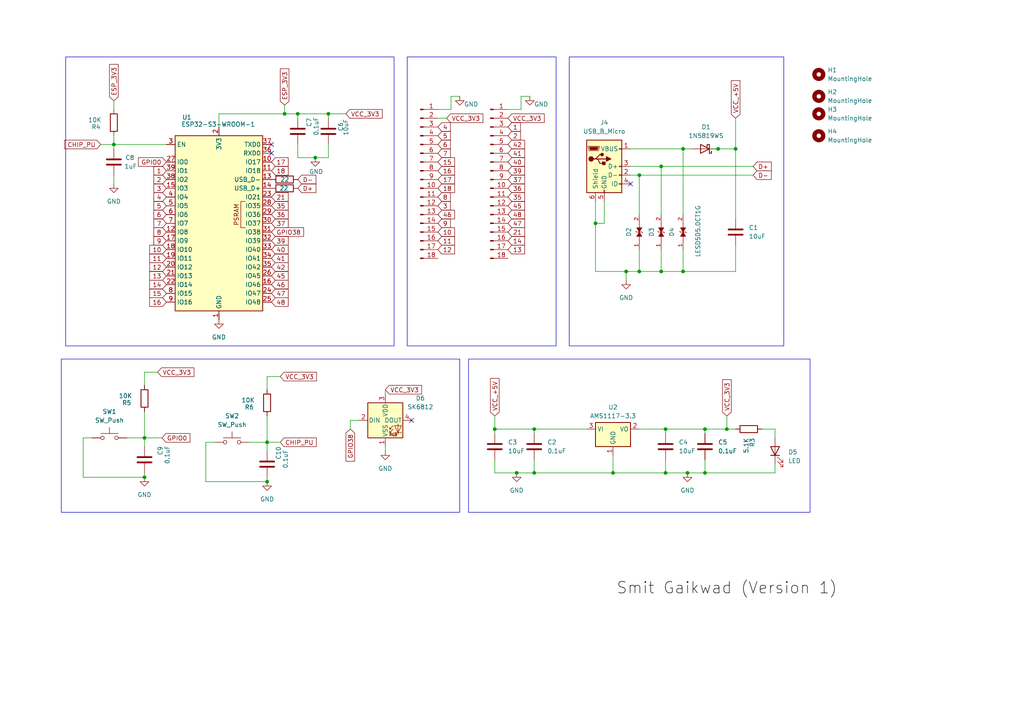
<source format=kicad_sch>
(kicad_sch
	(version 20250114)
	(generator "eeschema")
	(generator_version "9.0")
	(uuid "ffd4be8b-46c2-4529-b016-50101113232b")
	(paper "A4")
	(title_block
		(title "ESP32-S3 Development Board")
		(date "23-09-2025")
	)
	(lib_symbols
		(symbol "Connector:Conn_01x18_Pin"
			(pin_names
				(offset 1.016)
				(hide yes)
			)
			(exclude_from_sim no)
			(in_bom yes)
			(on_board yes)
			(property "Reference" "J"
				(at 0 22.86 0)
				(effects
					(font
						(size 1.27 1.27)
					)
				)
			)
			(property "Value" "Conn_01x18_Pin"
				(at 0 -25.4 0)
				(effects
					(font
						(size 1.27 1.27)
					)
				)
			)
			(property "Footprint" ""
				(at 0 0 0)
				(effects
					(font
						(size 1.27 1.27)
					)
					(hide yes)
				)
			)
			(property "Datasheet" "~"
				(at 0 0 0)
				(effects
					(font
						(size 1.27 1.27)
					)
					(hide yes)
				)
			)
			(property "Description" "Generic connector, single row, 01x18, script generated"
				(at 0 0 0)
				(effects
					(font
						(size 1.27 1.27)
					)
					(hide yes)
				)
			)
			(property "ki_locked" ""
				(at 0 0 0)
				(effects
					(font
						(size 1.27 1.27)
					)
				)
			)
			(property "ki_keywords" "connector"
				(at 0 0 0)
				(effects
					(font
						(size 1.27 1.27)
					)
					(hide yes)
				)
			)
			(property "ki_fp_filters" "Connector*:*_1x??_*"
				(at 0 0 0)
				(effects
					(font
						(size 1.27 1.27)
					)
					(hide yes)
				)
			)
			(symbol "Conn_01x18_Pin_1_1"
				(rectangle
					(start 0.8636 20.447)
					(end 0 20.193)
					(stroke
						(width 0.1524)
						(type default)
					)
					(fill
						(type outline)
					)
				)
				(rectangle
					(start 0.8636 17.907)
					(end 0 17.653)
					(stroke
						(width 0.1524)
						(type default)
					)
					(fill
						(type outline)
					)
				)
				(rectangle
					(start 0.8636 15.367)
					(end 0 15.113)
					(stroke
						(width 0.1524)
						(type default)
					)
					(fill
						(type outline)
					)
				)
				(rectangle
					(start 0.8636 12.827)
					(end 0 12.573)
					(stroke
						(width 0.1524)
						(type default)
					)
					(fill
						(type outline)
					)
				)
				(rectangle
					(start 0.8636 10.287)
					(end 0 10.033)
					(stroke
						(width 0.1524)
						(type default)
					)
					(fill
						(type outline)
					)
				)
				(rectangle
					(start 0.8636 7.747)
					(end 0 7.493)
					(stroke
						(width 0.1524)
						(type default)
					)
					(fill
						(type outline)
					)
				)
				(rectangle
					(start 0.8636 5.207)
					(end 0 4.953)
					(stroke
						(width 0.1524)
						(type default)
					)
					(fill
						(type outline)
					)
				)
				(rectangle
					(start 0.8636 2.667)
					(end 0 2.413)
					(stroke
						(width 0.1524)
						(type default)
					)
					(fill
						(type outline)
					)
				)
				(rectangle
					(start 0.8636 0.127)
					(end 0 -0.127)
					(stroke
						(width 0.1524)
						(type default)
					)
					(fill
						(type outline)
					)
				)
				(rectangle
					(start 0.8636 -2.413)
					(end 0 -2.667)
					(stroke
						(width 0.1524)
						(type default)
					)
					(fill
						(type outline)
					)
				)
				(rectangle
					(start 0.8636 -4.953)
					(end 0 -5.207)
					(stroke
						(width 0.1524)
						(type default)
					)
					(fill
						(type outline)
					)
				)
				(rectangle
					(start 0.8636 -7.493)
					(end 0 -7.747)
					(stroke
						(width 0.1524)
						(type default)
					)
					(fill
						(type outline)
					)
				)
				(rectangle
					(start 0.8636 -10.033)
					(end 0 -10.287)
					(stroke
						(width 0.1524)
						(type default)
					)
					(fill
						(type outline)
					)
				)
				(rectangle
					(start 0.8636 -12.573)
					(end 0 -12.827)
					(stroke
						(width 0.1524)
						(type default)
					)
					(fill
						(type outline)
					)
				)
				(rectangle
					(start 0.8636 -15.113)
					(end 0 -15.367)
					(stroke
						(width 0.1524)
						(type default)
					)
					(fill
						(type outline)
					)
				)
				(rectangle
					(start 0.8636 -17.653)
					(end 0 -17.907)
					(stroke
						(width 0.1524)
						(type default)
					)
					(fill
						(type outline)
					)
				)
				(rectangle
					(start 0.8636 -20.193)
					(end 0 -20.447)
					(stroke
						(width 0.1524)
						(type default)
					)
					(fill
						(type outline)
					)
				)
				(rectangle
					(start 0.8636 -22.733)
					(end 0 -22.987)
					(stroke
						(width 0.1524)
						(type default)
					)
					(fill
						(type outline)
					)
				)
				(polyline
					(pts
						(xy 1.27 20.32) (xy 0.8636 20.32)
					)
					(stroke
						(width 0.1524)
						(type default)
					)
					(fill
						(type none)
					)
				)
				(polyline
					(pts
						(xy 1.27 17.78) (xy 0.8636 17.78)
					)
					(stroke
						(width 0.1524)
						(type default)
					)
					(fill
						(type none)
					)
				)
				(polyline
					(pts
						(xy 1.27 15.24) (xy 0.8636 15.24)
					)
					(stroke
						(width 0.1524)
						(type default)
					)
					(fill
						(type none)
					)
				)
				(polyline
					(pts
						(xy 1.27 12.7) (xy 0.8636 12.7)
					)
					(stroke
						(width 0.1524)
						(type default)
					)
					(fill
						(type none)
					)
				)
				(polyline
					(pts
						(xy 1.27 10.16) (xy 0.8636 10.16)
					)
					(stroke
						(width 0.1524)
						(type default)
					)
					(fill
						(type none)
					)
				)
				(polyline
					(pts
						(xy 1.27 7.62) (xy 0.8636 7.62)
					)
					(stroke
						(width 0.1524)
						(type default)
					)
					(fill
						(type none)
					)
				)
				(polyline
					(pts
						(xy 1.27 5.08) (xy 0.8636 5.08)
					)
					(stroke
						(width 0.1524)
						(type default)
					)
					(fill
						(type none)
					)
				)
				(polyline
					(pts
						(xy 1.27 2.54) (xy 0.8636 2.54)
					)
					(stroke
						(width 0.1524)
						(type default)
					)
					(fill
						(type none)
					)
				)
				(polyline
					(pts
						(xy 1.27 0) (xy 0.8636 0)
					)
					(stroke
						(width 0.1524)
						(type default)
					)
					(fill
						(type none)
					)
				)
				(polyline
					(pts
						(xy 1.27 -2.54) (xy 0.8636 -2.54)
					)
					(stroke
						(width 0.1524)
						(type default)
					)
					(fill
						(type none)
					)
				)
				(polyline
					(pts
						(xy 1.27 -5.08) (xy 0.8636 -5.08)
					)
					(stroke
						(width 0.1524)
						(type default)
					)
					(fill
						(type none)
					)
				)
				(polyline
					(pts
						(xy 1.27 -7.62) (xy 0.8636 -7.62)
					)
					(stroke
						(width 0.1524)
						(type default)
					)
					(fill
						(type none)
					)
				)
				(polyline
					(pts
						(xy 1.27 -10.16) (xy 0.8636 -10.16)
					)
					(stroke
						(width 0.1524)
						(type default)
					)
					(fill
						(type none)
					)
				)
				(polyline
					(pts
						(xy 1.27 -12.7) (xy 0.8636 -12.7)
					)
					(stroke
						(width 0.1524)
						(type default)
					)
					(fill
						(type none)
					)
				)
				(polyline
					(pts
						(xy 1.27 -15.24) (xy 0.8636 -15.24)
					)
					(stroke
						(width 0.1524)
						(type default)
					)
					(fill
						(type none)
					)
				)
				(polyline
					(pts
						(xy 1.27 -17.78) (xy 0.8636 -17.78)
					)
					(stroke
						(width 0.1524)
						(type default)
					)
					(fill
						(type none)
					)
				)
				(polyline
					(pts
						(xy 1.27 -20.32) (xy 0.8636 -20.32)
					)
					(stroke
						(width 0.1524)
						(type default)
					)
					(fill
						(type none)
					)
				)
				(polyline
					(pts
						(xy 1.27 -22.86) (xy 0.8636 -22.86)
					)
					(stroke
						(width 0.1524)
						(type default)
					)
					(fill
						(type none)
					)
				)
				(pin passive line
					(at 5.08 20.32 180)
					(length 3.81)
					(name "Pin_1"
						(effects
							(font
								(size 1.27 1.27)
							)
						)
					)
					(number "1"
						(effects
							(font
								(size 1.27 1.27)
							)
						)
					)
				)
				(pin passive line
					(at 5.08 17.78 180)
					(length 3.81)
					(name "Pin_2"
						(effects
							(font
								(size 1.27 1.27)
							)
						)
					)
					(number "2"
						(effects
							(font
								(size 1.27 1.27)
							)
						)
					)
				)
				(pin passive line
					(at 5.08 15.24 180)
					(length 3.81)
					(name "Pin_3"
						(effects
							(font
								(size 1.27 1.27)
							)
						)
					)
					(number "3"
						(effects
							(font
								(size 1.27 1.27)
							)
						)
					)
				)
				(pin passive line
					(at 5.08 12.7 180)
					(length 3.81)
					(name "Pin_4"
						(effects
							(font
								(size 1.27 1.27)
							)
						)
					)
					(number "4"
						(effects
							(font
								(size 1.27 1.27)
							)
						)
					)
				)
				(pin passive line
					(at 5.08 10.16 180)
					(length 3.81)
					(name "Pin_5"
						(effects
							(font
								(size 1.27 1.27)
							)
						)
					)
					(number "5"
						(effects
							(font
								(size 1.27 1.27)
							)
						)
					)
				)
				(pin passive line
					(at 5.08 7.62 180)
					(length 3.81)
					(name "Pin_6"
						(effects
							(font
								(size 1.27 1.27)
							)
						)
					)
					(number "6"
						(effects
							(font
								(size 1.27 1.27)
							)
						)
					)
				)
				(pin passive line
					(at 5.08 5.08 180)
					(length 3.81)
					(name "Pin_7"
						(effects
							(font
								(size 1.27 1.27)
							)
						)
					)
					(number "7"
						(effects
							(font
								(size 1.27 1.27)
							)
						)
					)
				)
				(pin passive line
					(at 5.08 2.54 180)
					(length 3.81)
					(name "Pin_8"
						(effects
							(font
								(size 1.27 1.27)
							)
						)
					)
					(number "8"
						(effects
							(font
								(size 1.27 1.27)
							)
						)
					)
				)
				(pin passive line
					(at 5.08 0 180)
					(length 3.81)
					(name "Pin_9"
						(effects
							(font
								(size 1.27 1.27)
							)
						)
					)
					(number "9"
						(effects
							(font
								(size 1.27 1.27)
							)
						)
					)
				)
				(pin passive line
					(at 5.08 -2.54 180)
					(length 3.81)
					(name "Pin_10"
						(effects
							(font
								(size 1.27 1.27)
							)
						)
					)
					(number "10"
						(effects
							(font
								(size 1.27 1.27)
							)
						)
					)
				)
				(pin passive line
					(at 5.08 -5.08 180)
					(length 3.81)
					(name "Pin_11"
						(effects
							(font
								(size 1.27 1.27)
							)
						)
					)
					(number "11"
						(effects
							(font
								(size 1.27 1.27)
							)
						)
					)
				)
				(pin passive line
					(at 5.08 -7.62 180)
					(length 3.81)
					(name "Pin_12"
						(effects
							(font
								(size 1.27 1.27)
							)
						)
					)
					(number "12"
						(effects
							(font
								(size 1.27 1.27)
							)
						)
					)
				)
				(pin passive line
					(at 5.08 -10.16 180)
					(length 3.81)
					(name "Pin_13"
						(effects
							(font
								(size 1.27 1.27)
							)
						)
					)
					(number "13"
						(effects
							(font
								(size 1.27 1.27)
							)
						)
					)
				)
				(pin passive line
					(at 5.08 -12.7 180)
					(length 3.81)
					(name "Pin_14"
						(effects
							(font
								(size 1.27 1.27)
							)
						)
					)
					(number "14"
						(effects
							(font
								(size 1.27 1.27)
							)
						)
					)
				)
				(pin passive line
					(at 5.08 -15.24 180)
					(length 3.81)
					(name "Pin_15"
						(effects
							(font
								(size 1.27 1.27)
							)
						)
					)
					(number "15"
						(effects
							(font
								(size 1.27 1.27)
							)
						)
					)
				)
				(pin passive line
					(at 5.08 -17.78 180)
					(length 3.81)
					(name "Pin_16"
						(effects
							(font
								(size 1.27 1.27)
							)
						)
					)
					(number "16"
						(effects
							(font
								(size 1.27 1.27)
							)
						)
					)
				)
				(pin passive line
					(at 5.08 -20.32 180)
					(length 3.81)
					(name "Pin_17"
						(effects
							(font
								(size 1.27 1.27)
							)
						)
					)
					(number "17"
						(effects
							(font
								(size 1.27 1.27)
							)
						)
					)
				)
				(pin passive line
					(at 5.08 -22.86 180)
					(length 3.81)
					(name "Pin_18"
						(effects
							(font
								(size 1.27 1.27)
							)
						)
					)
					(number "18"
						(effects
							(font
								(size 1.27 1.27)
							)
						)
					)
				)
			)
			(embedded_fonts no)
		)
		(symbol "Connector:USB_B_Micro"
			(pin_names
				(offset 1.016)
			)
			(exclude_from_sim no)
			(in_bom yes)
			(on_board yes)
			(property "Reference" "J"
				(at -5.08 11.43 0)
				(effects
					(font
						(size 1.27 1.27)
					)
					(justify left)
				)
			)
			(property "Value" "USB_B_Micro"
				(at -5.08 8.89 0)
				(effects
					(font
						(size 1.27 1.27)
					)
					(justify left)
				)
			)
			(property "Footprint" ""
				(at 3.81 -1.27 0)
				(effects
					(font
						(size 1.27 1.27)
					)
					(hide yes)
				)
			)
			(property "Datasheet" "~"
				(at 3.81 -1.27 0)
				(effects
					(font
						(size 1.27 1.27)
					)
					(hide yes)
				)
			)
			(property "Description" "USB Micro Type B connector"
				(at 0 0 0)
				(effects
					(font
						(size 1.27 1.27)
					)
					(hide yes)
				)
			)
			(property "ki_keywords" "connector USB micro"
				(at 0 0 0)
				(effects
					(font
						(size 1.27 1.27)
					)
					(hide yes)
				)
			)
			(property "ki_fp_filters" "USB*Micro*B*"
				(at 0 0 0)
				(effects
					(font
						(size 1.27 1.27)
					)
					(hide yes)
				)
			)
			(symbol "USB_B_Micro_0_1"
				(rectangle
					(start -5.08 -7.62)
					(end 5.08 7.62)
					(stroke
						(width 0.254)
						(type default)
					)
					(fill
						(type background)
					)
				)
				(polyline
					(pts
						(xy -4.699 5.842) (xy -4.699 5.588) (xy -4.445 4.826) (xy -4.445 4.572) (xy -1.651 4.572) (xy -1.651 4.826)
						(xy -1.397 5.588) (xy -1.397 5.842) (xy -4.699 5.842)
					)
					(stroke
						(width 0)
						(type default)
					)
					(fill
						(type none)
					)
				)
				(polyline
					(pts
						(xy -4.318 5.588) (xy -1.778 5.588) (xy -2.032 4.826) (xy -4.064 4.826) (xy -4.318 5.588)
					)
					(stroke
						(width 0)
						(type default)
					)
					(fill
						(type outline)
					)
				)
				(circle
					(center -3.81 2.159)
					(radius 0.635)
					(stroke
						(width 0.254)
						(type default)
					)
					(fill
						(type outline)
					)
				)
				(polyline
					(pts
						(xy -3.175 2.159) (xy -2.54 2.159) (xy -1.27 3.429) (xy -0.635 3.429)
					)
					(stroke
						(width 0.254)
						(type default)
					)
					(fill
						(type none)
					)
				)
				(polyline
					(pts
						(xy -2.54 2.159) (xy -1.905 2.159) (xy -1.27 0.889) (xy 0 0.889)
					)
					(stroke
						(width 0.254)
						(type default)
					)
					(fill
						(type none)
					)
				)
				(polyline
					(pts
						(xy -1.905 2.159) (xy 0.635 2.159)
					)
					(stroke
						(width 0.254)
						(type default)
					)
					(fill
						(type none)
					)
				)
				(circle
					(center -0.635 3.429)
					(radius 0.381)
					(stroke
						(width 0.254)
						(type default)
					)
					(fill
						(type outline)
					)
				)
				(rectangle
					(start -0.127 -7.62)
					(end 0.127 -6.858)
					(stroke
						(width 0)
						(type default)
					)
					(fill
						(type none)
					)
				)
				(rectangle
					(start 0.254 1.27)
					(end -0.508 0.508)
					(stroke
						(width 0.254)
						(type default)
					)
					(fill
						(type outline)
					)
				)
				(polyline
					(pts
						(xy 0.635 2.794) (xy 0.635 1.524) (xy 1.905 2.159) (xy 0.635 2.794)
					)
					(stroke
						(width 0.254)
						(type default)
					)
					(fill
						(type outline)
					)
				)
				(rectangle
					(start 5.08 4.953)
					(end 4.318 5.207)
					(stroke
						(width 0)
						(type default)
					)
					(fill
						(type none)
					)
				)
				(rectangle
					(start 5.08 -0.127)
					(end 4.318 0.127)
					(stroke
						(width 0)
						(type default)
					)
					(fill
						(type none)
					)
				)
				(rectangle
					(start 5.08 -2.667)
					(end 4.318 -2.413)
					(stroke
						(width 0)
						(type default)
					)
					(fill
						(type none)
					)
				)
				(rectangle
					(start 5.08 -5.207)
					(end 4.318 -4.953)
					(stroke
						(width 0)
						(type default)
					)
					(fill
						(type none)
					)
				)
			)
			(symbol "USB_B_Micro_1_1"
				(pin passive line
					(at -2.54 -10.16 90)
					(length 2.54)
					(name "Shield"
						(effects
							(font
								(size 1.27 1.27)
							)
						)
					)
					(number "6"
						(effects
							(font
								(size 1.27 1.27)
							)
						)
					)
				)
				(pin power_out line
					(at 0 -10.16 90)
					(length 2.54)
					(name "GND"
						(effects
							(font
								(size 1.27 1.27)
							)
						)
					)
					(number "5"
						(effects
							(font
								(size 1.27 1.27)
							)
						)
					)
				)
				(pin power_out line
					(at 7.62 5.08 180)
					(length 2.54)
					(name "VBUS"
						(effects
							(font
								(size 1.27 1.27)
							)
						)
					)
					(number "1"
						(effects
							(font
								(size 1.27 1.27)
							)
						)
					)
				)
				(pin bidirectional line
					(at 7.62 0 180)
					(length 2.54)
					(name "D+"
						(effects
							(font
								(size 1.27 1.27)
							)
						)
					)
					(number "3"
						(effects
							(font
								(size 1.27 1.27)
							)
						)
					)
				)
				(pin bidirectional line
					(at 7.62 -2.54 180)
					(length 2.54)
					(name "D-"
						(effects
							(font
								(size 1.27 1.27)
							)
						)
					)
					(number "2"
						(effects
							(font
								(size 1.27 1.27)
							)
						)
					)
				)
				(pin passive line
					(at 7.62 -5.08 180)
					(length 2.54)
					(name "ID"
						(effects
							(font
								(size 1.27 1.27)
							)
						)
					)
					(number "4"
						(effects
							(font
								(size 1.27 1.27)
							)
						)
					)
				)
			)
			(embedded_fonts no)
		)
		(symbol "Device:C"
			(pin_numbers
				(hide yes)
			)
			(pin_names
				(offset 0.254)
			)
			(exclude_from_sim no)
			(in_bom yes)
			(on_board yes)
			(property "Reference" "C"
				(at 0.635 2.54 0)
				(effects
					(font
						(size 1.27 1.27)
					)
					(justify left)
				)
			)
			(property "Value" "C"
				(at 0.635 -2.54 0)
				(effects
					(font
						(size 1.27 1.27)
					)
					(justify left)
				)
			)
			(property "Footprint" ""
				(at 0.9652 -3.81 0)
				(effects
					(font
						(size 1.27 1.27)
					)
					(hide yes)
				)
			)
			(property "Datasheet" "~"
				(at 0 0 0)
				(effects
					(font
						(size 1.27 1.27)
					)
					(hide yes)
				)
			)
			(property "Description" "Unpolarized capacitor"
				(at 0 0 0)
				(effects
					(font
						(size 1.27 1.27)
					)
					(hide yes)
				)
			)
			(property "ki_keywords" "cap capacitor"
				(at 0 0 0)
				(effects
					(font
						(size 1.27 1.27)
					)
					(hide yes)
				)
			)
			(property "ki_fp_filters" "C_*"
				(at 0 0 0)
				(effects
					(font
						(size 1.27 1.27)
					)
					(hide yes)
				)
			)
			(symbol "C_0_1"
				(polyline
					(pts
						(xy -2.032 0.762) (xy 2.032 0.762)
					)
					(stroke
						(width 0.508)
						(type default)
					)
					(fill
						(type none)
					)
				)
				(polyline
					(pts
						(xy -2.032 -0.762) (xy 2.032 -0.762)
					)
					(stroke
						(width 0.508)
						(type default)
					)
					(fill
						(type none)
					)
				)
			)
			(symbol "C_1_1"
				(pin passive line
					(at 0 3.81 270)
					(length 2.794)
					(name "~"
						(effects
							(font
								(size 1.27 1.27)
							)
						)
					)
					(number "1"
						(effects
							(font
								(size 1.27 1.27)
							)
						)
					)
				)
				(pin passive line
					(at 0 -3.81 90)
					(length 2.794)
					(name "~"
						(effects
							(font
								(size 1.27 1.27)
							)
						)
					)
					(number "2"
						(effects
							(font
								(size 1.27 1.27)
							)
						)
					)
				)
			)
			(embedded_fonts no)
		)
		(symbol "Device:LED"
			(pin_numbers
				(hide yes)
			)
			(pin_names
				(offset 1.016)
				(hide yes)
			)
			(exclude_from_sim no)
			(in_bom yes)
			(on_board yes)
			(property "Reference" "D"
				(at 0 2.54 0)
				(effects
					(font
						(size 1.27 1.27)
					)
				)
			)
			(property "Value" "LED"
				(at 0 -2.54 0)
				(effects
					(font
						(size 1.27 1.27)
					)
				)
			)
			(property "Footprint" ""
				(at 0 0 0)
				(effects
					(font
						(size 1.27 1.27)
					)
					(hide yes)
				)
			)
			(property "Datasheet" "~"
				(at 0 0 0)
				(effects
					(font
						(size 1.27 1.27)
					)
					(hide yes)
				)
			)
			(property "Description" "Light emitting diode"
				(at 0 0 0)
				(effects
					(font
						(size 1.27 1.27)
					)
					(hide yes)
				)
			)
			(property "Sim.Pins" "1=K 2=A"
				(at 0 0 0)
				(effects
					(font
						(size 1.27 1.27)
					)
					(hide yes)
				)
			)
			(property "ki_keywords" "LED diode"
				(at 0 0 0)
				(effects
					(font
						(size 1.27 1.27)
					)
					(hide yes)
				)
			)
			(property "ki_fp_filters" "LED* LED_SMD:* LED_THT:*"
				(at 0 0 0)
				(effects
					(font
						(size 1.27 1.27)
					)
					(hide yes)
				)
			)
			(symbol "LED_0_1"
				(polyline
					(pts
						(xy -3.048 -0.762) (xy -4.572 -2.286) (xy -3.81 -2.286) (xy -4.572 -2.286) (xy -4.572 -1.524)
					)
					(stroke
						(width 0)
						(type default)
					)
					(fill
						(type none)
					)
				)
				(polyline
					(pts
						(xy -1.778 -0.762) (xy -3.302 -2.286) (xy -2.54 -2.286) (xy -3.302 -2.286) (xy -3.302 -1.524)
					)
					(stroke
						(width 0)
						(type default)
					)
					(fill
						(type none)
					)
				)
				(polyline
					(pts
						(xy -1.27 0) (xy 1.27 0)
					)
					(stroke
						(width 0)
						(type default)
					)
					(fill
						(type none)
					)
				)
				(polyline
					(pts
						(xy -1.27 -1.27) (xy -1.27 1.27)
					)
					(stroke
						(width 0.254)
						(type default)
					)
					(fill
						(type none)
					)
				)
				(polyline
					(pts
						(xy 1.27 -1.27) (xy 1.27 1.27) (xy -1.27 0) (xy 1.27 -1.27)
					)
					(stroke
						(width 0.254)
						(type default)
					)
					(fill
						(type none)
					)
				)
			)
			(symbol "LED_1_1"
				(pin passive line
					(at -3.81 0 0)
					(length 2.54)
					(name "K"
						(effects
							(font
								(size 1.27 1.27)
							)
						)
					)
					(number "1"
						(effects
							(font
								(size 1.27 1.27)
							)
						)
					)
				)
				(pin passive line
					(at 3.81 0 180)
					(length 2.54)
					(name "A"
						(effects
							(font
								(size 1.27 1.27)
							)
						)
					)
					(number "2"
						(effects
							(font
								(size 1.27 1.27)
							)
						)
					)
				)
			)
			(embedded_fonts no)
		)
		(symbol "Device:R"
			(pin_numbers
				(hide yes)
			)
			(pin_names
				(offset 0)
			)
			(exclude_from_sim no)
			(in_bom yes)
			(on_board yes)
			(property "Reference" "R"
				(at 2.032 0 90)
				(effects
					(font
						(size 1.27 1.27)
					)
				)
			)
			(property "Value" "R"
				(at 0 0 90)
				(effects
					(font
						(size 1.27 1.27)
					)
				)
			)
			(property "Footprint" ""
				(at -1.778 0 90)
				(effects
					(font
						(size 1.27 1.27)
					)
					(hide yes)
				)
			)
			(property "Datasheet" "~"
				(at 0 0 0)
				(effects
					(font
						(size 1.27 1.27)
					)
					(hide yes)
				)
			)
			(property "Description" "Resistor"
				(at 0 0 0)
				(effects
					(font
						(size 1.27 1.27)
					)
					(hide yes)
				)
			)
			(property "ki_keywords" "R res resistor"
				(at 0 0 0)
				(effects
					(font
						(size 1.27 1.27)
					)
					(hide yes)
				)
			)
			(property "ki_fp_filters" "R_*"
				(at 0 0 0)
				(effects
					(font
						(size 1.27 1.27)
					)
					(hide yes)
				)
			)
			(symbol "R_0_1"
				(rectangle
					(start -1.016 -2.54)
					(end 1.016 2.54)
					(stroke
						(width 0.254)
						(type default)
					)
					(fill
						(type none)
					)
				)
			)
			(symbol "R_1_1"
				(pin passive line
					(at 0 3.81 270)
					(length 1.27)
					(name "~"
						(effects
							(font
								(size 1.27 1.27)
							)
						)
					)
					(number "1"
						(effects
							(font
								(size 1.27 1.27)
							)
						)
					)
				)
				(pin passive line
					(at 0 -3.81 90)
					(length 1.27)
					(name "~"
						(effects
							(font
								(size 1.27 1.27)
							)
						)
					)
					(number "2"
						(effects
							(font
								(size 1.27 1.27)
							)
						)
					)
				)
			)
			(embedded_fonts no)
		)
		(symbol "Diode:1N5819WS"
			(pin_numbers
				(hide yes)
			)
			(pin_names
				(offset 1.016)
				(hide yes)
			)
			(exclude_from_sim no)
			(in_bom yes)
			(on_board yes)
			(property "Reference" "D"
				(at 0 2.54 0)
				(effects
					(font
						(size 1.27 1.27)
					)
				)
			)
			(property "Value" "1N5819WS"
				(at 0 -2.54 0)
				(effects
					(font
						(size 1.27 1.27)
					)
				)
			)
			(property "Footprint" "Diode_SMD:D_SOD-323"
				(at 0 -4.445 0)
				(effects
					(font
						(size 1.27 1.27)
					)
					(hide yes)
				)
			)
			(property "Datasheet" "https://datasheet.lcsc.com/lcsc/2204281430_Guangdong-Hottech-1N5819WS_C191023.pdf"
				(at 0 0 0)
				(effects
					(font
						(size 1.27 1.27)
					)
					(hide yes)
				)
			)
			(property "Description" "40V 600mV@1A 1A SOD-323 Schottky Barrier Diodes, SOD-323"
				(at 0 0 0)
				(effects
					(font
						(size 1.27 1.27)
					)
					(hide yes)
				)
			)
			(property "ki_keywords" "diode Schottky"
				(at 0 0 0)
				(effects
					(font
						(size 1.27 1.27)
					)
					(hide yes)
				)
			)
			(property "ki_fp_filters" "D*SOD?323*"
				(at 0 0 0)
				(effects
					(font
						(size 1.27 1.27)
					)
					(hide yes)
				)
			)
			(symbol "1N5819WS_0_1"
				(polyline
					(pts
						(xy -1.905 0.635) (xy -1.905 1.27) (xy -1.27 1.27) (xy -1.27 -1.27) (xy -0.635 -1.27) (xy -0.635 -0.635)
					)
					(stroke
						(width 0.254)
						(type default)
					)
					(fill
						(type none)
					)
				)
				(polyline
					(pts
						(xy 1.27 1.27) (xy 1.27 -1.27) (xy -1.27 0) (xy 1.27 1.27)
					)
					(stroke
						(width 0.254)
						(type default)
					)
					(fill
						(type none)
					)
				)
				(polyline
					(pts
						(xy 1.27 0) (xy -1.27 0)
					)
					(stroke
						(width 0)
						(type default)
					)
					(fill
						(type none)
					)
				)
			)
			(symbol "1N5819WS_1_1"
				(pin passive line
					(at -3.81 0 0)
					(length 2.54)
					(name "K"
						(effects
							(font
								(size 1.27 1.27)
							)
						)
					)
					(number "1"
						(effects
							(font
								(size 1.27 1.27)
							)
						)
					)
				)
				(pin passive line
					(at 3.81 0 180)
					(length 2.54)
					(name "A"
						(effects
							(font
								(size 1.27 1.27)
							)
						)
					)
					(number "2"
						(effects
							(font
								(size 1.27 1.27)
							)
						)
					)
				)
			)
			(embedded_fonts no)
		)
		(symbol "LED:SK6812"
			(pin_names
				(offset 0.254)
			)
			(exclude_from_sim no)
			(in_bom yes)
			(on_board yes)
			(property "Reference" "D"
				(at 5.08 5.715 0)
				(effects
					(font
						(size 1.27 1.27)
					)
					(justify right bottom)
				)
			)
			(property "Value" "SK6812"
				(at 1.27 -5.715 0)
				(effects
					(font
						(size 1.27 1.27)
					)
					(justify left top)
				)
			)
			(property "Footprint" "LED_SMD:LED_SK6812_PLCC4_5.0x5.0mm_P3.2mm"
				(at 1.27 -7.62 0)
				(effects
					(font
						(size 1.27 1.27)
					)
					(justify left top)
					(hide yes)
				)
			)
			(property "Datasheet" "https://cdn-shop.adafruit.com/product-files/1138/SK6812+LED+datasheet+.pdf"
				(at 2.54 -9.525 0)
				(effects
					(font
						(size 1.27 1.27)
					)
					(justify left top)
					(hide yes)
				)
			)
			(property "Description" "RGB LED with integrated controller"
				(at 0 0 0)
				(effects
					(font
						(size 1.27 1.27)
					)
					(hide yes)
				)
			)
			(property "ki_keywords" "RGB LED NeoPixel addressable"
				(at 0 0 0)
				(effects
					(font
						(size 1.27 1.27)
					)
					(hide yes)
				)
			)
			(property "ki_fp_filters" "LED*SK6812*PLCC*5.0x5.0mm*P3.2mm*"
				(at 0 0 0)
				(effects
					(font
						(size 1.27 1.27)
					)
					(hide yes)
				)
			)
			(symbol "SK6812_0_0"
				(text "RGB"
					(at 2.286 -4.191 0)
					(effects
						(font
							(size 0.762 0.762)
						)
					)
				)
			)
			(symbol "SK6812_0_1"
				(polyline
					(pts
						(xy 1.27 -2.54) (xy 1.778 -2.54)
					)
					(stroke
						(width 0)
						(type default)
					)
					(fill
						(type none)
					)
				)
				(polyline
					(pts
						(xy 1.27 -3.556) (xy 1.778 -3.556)
					)
					(stroke
						(width 0)
						(type default)
					)
					(fill
						(type none)
					)
				)
				(polyline
					(pts
						(xy 2.286 -1.524) (xy 1.27 -2.54) (xy 1.27 -2.032)
					)
					(stroke
						(width 0)
						(type default)
					)
					(fill
						(type none)
					)
				)
				(polyline
					(pts
						(xy 2.286 -2.54) (xy 1.27 -3.556) (xy 1.27 -3.048)
					)
					(stroke
						(width 0)
						(type default)
					)
					(fill
						(type none)
					)
				)
				(polyline
					(pts
						(xy 3.683 -1.016) (xy 3.683 -3.556) (xy 3.683 -4.064)
					)
					(stroke
						(width 0)
						(type default)
					)
					(fill
						(type none)
					)
				)
				(polyline
					(pts
						(xy 4.699 -1.524) (xy 2.667 -1.524) (xy 3.683 -3.556) (xy 4.699 -1.524)
					)
					(stroke
						(width 0)
						(type default)
					)
					(fill
						(type none)
					)
				)
				(polyline
					(pts
						(xy 4.699 -3.556) (xy 2.667 -3.556)
					)
					(stroke
						(width 0)
						(type default)
					)
					(fill
						(type none)
					)
				)
				(rectangle
					(start 5.08 5.08)
					(end -5.08 -5.08)
					(stroke
						(width 0.254)
						(type default)
					)
					(fill
						(type background)
					)
				)
			)
			(symbol "SK6812_1_1"
				(pin input line
					(at -7.62 0 0)
					(length 2.54)
					(name "DIN"
						(effects
							(font
								(size 1.27 1.27)
							)
						)
					)
					(number "2"
						(effects
							(font
								(size 1.27 1.27)
							)
						)
					)
				)
				(pin power_in line
					(at 0 7.62 270)
					(length 2.54)
					(name "VDD"
						(effects
							(font
								(size 1.27 1.27)
							)
						)
					)
					(number "3"
						(effects
							(font
								(size 1.27 1.27)
							)
						)
					)
				)
				(pin power_in line
					(at 0 -7.62 90)
					(length 2.54)
					(name "VSS"
						(effects
							(font
								(size 1.27 1.27)
							)
						)
					)
					(number "1"
						(effects
							(font
								(size 1.27 1.27)
							)
						)
					)
				)
				(pin output line
					(at 7.62 0 180)
					(length 2.54)
					(name "DOUT"
						(effects
							(font
								(size 1.27 1.27)
							)
						)
					)
					(number "4"
						(effects
							(font
								(size 1.27 1.27)
							)
						)
					)
				)
			)
			(embedded_fonts no)
		)
		(symbol "LESD5D5.0CT1G:LESD5D5.0CT1G"
			(pin_names
				(offset 1.016)
			)
			(exclude_from_sim no)
			(in_bom yes)
			(on_board yes)
			(property "Reference" "D"
				(at -5.08 2.54 0)
				(effects
					(font
						(size 1.27 1.27)
					)
					(justify left bottom)
				)
			)
			(property "Value" "LESD5D5.0CT1G"
				(at -7.366 -3.556 0)
				(effects
					(font
						(size 1.27 1.27)
					)
					(justify left bottom)
				)
			)
			(property "Footprint" ""
				(at 0 3.048 0)
				(effects
					(font
						(size 1.27 1.27)
					)
					(justify bottom)
					(hide yes)
				)
			)
			(property "Datasheet" ""
				(at 0 0 0)
				(effects
					(font
						(size 1.27 1.27)
					)
					(hide yes)
				)
			)
			(property "Description" ""
				(at 0 0 0)
				(effects
					(font
						(size 1.27 1.27)
					)
					(hide yes)
				)
			)
			(property "MF" ""
				(at -20.32 -1.27 0)
				(effects
					(font
						(size 1.27 1.27)
					)
					(justify bottom)
					(hide yes)
				)
			)
			(property "MAXIMUM_PACKAGE_HEIGHT" ""
				(at -9.398 -5.334 0)
				(effects
					(font
						(size 1.27 1.27)
					)
					(justify bottom)
					(hide yes)
				)
			)
			(property "Package" ""
				(at -9.398 -3.302 0)
				(effects
					(font
						(size 1.27 1.27)
					)
					(justify bottom)
					(hide yes)
				)
			)
			(property "Price" ""
				(at -24.892 -3.556 0)
				(effects
					(font
						(size 1.27 1.27)
					)
					(justify bottom)
					(hide yes)
				)
			)
			(property "Check_prices" ""
				(at 0 0 0)
				(effects
					(font
						(size 1.27 1.27)
					)
					(justify bottom)
					(hide yes)
				)
			)
			(property "STANDARD" ""
				(at 0 0 0)
				(effects
					(font
						(size 1.27 1.27)
					)
					(justify bottom)
					(hide yes)
				)
			)
			(property "PARTREV" ""
				(at -16.764 -3.048 0)
				(effects
					(font
						(size 1.27 1.27)
					)
					(justify bottom)
					(hide yes)
				)
			)
			(property "SnapEDA_Link" ""
				(at 1.27 3.556 0)
				(effects
					(font
						(size 1.27 1.27)
					)
					(justify bottom)
					(hide yes)
				)
			)
			(property "MP" ""
				(at -11.938 -5.588 0)
				(effects
					(font
						(size 1.27 1.27)
					)
					(justify bottom)
					(hide yes)
				)
			)
			(property "Description_1" ""
				(at 0 0 0)
				(effects
					(font
						(size 1.27 1.27)
					)
					(justify bottom)
					(hide yes)
				)
			)
			(property "Availability" ""
				(at -7.62 -6.35 0)
				(effects
					(font
						(size 1.27 1.27)
					)
					(justify bottom)
					(hide yes)
				)
			)
			(property "MANUFACTURER" ""
				(at -9.144 -4.064 0)
				(effects
					(font
						(size 1.27 1.27)
					)
					(justify bottom)
					(hide yes)
				)
			)
			(symbol "LESD5D5.0CT1G_0_0"
				(polyline
					(pts
						(xy -1.27 0) (xy -2.54 0)
					)
					(stroke
						(width 0.1524)
						(type default)
					)
					(fill
						(type none)
					)
				)
				(polyline
					(pts
						(xy 0 0.762) (xy 0.254 1.016)
					)
					(stroke
						(width 0.1524)
						(type default)
					)
					(fill
						(type none)
					)
				)
				(polyline
					(pts
						(xy 0 0) (xy -1.27 -0.762) (xy -1.27 0.762) (xy 0 0)
					)
					(stroke
						(width 0.1524)
						(type default)
					)
					(fill
						(type outline)
					)
				)
				(polyline
					(pts
						(xy 0 0) (xy 1.27 0.762) (xy 1.27 -0.762) (xy 0 0)
					)
					(stroke
						(width 0.1524)
						(type default)
					)
					(fill
						(type outline)
					)
				)
				(polyline
					(pts
						(xy 0 -0.762) (xy -0.254 -1.016)
					)
					(stroke
						(width 0.1524)
						(type default)
					)
					(fill
						(type none)
					)
				)
				(polyline
					(pts
						(xy 0 -0.762) (xy 0 0.762)
					)
					(stroke
						(width 0.1524)
						(type default)
					)
					(fill
						(type none)
					)
				)
				(polyline
					(pts
						(xy 1.27 0) (xy 2.54 0)
					)
					(stroke
						(width 0.1524)
						(type default)
					)
					(fill
						(type none)
					)
				)
				(pin passive line
					(at -5.08 0 0)
					(length 2.54)
					(name "~"
						(effects
							(font
								(size 1.016 1.016)
							)
						)
					)
					(number "1"
						(effects
							(font
								(size 1.016 1.016)
							)
						)
					)
				)
				(pin passive line
					(at 5.08 0 180)
					(length 2.54)
					(name "~"
						(effects
							(font
								(size 1.016 1.016)
							)
						)
					)
					(number "2"
						(effects
							(font
								(size 1.016 1.016)
							)
						)
					)
				)
			)
			(embedded_fonts no)
		)
		(symbol "Mechanical:MountingHole"
			(pin_names
				(offset 1.016)
			)
			(exclude_from_sim no)
			(in_bom no)
			(on_board yes)
			(property "Reference" "H"
				(at 0 5.08 0)
				(effects
					(font
						(size 1.27 1.27)
					)
				)
			)
			(property "Value" "MountingHole"
				(at 0 3.175 0)
				(effects
					(font
						(size 1.27 1.27)
					)
				)
			)
			(property "Footprint" ""
				(at 0 0 0)
				(effects
					(font
						(size 1.27 1.27)
					)
					(hide yes)
				)
			)
			(property "Datasheet" "~"
				(at 0 0 0)
				(effects
					(font
						(size 1.27 1.27)
					)
					(hide yes)
				)
			)
			(property "Description" "Mounting Hole without connection"
				(at 0 0 0)
				(effects
					(font
						(size 1.27 1.27)
					)
					(hide yes)
				)
			)
			(property "ki_keywords" "mounting hole"
				(at 0 0 0)
				(effects
					(font
						(size 1.27 1.27)
					)
					(hide yes)
				)
			)
			(property "ki_fp_filters" "MountingHole*"
				(at 0 0 0)
				(effects
					(font
						(size 1.27 1.27)
					)
					(hide yes)
				)
			)
			(symbol "MountingHole_0_1"
				(circle
					(center 0 0)
					(radius 1.27)
					(stroke
						(width 1.27)
						(type default)
					)
					(fill
						(type none)
					)
				)
			)
			(embedded_fonts no)
		)
		(symbol "RF_Module:ESP32-S3-WROOM-1"
			(exclude_from_sim no)
			(in_bom yes)
			(on_board yes)
			(property "Reference" "U"
				(at -12.7 26.67 0)
				(effects
					(font
						(size 1.27 1.27)
					)
				)
			)
			(property "Value" "ESP32-S3-WROOM-1"
				(at 12.7 26.67 0)
				(effects
					(font
						(size 1.27 1.27)
					)
				)
			)
			(property "Footprint" "RF_Module:ESP32-S3-WROOM-1"
				(at 0 2.54 0)
				(effects
					(font
						(size 1.27 1.27)
					)
					(hide yes)
				)
			)
			(property "Datasheet" "https://www.espressif.com/sites/default/files/documentation/esp32-s3-wroom-1_wroom-1u_datasheet_en.pdf"
				(at 0 0 0)
				(effects
					(font
						(size 1.27 1.27)
					)
					(hide yes)
				)
			)
			(property "Description" "RF Module, ESP32-S3 SoC, Wi-Fi 802.11b/g/n, Bluetooth, BLE, 32-bit, 3.3V, onboard antenna, SMD"
				(at 0 0 0)
				(effects
					(font
						(size 1.27 1.27)
					)
					(hide yes)
				)
			)
			(property "ki_keywords" "RF Radio BT ESP ESP32-S3 Espressif onboard PCB antenna"
				(at 0 0 0)
				(effects
					(font
						(size 1.27 1.27)
					)
					(hide yes)
				)
			)
			(property "ki_fp_filters" "ESP32?S3?WROOM?1*"
				(at 0 0 0)
				(effects
					(font
						(size 1.27 1.27)
					)
					(hide yes)
				)
			)
			(symbol "ESP32-S3-WROOM-1_0_0"
				(rectangle
					(start -12.7 25.4)
					(end 12.7 -25.4)
					(stroke
						(width 0.254)
						(type default)
					)
					(fill
						(type background)
					)
				)
				(text "PSRAM"
					(at 5.08 2.54 900)
					(effects
						(font
							(size 1.27 1.27)
						)
					)
				)
			)
			(symbol "ESP32-S3-WROOM-1_0_1"
				(polyline
					(pts
						(xy 7.62 -1.27) (xy 6.35 -1.27) (xy 6.35 6.35) (xy 7.62 6.35)
					)
					(stroke
						(width 0)
						(type default)
					)
					(fill
						(type none)
					)
				)
			)
			(symbol "ESP32-S3-WROOM-1_1_1"
				(pin input line
					(at -15.24 22.86 0)
					(length 2.54)
					(name "EN"
						(effects
							(font
								(size 1.27 1.27)
							)
						)
					)
					(number "3"
						(effects
							(font
								(size 1.27 1.27)
							)
						)
					)
				)
				(pin bidirectional line
					(at -15.24 17.78 0)
					(length 2.54)
					(name "IO0"
						(effects
							(font
								(size 1.27 1.27)
							)
						)
					)
					(number "27"
						(effects
							(font
								(size 1.27 1.27)
							)
						)
					)
				)
				(pin bidirectional line
					(at -15.24 15.24 0)
					(length 2.54)
					(name "IO1"
						(effects
							(font
								(size 1.27 1.27)
							)
						)
					)
					(number "39"
						(effects
							(font
								(size 1.27 1.27)
							)
						)
					)
				)
				(pin bidirectional line
					(at -15.24 12.7 0)
					(length 2.54)
					(name "IO2"
						(effects
							(font
								(size 1.27 1.27)
							)
						)
					)
					(number "38"
						(effects
							(font
								(size 1.27 1.27)
							)
						)
					)
				)
				(pin bidirectional line
					(at -15.24 10.16 0)
					(length 2.54)
					(name "IO3"
						(effects
							(font
								(size 1.27 1.27)
							)
						)
					)
					(number "15"
						(effects
							(font
								(size 1.27 1.27)
							)
						)
					)
				)
				(pin bidirectional line
					(at -15.24 7.62 0)
					(length 2.54)
					(name "IO4"
						(effects
							(font
								(size 1.27 1.27)
							)
						)
					)
					(number "4"
						(effects
							(font
								(size 1.27 1.27)
							)
						)
					)
				)
				(pin bidirectional line
					(at -15.24 5.08 0)
					(length 2.54)
					(name "IO5"
						(effects
							(font
								(size 1.27 1.27)
							)
						)
					)
					(number "5"
						(effects
							(font
								(size 1.27 1.27)
							)
						)
					)
				)
				(pin bidirectional line
					(at -15.24 2.54 0)
					(length 2.54)
					(name "IO6"
						(effects
							(font
								(size 1.27 1.27)
							)
						)
					)
					(number "6"
						(effects
							(font
								(size 1.27 1.27)
							)
						)
					)
				)
				(pin bidirectional line
					(at -15.24 0 0)
					(length 2.54)
					(name "IO7"
						(effects
							(font
								(size 1.27 1.27)
							)
						)
					)
					(number "7"
						(effects
							(font
								(size 1.27 1.27)
							)
						)
					)
				)
				(pin bidirectional line
					(at -15.24 -2.54 0)
					(length 2.54)
					(name "IO8"
						(effects
							(font
								(size 1.27 1.27)
							)
						)
					)
					(number "12"
						(effects
							(font
								(size 1.27 1.27)
							)
						)
					)
				)
				(pin bidirectional line
					(at -15.24 -5.08 0)
					(length 2.54)
					(name "IO9"
						(effects
							(font
								(size 1.27 1.27)
							)
						)
					)
					(number "17"
						(effects
							(font
								(size 1.27 1.27)
							)
						)
					)
				)
				(pin bidirectional line
					(at -15.24 -7.62 0)
					(length 2.54)
					(name "IO10"
						(effects
							(font
								(size 1.27 1.27)
							)
						)
					)
					(number "18"
						(effects
							(font
								(size 1.27 1.27)
							)
						)
					)
				)
				(pin bidirectional line
					(at -15.24 -10.16 0)
					(length 2.54)
					(name "IO11"
						(effects
							(font
								(size 1.27 1.27)
							)
						)
					)
					(number "19"
						(effects
							(font
								(size 1.27 1.27)
							)
						)
					)
				)
				(pin bidirectional line
					(at -15.24 -12.7 0)
					(length 2.54)
					(name "IO12"
						(effects
							(font
								(size 1.27 1.27)
							)
						)
					)
					(number "20"
						(effects
							(font
								(size 1.27 1.27)
							)
						)
					)
				)
				(pin bidirectional line
					(at -15.24 -15.24 0)
					(length 2.54)
					(name "IO13"
						(effects
							(font
								(size 1.27 1.27)
							)
						)
					)
					(number "21"
						(effects
							(font
								(size 1.27 1.27)
							)
						)
					)
				)
				(pin bidirectional line
					(at -15.24 -17.78 0)
					(length 2.54)
					(name "IO14"
						(effects
							(font
								(size 1.27 1.27)
							)
						)
					)
					(number "22"
						(effects
							(font
								(size 1.27 1.27)
							)
						)
					)
				)
				(pin bidirectional line
					(at -15.24 -20.32 0)
					(length 2.54)
					(name "IO15"
						(effects
							(font
								(size 1.27 1.27)
							)
						)
					)
					(number "8"
						(effects
							(font
								(size 1.27 1.27)
							)
						)
					)
				)
				(pin bidirectional line
					(at -15.24 -22.86 0)
					(length 2.54)
					(name "IO16"
						(effects
							(font
								(size 1.27 1.27)
							)
						)
					)
					(number "9"
						(effects
							(font
								(size 1.27 1.27)
							)
						)
					)
				)
				(pin power_in line
					(at 0 27.94 270)
					(length 2.54)
					(name "3V3"
						(effects
							(font
								(size 1.27 1.27)
							)
						)
					)
					(number "2"
						(effects
							(font
								(size 1.27 1.27)
							)
						)
					)
				)
				(pin power_in line
					(at 0 -27.94 90)
					(length 2.54)
					(name "GND"
						(effects
							(font
								(size 1.27 1.27)
							)
						)
					)
					(number "1"
						(effects
							(font
								(size 1.27 1.27)
							)
						)
					)
				)
				(pin passive line
					(at 0 -27.94 90)
					(length 2.54)
					(hide yes)
					(name "GND"
						(effects
							(font
								(size 1.27 1.27)
							)
						)
					)
					(number "40"
						(effects
							(font
								(size 1.27 1.27)
							)
						)
					)
				)
				(pin passive line
					(at 0 -27.94 90)
					(length 2.54)
					(hide yes)
					(name "GND"
						(effects
							(font
								(size 1.27 1.27)
							)
						)
					)
					(number "41"
						(effects
							(font
								(size 1.27 1.27)
							)
						)
					)
				)
				(pin bidirectional line
					(at 15.24 22.86 180)
					(length 2.54)
					(name "TXD0"
						(effects
							(font
								(size 1.27 1.27)
							)
						)
					)
					(number "37"
						(effects
							(font
								(size 1.27 1.27)
							)
						)
					)
				)
				(pin bidirectional line
					(at 15.24 20.32 180)
					(length 2.54)
					(name "RXD0"
						(effects
							(font
								(size 1.27 1.27)
							)
						)
					)
					(number "36"
						(effects
							(font
								(size 1.27 1.27)
							)
						)
					)
				)
				(pin bidirectional line
					(at 15.24 17.78 180)
					(length 2.54)
					(name "IO17"
						(effects
							(font
								(size 1.27 1.27)
							)
						)
					)
					(number "10"
						(effects
							(font
								(size 1.27 1.27)
							)
						)
					)
				)
				(pin bidirectional line
					(at 15.24 15.24 180)
					(length 2.54)
					(name "IO18"
						(effects
							(font
								(size 1.27 1.27)
							)
						)
					)
					(number "11"
						(effects
							(font
								(size 1.27 1.27)
							)
						)
					)
				)
				(pin bidirectional line
					(at 15.24 12.7 180)
					(length 2.54)
					(name "USB_D-"
						(effects
							(font
								(size 1.27 1.27)
							)
						)
					)
					(number "13"
						(effects
							(font
								(size 1.27 1.27)
							)
						)
					)
					(alternate "IO19" bidirectional line)
				)
				(pin bidirectional line
					(at 15.24 10.16 180)
					(length 2.54)
					(name "USB_D+"
						(effects
							(font
								(size 1.27 1.27)
							)
						)
					)
					(number "14"
						(effects
							(font
								(size 1.27 1.27)
							)
						)
					)
					(alternate "IO20" bidirectional line)
				)
				(pin bidirectional line
					(at 15.24 7.62 180)
					(length 2.54)
					(name "IO21"
						(effects
							(font
								(size 1.27 1.27)
							)
						)
					)
					(number "23"
						(effects
							(font
								(size 1.27 1.27)
							)
						)
					)
				)
				(pin bidirectional line
					(at 15.24 5.08 180)
					(length 2.54)
					(name "IO35"
						(effects
							(font
								(size 1.27 1.27)
							)
						)
					)
					(number "28"
						(effects
							(font
								(size 1.27 1.27)
							)
						)
					)
				)
				(pin bidirectional line
					(at 15.24 2.54 180)
					(length 2.54)
					(name "IO36"
						(effects
							(font
								(size 1.27 1.27)
							)
						)
					)
					(number "29"
						(effects
							(font
								(size 1.27 1.27)
							)
						)
					)
				)
				(pin bidirectional line
					(at 15.24 0 180)
					(length 2.54)
					(name "IO37"
						(effects
							(font
								(size 1.27 1.27)
							)
						)
					)
					(number "30"
						(effects
							(font
								(size 1.27 1.27)
							)
						)
					)
				)
				(pin bidirectional line
					(at 15.24 -2.54 180)
					(length 2.54)
					(name "IO38"
						(effects
							(font
								(size 1.27 1.27)
							)
						)
					)
					(number "31"
						(effects
							(font
								(size 1.27 1.27)
							)
						)
					)
				)
				(pin bidirectional line
					(at 15.24 -5.08 180)
					(length 2.54)
					(name "IO39"
						(effects
							(font
								(size 1.27 1.27)
							)
						)
					)
					(number "32"
						(effects
							(font
								(size 1.27 1.27)
							)
						)
					)
				)
				(pin bidirectional line
					(at 15.24 -7.62 180)
					(length 2.54)
					(name "IO40"
						(effects
							(font
								(size 1.27 1.27)
							)
						)
					)
					(number "33"
						(effects
							(font
								(size 1.27 1.27)
							)
						)
					)
				)
				(pin bidirectional line
					(at 15.24 -10.16 180)
					(length 2.54)
					(name "IO41"
						(effects
							(font
								(size 1.27 1.27)
							)
						)
					)
					(number "34"
						(effects
							(font
								(size 1.27 1.27)
							)
						)
					)
				)
				(pin bidirectional line
					(at 15.24 -12.7 180)
					(length 2.54)
					(name "IO42"
						(effects
							(font
								(size 1.27 1.27)
							)
						)
					)
					(number "35"
						(effects
							(font
								(size 1.27 1.27)
							)
						)
					)
				)
				(pin bidirectional line
					(at 15.24 -15.24 180)
					(length 2.54)
					(name "IO45"
						(effects
							(font
								(size 1.27 1.27)
							)
						)
					)
					(number "26"
						(effects
							(font
								(size 1.27 1.27)
							)
						)
					)
				)
				(pin bidirectional line
					(at 15.24 -17.78 180)
					(length 2.54)
					(name "IO46"
						(effects
							(font
								(size 1.27 1.27)
							)
						)
					)
					(number "16"
						(effects
							(font
								(size 1.27 1.27)
							)
						)
					)
				)
				(pin bidirectional line
					(at 15.24 -20.32 180)
					(length 2.54)
					(name "IO47"
						(effects
							(font
								(size 1.27 1.27)
							)
						)
					)
					(number "24"
						(effects
							(font
								(size 1.27 1.27)
							)
						)
					)
				)
				(pin bidirectional line
					(at 15.24 -22.86 180)
					(length 2.54)
					(name "IO48"
						(effects
							(font
								(size 1.27 1.27)
							)
						)
					)
					(number "25"
						(effects
							(font
								(size 1.27 1.27)
							)
						)
					)
				)
			)
			(embedded_fonts no)
		)
		(symbol "Regulator_Linear:AMS1117-3.3"
			(exclude_from_sim no)
			(in_bom yes)
			(on_board yes)
			(property "Reference" "U"
				(at -3.81 3.175 0)
				(effects
					(font
						(size 1.27 1.27)
					)
				)
			)
			(property "Value" "AMS1117-3.3"
				(at 0 3.175 0)
				(effects
					(font
						(size 1.27 1.27)
					)
					(justify left)
				)
			)
			(property "Footprint" "Package_TO_SOT_SMD:SOT-223-3_TabPin2"
				(at 0 5.08 0)
				(effects
					(font
						(size 1.27 1.27)
					)
					(hide yes)
				)
			)
			(property "Datasheet" "http://www.advanced-monolithic.com/pdf/ds1117.pdf"
				(at 2.54 -6.35 0)
				(effects
					(font
						(size 1.27 1.27)
					)
					(hide yes)
				)
			)
			(property "Description" "1A Low Dropout regulator, positive, 3.3V fixed output, SOT-223"
				(at 0 0 0)
				(effects
					(font
						(size 1.27 1.27)
					)
					(hide yes)
				)
			)
			(property "ki_keywords" "linear regulator ldo fixed positive"
				(at 0 0 0)
				(effects
					(font
						(size 1.27 1.27)
					)
					(hide yes)
				)
			)
			(property "ki_fp_filters" "SOT?223*TabPin2*"
				(at 0 0 0)
				(effects
					(font
						(size 1.27 1.27)
					)
					(hide yes)
				)
			)
			(symbol "AMS1117-3.3_0_1"
				(rectangle
					(start -5.08 -5.08)
					(end 5.08 1.905)
					(stroke
						(width 0.254)
						(type default)
					)
					(fill
						(type background)
					)
				)
			)
			(symbol "AMS1117-3.3_1_1"
				(pin power_in line
					(at -7.62 0 0)
					(length 2.54)
					(name "VI"
						(effects
							(font
								(size 1.27 1.27)
							)
						)
					)
					(number "3"
						(effects
							(font
								(size 1.27 1.27)
							)
						)
					)
				)
				(pin power_in line
					(at 0 -7.62 90)
					(length 2.54)
					(name "GND"
						(effects
							(font
								(size 1.27 1.27)
							)
						)
					)
					(number "1"
						(effects
							(font
								(size 1.27 1.27)
							)
						)
					)
				)
				(pin power_out line
					(at 7.62 0 180)
					(length 2.54)
					(name "VO"
						(effects
							(font
								(size 1.27 1.27)
							)
						)
					)
					(number "2"
						(effects
							(font
								(size 1.27 1.27)
							)
						)
					)
				)
			)
			(embedded_fonts no)
		)
		(symbol "Switch:SW_Push"
			(pin_numbers
				(hide yes)
			)
			(pin_names
				(offset 1.016)
				(hide yes)
			)
			(exclude_from_sim no)
			(in_bom yes)
			(on_board yes)
			(property "Reference" "SW"
				(at 1.27 2.54 0)
				(effects
					(font
						(size 1.27 1.27)
					)
					(justify left)
				)
			)
			(property "Value" "SW_Push"
				(at 0 -1.524 0)
				(effects
					(font
						(size 1.27 1.27)
					)
				)
			)
			(property "Footprint" ""
				(at 0 5.08 0)
				(effects
					(font
						(size 1.27 1.27)
					)
					(hide yes)
				)
			)
			(property "Datasheet" "~"
				(at 0 5.08 0)
				(effects
					(font
						(size 1.27 1.27)
					)
					(hide yes)
				)
			)
			(property "Description" "Push button switch, generic, two pins"
				(at 0 0 0)
				(effects
					(font
						(size 1.27 1.27)
					)
					(hide yes)
				)
			)
			(property "ki_keywords" "switch normally-open pushbutton push-button"
				(at 0 0 0)
				(effects
					(font
						(size 1.27 1.27)
					)
					(hide yes)
				)
			)
			(symbol "SW_Push_0_1"
				(circle
					(center -2.032 0)
					(radius 0.508)
					(stroke
						(width 0)
						(type default)
					)
					(fill
						(type none)
					)
				)
				(polyline
					(pts
						(xy 0 1.27) (xy 0 3.048)
					)
					(stroke
						(width 0)
						(type default)
					)
					(fill
						(type none)
					)
				)
				(circle
					(center 2.032 0)
					(radius 0.508)
					(stroke
						(width 0)
						(type default)
					)
					(fill
						(type none)
					)
				)
				(polyline
					(pts
						(xy 2.54 1.27) (xy -2.54 1.27)
					)
					(stroke
						(width 0)
						(type default)
					)
					(fill
						(type none)
					)
				)
				(pin passive line
					(at -5.08 0 0)
					(length 2.54)
					(name "1"
						(effects
							(font
								(size 1.27 1.27)
							)
						)
					)
					(number "1"
						(effects
							(font
								(size 1.27 1.27)
							)
						)
					)
				)
				(pin passive line
					(at 5.08 0 180)
					(length 2.54)
					(name "2"
						(effects
							(font
								(size 1.27 1.27)
							)
						)
					)
					(number "2"
						(effects
							(font
								(size 1.27 1.27)
							)
						)
					)
				)
			)
			(embedded_fonts no)
		)
		(symbol "power:GND"
			(power)
			(pin_numbers
				(hide yes)
			)
			(pin_names
				(offset 0)
				(hide yes)
			)
			(exclude_from_sim no)
			(in_bom yes)
			(on_board yes)
			(property "Reference" "#PWR"
				(at 0 -6.35 0)
				(effects
					(font
						(size 1.27 1.27)
					)
					(hide yes)
				)
			)
			(property "Value" "GND"
				(at 0 -3.81 0)
				(effects
					(font
						(size 1.27 1.27)
					)
				)
			)
			(property "Footprint" ""
				(at 0 0 0)
				(effects
					(font
						(size 1.27 1.27)
					)
					(hide yes)
				)
			)
			(property "Datasheet" ""
				(at 0 0 0)
				(effects
					(font
						(size 1.27 1.27)
					)
					(hide yes)
				)
			)
			(property "Description" "Power symbol creates a global label with name \"GND\" , ground"
				(at 0 0 0)
				(effects
					(font
						(size 1.27 1.27)
					)
					(hide yes)
				)
			)
			(property "ki_keywords" "global power"
				(at 0 0 0)
				(effects
					(font
						(size 1.27 1.27)
					)
					(hide yes)
				)
			)
			(symbol "GND_0_1"
				(polyline
					(pts
						(xy 0 0) (xy 0 -1.27) (xy 1.27 -1.27) (xy 0 -2.54) (xy -1.27 -1.27) (xy 0 -1.27)
					)
					(stroke
						(width 0)
						(type default)
					)
					(fill
						(type none)
					)
				)
			)
			(symbol "GND_1_1"
				(pin power_in line
					(at 0 0 270)
					(length 0)
					(name "~"
						(effects
							(font
								(size 1.27 1.27)
							)
						)
					)
					(number "1"
						(effects
							(font
								(size 1.27 1.27)
							)
						)
					)
				)
			)
			(embedded_fonts no)
		)
	)
	(rectangle
		(start 19.05 16.51)
		(end 114.3 100.33)
		(stroke
			(width 0)
			(type default)
		)
		(fill
			(type none)
		)
		(uuid 2f5b833e-e188-49ab-94da-2c32fc5c29de)
	)
	(rectangle
		(start 135.89 104.14)
		(end 234.95 148.59)
		(stroke
			(width 0)
			(type solid)
		)
		(fill
			(type none)
		)
		(uuid 73066c82-0b21-46a7-b205-b8729213527f)
	)
	(rectangle
		(start 17.78 104.14)
		(end 133.35 148.59)
		(stroke
			(width 0)
			(type default)
		)
		(fill
			(type none)
		)
		(uuid 80a7ef20-0c76-420b-acd5-0e8070fdd25b)
	)
	(rectangle
		(start 165.1 16.51)
		(end 227.33 100.33)
		(stroke
			(width 0)
			(type default)
		)
		(fill
			(type none)
		)
		(uuid c91c8cfe-87dd-4ade-b5a2-a25f6134c622)
	)
	(rectangle
		(start 118.11 16.51)
		(end 161.29 100.33)
		(stroke
			(width 0)
			(type default)
		)
		(fill
			(type none)
		)
		(uuid d63b7ad8-2397-4f90-97b5-5d8480879601)
	)
	(text "Smit Gaikwad (Version 1)"
		(exclude_from_sim no)
		(at 210.82 170.688 0)
		(effects
			(font
				(size 3.302 3.302)
				(color 0 0 0 1)
			)
		)
		(uuid "3bd8f50e-5b8c-404b-badb-0e477720b5e7")
	)
	(junction
		(at 181.61 78.74)
		(diameter 0)
		(color 0 0 0 0)
		(uuid "041f76a2-7b78-428c-9320-aaf0ee7cf8a7")
	)
	(junction
		(at 193.04 137.16)
		(diameter 0)
		(color 0 0 0 0)
		(uuid "089e682a-bac3-4f5e-8b33-d26777dc2070")
	)
	(junction
		(at 177.8 137.16)
		(diameter 0)
		(color 0 0 0 0)
		(uuid "0e138e19-fee2-4fa0-8ae6-3aa712a7738f")
	)
	(junction
		(at 41.91 127)
		(diameter 0)
		(color 0 0 0 0)
		(uuid "28b5c3fb-c6f6-4157-908a-6bd554d88799")
	)
	(junction
		(at 77.47 128.27)
		(diameter 0)
		(color 0 0 0 0)
		(uuid "4431fe41-52b1-4687-a776-45b3a721b026")
	)
	(junction
		(at 77.47 139.7)
		(diameter 0)
		(color 0 0 0 0)
		(uuid "4cf58655-c9b9-4e6c-82db-22e5cdd2be44")
	)
	(junction
		(at 193.04 124.46)
		(diameter 0)
		(color 0 0 0 0)
		(uuid "52499022-6f03-49e9-95ba-c96a98b0b203")
	)
	(junction
		(at 204.47 124.46)
		(diameter 0)
		(color 0 0 0 0)
		(uuid "68458f8d-1bcc-4b17-b702-f722bb7b0e70")
	)
	(junction
		(at 185.42 50.8)
		(diameter 0)
		(color 0 0 0 0)
		(uuid "71ad556d-b2bd-4fd5-858b-bfccf99a902d")
	)
	(junction
		(at 154.94 124.46)
		(diameter 0)
		(color 0 0 0 0)
		(uuid "72ba5788-161f-448f-a0ee-f025a4210faa")
	)
	(junction
		(at 33.02 41.91)
		(diameter 0)
		(color 0 0 0 0)
		(uuid "7559b819-6eef-4b8f-9d67-e9d390989493")
	)
	(junction
		(at 210.82 124.46)
		(diameter 0)
		(color 0 0 0 0)
		(uuid "76fdebe2-9129-4604-b12b-467c61f2ff53")
	)
	(junction
		(at 86.36 33.02)
		(diameter 0)
		(color 0 0 0 0)
		(uuid "7c8d15f3-579e-44e8-a909-1dc48f35b68e")
	)
	(junction
		(at 213.36 43.18)
		(diameter 0)
		(color 0 0 0 0)
		(uuid "7ce86b7e-e24d-49c8-b787-6b54c3ad9fd8")
	)
	(junction
		(at 91.44 45.72)
		(diameter 0)
		(color 0 0 0 0)
		(uuid "7f9adc3f-f441-4ca9-a797-74e7cc34b29e")
	)
	(junction
		(at 198.12 43.18)
		(diameter 0)
		(color 0 0 0 0)
		(uuid "839900e6-a763-4a40-b4d4-92ae1baf9aa0")
	)
	(junction
		(at 191.77 78.74)
		(diameter 0)
		(color 0 0 0 0)
		(uuid "8b5e4be0-a9f8-432d-b38e-0c189b9ff5e4")
	)
	(junction
		(at 199.39 137.16)
		(diameter 0)
		(color 0 0 0 0)
		(uuid "8d3b7b5f-1408-4ff0-8b47-42e531575456")
	)
	(junction
		(at 154.94 137.16)
		(diameter 0)
		(color 0 0 0 0)
		(uuid "993f67b7-65a1-4d8d-9692-a551aebe3b3c")
	)
	(junction
		(at 198.12 78.74)
		(diameter 0)
		(color 0 0 0 0)
		(uuid "a6abf822-90a0-4f53-a508-2693ebb00f87")
	)
	(junction
		(at 82.55 33.02)
		(diameter 0)
		(color 0 0 0 0)
		(uuid "b49ffd6d-67d3-49ed-b467-2cfd2c3d06f7")
	)
	(junction
		(at 191.77 48.26)
		(diameter 0)
		(color 0 0 0 0)
		(uuid "bf75493b-7fba-43e5-9cd5-3897ddaaf88a")
	)
	(junction
		(at 41.91 138.43)
		(diameter 0)
		(color 0 0 0 0)
		(uuid "d343d0da-0d45-458d-8a7c-1172cfd41174")
	)
	(junction
		(at 143.51 124.46)
		(diameter 0)
		(color 0 0 0 0)
		(uuid "da933d75-0e8e-476e-bd2a-f9cebf551eb3")
	)
	(junction
		(at 204.47 137.16)
		(diameter 0)
		(color 0 0 0 0)
		(uuid "e3378e4b-e7cf-486d-a6cc-19ff8287fc1b")
	)
	(junction
		(at 185.42 78.74)
		(diameter 0)
		(color 0 0 0 0)
		(uuid "e5d1e2c4-ef56-4d8a-ac8d-73576b13bca2")
	)
	(junction
		(at 149.86 137.16)
		(diameter 0)
		(color 0 0 0 0)
		(uuid "e84a059b-7746-4db3-9f10-71ac25ced731")
	)
	(junction
		(at 95.25 33.02)
		(diameter 0)
		(color 0 0 0 0)
		(uuid "e85ecd59-6b15-4da9-aae5-1cfb747a6275")
	)
	(junction
		(at 172.72 64.77)
		(diameter 0)
		(color 0 0 0 0)
		(uuid "ecd81a87-1032-441c-9264-84e0ffc69812")
	)
	(junction
		(at 208.28 43.18)
		(diameter 0)
		(color 0 0 0 0)
		(uuid "f5377e83-e74d-41d5-8311-7ac0548b939f")
	)
	(no_connect
		(at 78.74 44.45)
		(uuid "1b7eaee7-39e4-4b98-92c4-4060463da027")
	)
	(no_connect
		(at 182.88 53.34)
		(uuid "967a4d86-a0eb-4b09-9554-8d1799c72051")
	)
	(no_connect
		(at 119.38 121.92)
		(uuid "9abe9524-fdb8-4bbd-8c8b-cb75909c516c")
	)
	(no_connect
		(at 78.74 41.91)
		(uuid "c07a4abb-f0a6-45e2-b0e8-a62d1a237c52")
	)
	(wire
		(pts
			(xy 33.02 39.37) (xy 33.02 41.91)
		)
		(stroke
			(width 0)
			(type default)
		)
		(uuid "022bc537-0870-45c7-bc30-b42d2b7d80d4")
	)
	(wire
		(pts
			(xy 182.88 50.8) (xy 185.42 50.8)
		)
		(stroke
			(width 0)
			(type default)
		)
		(uuid "03727135-b386-4fd0-a71f-dcf269f2886d")
	)
	(wire
		(pts
			(xy 41.91 127) (xy 41.91 129.54)
		)
		(stroke
			(width 0)
			(type default)
		)
		(uuid "03d26bd9-6e42-448b-87a9-293e2653323b")
	)
	(wire
		(pts
			(xy 181.61 78.74) (xy 185.42 78.74)
		)
		(stroke
			(width 0)
			(type default)
		)
		(uuid "05442214-5d7b-498b-9b77-fb3909aa8a72")
	)
	(wire
		(pts
			(xy 36.83 127) (xy 41.91 127)
		)
		(stroke
			(width 0)
			(type default)
		)
		(uuid "07ccd9ee-5fc3-4cb7-9a79-595fb0714919")
	)
	(wire
		(pts
			(xy 204.47 124.46) (xy 204.47 125.73)
		)
		(stroke
			(width 0)
			(type default)
		)
		(uuid "08829ca0-a35c-4759-b2ee-237ee46c965f")
	)
	(wire
		(pts
			(xy 143.51 120.65) (xy 143.51 124.46)
		)
		(stroke
			(width 0)
			(type default)
		)
		(uuid "09f6949f-fab3-489d-86c5-ba3ba2db1d40")
	)
	(wire
		(pts
			(xy 204.47 137.16) (xy 204.47 133.35)
		)
		(stroke
			(width 0)
			(type default)
		)
		(uuid "0a706cbf-ace3-4535-8507-293122badbe4")
	)
	(wire
		(pts
			(xy 77.47 128.27) (xy 77.47 130.81)
		)
		(stroke
			(width 0)
			(type default)
		)
		(uuid "0a7de969-48a8-47a7-94c6-4920102f3ffb")
	)
	(wire
		(pts
			(xy 86.36 41.91) (xy 86.36 45.72)
		)
		(stroke
			(width 0)
			(type default)
		)
		(uuid "0be1ad10-ea75-428a-accb-f1c539fd66a0")
	)
	(wire
		(pts
			(xy 33.02 50.8) (xy 33.02 53.34)
		)
		(stroke
			(width 0)
			(type default)
		)
		(uuid "0c9823a1-1f8a-404c-8eaa-dbbb7e4e5803")
	)
	(wire
		(pts
			(xy 143.51 137.16) (xy 149.86 137.16)
		)
		(stroke
			(width 0)
			(type default)
		)
		(uuid "0cc5def2-94d3-4bff-87a0-dd3670b0c910")
	)
	(wire
		(pts
			(xy 199.39 137.16) (xy 204.47 137.16)
		)
		(stroke
			(width 0)
			(type default)
		)
		(uuid "0e84ab83-47e8-414f-b220-7004d6206bab")
	)
	(wire
		(pts
			(xy 82.55 33.02) (xy 86.36 33.02)
		)
		(stroke
			(width 0)
			(type default)
		)
		(uuid "12b1c438-5b0e-469a-9a37-e1f8535ac35a")
	)
	(wire
		(pts
			(xy 191.77 78.74) (xy 198.12 78.74)
		)
		(stroke
			(width 0)
			(type default)
		)
		(uuid "205e505a-912e-4133-8b77-81cfeb286f33")
	)
	(wire
		(pts
			(xy 210.82 124.46) (xy 213.36 124.46)
		)
		(stroke
			(width 0)
			(type default)
		)
		(uuid "234cbb36-77bf-47fb-b3bb-b0598b829c00")
	)
	(wire
		(pts
			(xy 193.04 124.46) (xy 204.47 124.46)
		)
		(stroke
			(width 0)
			(type default)
		)
		(uuid "2b5ae629-e3f8-4c8b-a36a-861f6eaa3ea0")
	)
	(wire
		(pts
			(xy 177.8 132.08) (xy 177.8 137.16)
		)
		(stroke
			(width 0)
			(type default)
		)
		(uuid "2b883174-fead-40b9-bd37-c4bc0872aecd")
	)
	(wire
		(pts
			(xy 86.36 33.02) (xy 95.25 33.02)
		)
		(stroke
			(width 0)
			(type default)
		)
		(uuid "2cc20f2c-9b59-49a3-bc0b-8fc41fea6288")
	)
	(wire
		(pts
			(xy 143.51 124.46) (xy 154.94 124.46)
		)
		(stroke
			(width 0)
			(type default)
		)
		(uuid "31c97732-ae78-490d-b9fe-9eba5a47918b")
	)
	(wire
		(pts
			(xy 24.13 127) (xy 24.13 138.43)
		)
		(stroke
			(width 0)
			(type default)
		)
		(uuid "3792f1ad-cf07-43be-9c6a-3e32b4d6fdcf")
	)
	(wire
		(pts
			(xy 154.94 124.46) (xy 170.18 124.46)
		)
		(stroke
			(width 0)
			(type default)
		)
		(uuid "3a5eae9a-587f-441d-8955-52b452de563e")
	)
	(wire
		(pts
			(xy 224.79 137.16) (xy 204.47 137.16)
		)
		(stroke
			(width 0)
			(type default)
		)
		(uuid "3b0c2126-4e32-4d5b-9928-c05a9f02150c")
	)
	(wire
		(pts
			(xy 77.47 128.27) (xy 81.28 128.27)
		)
		(stroke
			(width 0)
			(type default)
		)
		(uuid "3cb93d52-fa5a-4233-9b11-98dd94963f28")
	)
	(wire
		(pts
			(xy 191.77 72.39) (xy 191.77 78.74)
		)
		(stroke
			(width 0)
			(type default)
		)
		(uuid "3ddb1e58-aff2-434b-8b33-821aaa08dd19")
	)
	(wire
		(pts
			(xy 154.94 124.46) (xy 154.94 125.73)
		)
		(stroke
			(width 0)
			(type default)
		)
		(uuid "3f0dd9ec-760b-4afa-881b-a49f34212e6f")
	)
	(wire
		(pts
			(xy 95.25 45.72) (xy 95.25 41.91)
		)
		(stroke
			(width 0)
			(type default)
		)
		(uuid "40750de7-6dec-473f-ad2c-e904b296bea1")
	)
	(wire
		(pts
			(xy 182.88 48.26) (xy 191.77 48.26)
		)
		(stroke
			(width 0)
			(type default)
		)
		(uuid "446e3855-6ab2-44cf-8ef6-e524428659c2")
	)
	(wire
		(pts
			(xy 130.81 27.94) (xy 133.35 27.94)
		)
		(stroke
			(width 0)
			(type default)
		)
		(uuid "458508b2-d295-4c2e-89d1-a8bfdc87d232")
	)
	(wire
		(pts
			(xy 41.91 119.38) (xy 41.91 127)
		)
		(stroke
			(width 0)
			(type default)
		)
		(uuid "4791949a-098e-44ca-a600-d059bf6e9343")
	)
	(wire
		(pts
			(xy 185.42 72.39) (xy 185.42 78.74)
		)
		(stroke
			(width 0)
			(type default)
		)
		(uuid "48e55552-1b33-456c-bb93-89e0817d60c0")
	)
	(wire
		(pts
			(xy 198.12 43.18) (xy 198.12 62.23)
		)
		(stroke
			(width 0)
			(type default)
		)
		(uuid "48f72712-71ec-46b9-8b3f-5db711294a88")
	)
	(wire
		(pts
			(xy 204.47 124.46) (xy 210.82 124.46)
		)
		(stroke
			(width 0)
			(type default)
		)
		(uuid "4bd53b0c-7468-41de-967d-24afc0b4c1e4")
	)
	(wire
		(pts
			(xy 182.88 43.18) (xy 198.12 43.18)
		)
		(stroke
			(width 0)
			(type default)
		)
		(uuid "4c0bb134-b8e5-46ce-85fc-b6a49855025c")
	)
	(wire
		(pts
			(xy 62.23 128.27) (xy 59.69 128.27)
		)
		(stroke
			(width 0)
			(type default)
		)
		(uuid "4d395242-3427-4cce-bdf0-1fa3e2529b4f")
	)
	(wire
		(pts
			(xy 149.86 137.16) (xy 154.94 137.16)
		)
		(stroke
			(width 0)
			(type default)
		)
		(uuid "508d2eda-f8b7-42f6-853a-1df6f7135e25")
	)
	(wire
		(pts
			(xy 193.04 124.46) (xy 193.04 125.73)
		)
		(stroke
			(width 0)
			(type default)
		)
		(uuid "5320ce37-aea0-4627-a330-a1af9e388c0d")
	)
	(wire
		(pts
			(xy 130.81 27.94) (xy 130.81 31.75)
		)
		(stroke
			(width 0)
			(type default)
		)
		(uuid "594f7b9e-de8a-4290-a806-a9487a4d4ee5")
	)
	(wire
		(pts
			(xy 208.28 43.18) (xy 213.36 43.18)
		)
		(stroke
			(width 0)
			(type default)
		)
		(uuid "5a7c3f45-aad6-4ec0-80bc-cd9048eec75d")
	)
	(wire
		(pts
			(xy 101.6 121.92) (xy 104.14 121.92)
		)
		(stroke
			(width 0)
			(type default)
		)
		(uuid "5abafa32-ed12-4161-ace0-2e47345bb270")
	)
	(wire
		(pts
			(xy 59.69 128.27) (xy 59.69 139.7)
		)
		(stroke
			(width 0)
			(type default)
		)
		(uuid "5b62435a-5633-4be3-b48e-08aec9afb290")
	)
	(wire
		(pts
			(xy 172.72 78.74) (xy 172.72 64.77)
		)
		(stroke
			(width 0)
			(type default)
		)
		(uuid "5b954b5c-859b-458e-9d66-8dca1f4a48b7")
	)
	(wire
		(pts
			(xy 213.36 71.12) (xy 213.36 78.74)
		)
		(stroke
			(width 0)
			(type default)
		)
		(uuid "5dbdad3e-a6f6-4859-b9e1-2b8166c4b516")
	)
	(wire
		(pts
			(xy 143.51 133.35) (xy 143.51 137.16)
		)
		(stroke
			(width 0)
			(type default)
		)
		(uuid "5e1ad024-f7c6-458b-abf5-a4b41cfb3de0")
	)
	(wire
		(pts
			(xy 172.72 64.77) (xy 175.26 64.77)
		)
		(stroke
			(width 0)
			(type default)
		)
		(uuid "609cf6c3-2c7a-4594-a2c7-48649e774497")
	)
	(wire
		(pts
			(xy 95.25 33.02) (xy 100.33 33.02)
		)
		(stroke
			(width 0)
			(type default)
		)
		(uuid "6188bdc1-fc03-43b8-a263-b74bbba12832")
	)
	(wire
		(pts
			(xy 45.72 107.95) (xy 41.91 107.95)
		)
		(stroke
			(width 0)
			(type default)
		)
		(uuid "697f8f2b-1d0e-40cb-8af4-46bb1c7b9f75")
	)
	(wire
		(pts
			(xy 191.77 48.26) (xy 218.44 48.26)
		)
		(stroke
			(width 0)
			(type default)
		)
		(uuid "6acfe810-48ad-4c5b-bcc9-582f7daf913c")
	)
	(wire
		(pts
			(xy 24.13 138.43) (xy 41.91 138.43)
		)
		(stroke
			(width 0)
			(type default)
		)
		(uuid "6dc67654-cf7d-47a8-a42f-fa201e426f26")
	)
	(wire
		(pts
			(xy 29.21 41.91) (xy 33.02 41.91)
		)
		(stroke
			(width 0)
			(type default)
		)
		(uuid "6e631bec-29d4-4e15-918f-27f4a1edfae2")
	)
	(wire
		(pts
			(xy 82.55 30.48) (xy 82.55 33.02)
		)
		(stroke
			(width 0)
			(type default)
		)
		(uuid "6f1aa5e7-8d20-4156-bb60-70a89524ad79")
	)
	(wire
		(pts
			(xy 95.25 33.02) (xy 95.25 34.29)
		)
		(stroke
			(width 0)
			(type default)
		)
		(uuid "6f8ec034-97df-429b-a5a5-83d67c87107d")
	)
	(wire
		(pts
			(xy 111.76 130.81) (xy 111.76 129.54)
		)
		(stroke
			(width 0)
			(type default)
		)
		(uuid "74a35e95-3776-4d72-8a35-9afad00ca565")
	)
	(wire
		(pts
			(xy 59.69 139.7) (xy 77.47 139.7)
		)
		(stroke
			(width 0)
			(type default)
		)
		(uuid "77d3507c-2564-4d98-b987-4d76e64bdf7c")
	)
	(wire
		(pts
			(xy 41.91 138.43) (xy 41.91 137.16)
		)
		(stroke
			(width 0)
			(type default)
		)
		(uuid "7d277fc3-7d40-469a-a340-ae37ae32e18a")
	)
	(wire
		(pts
			(xy 63.5 33.02) (xy 63.5 36.83)
		)
		(stroke
			(width 0)
			(type default)
		)
		(uuid "7e3dcfba-78a3-4b63-afb4-a62e7a056461")
	)
	(wire
		(pts
			(xy 151.13 27.94) (xy 153.67 27.94)
		)
		(stroke
			(width 0)
			(type default)
		)
		(uuid "811503c1-42d8-4765-83b5-8b678f4eb2cf")
	)
	(wire
		(pts
			(xy 72.39 128.27) (xy 77.47 128.27)
		)
		(stroke
			(width 0)
			(type default)
		)
		(uuid "8231d021-793f-4675-b589-c4f2bd8c22cc")
	)
	(wire
		(pts
			(xy 41.91 127) (xy 46.99 127)
		)
		(stroke
			(width 0)
			(type default)
		)
		(uuid "83651754-ddb7-4c9b-9312-9e940b536c72")
	)
	(wire
		(pts
			(xy 26.67 127) (xy 24.13 127)
		)
		(stroke
			(width 0)
			(type default)
		)
		(uuid "884b8209-9a8b-4f19-9b82-c7b414bef123")
	)
	(wire
		(pts
			(xy 185.42 50.8) (xy 218.44 50.8)
		)
		(stroke
			(width 0)
			(type default)
		)
		(uuid "88b33d92-d1a4-4e41-8c9f-c628df750a59")
	)
	(wire
		(pts
			(xy 41.91 107.95) (xy 41.91 111.76)
		)
		(stroke
			(width 0)
			(type default)
		)
		(uuid "8e61f5aa-0bc8-4d95-a9ad-63cb9a35bebb")
	)
	(wire
		(pts
			(xy 81.28 109.22) (xy 77.47 109.22)
		)
		(stroke
			(width 0)
			(type default)
		)
		(uuid "9545e2d3-b36b-46d7-aeef-eecef5d3b1cc")
	)
	(wire
		(pts
			(xy 33.02 41.91) (xy 48.26 41.91)
		)
		(stroke
			(width 0)
			(type default)
		)
		(uuid "99b40899-0534-4142-ab7d-912bafc4cd06")
	)
	(wire
		(pts
			(xy 77.47 139.7) (xy 77.47 138.43)
		)
		(stroke
			(width 0)
			(type default)
		)
		(uuid "9a0c93f3-3c14-4a0f-b5b4-8408898dee09")
	)
	(wire
		(pts
			(xy 77.47 109.22) (xy 77.47 113.03)
		)
		(stroke
			(width 0)
			(type default)
		)
		(uuid "a0a5f8cf-1493-45a7-bbad-4fa8f930ac09")
	)
	(wire
		(pts
			(xy 185.42 78.74) (xy 191.77 78.74)
		)
		(stroke
			(width 0)
			(type default)
		)
		(uuid "a0b953b4-d486-4223-9973-485e0774b203")
	)
	(wire
		(pts
			(xy 191.77 62.23) (xy 191.77 48.26)
		)
		(stroke
			(width 0)
			(type default)
		)
		(uuid "a0cb0593-e77c-460e-bee4-afd71e935898")
	)
	(wire
		(pts
			(xy 33.02 41.91) (xy 33.02 43.18)
		)
		(stroke
			(width 0)
			(type default)
		)
		(uuid "a4979a87-df1c-4f1d-a7f0-43c5b686e00f")
	)
	(wire
		(pts
			(xy 213.36 43.18) (xy 213.36 63.5)
		)
		(stroke
			(width 0)
			(type default)
		)
		(uuid "ab7cfad6-a408-4d89-a154-a222ef5997bb")
	)
	(wire
		(pts
			(xy 185.42 50.8) (xy 185.42 62.23)
		)
		(stroke
			(width 0)
			(type default)
		)
		(uuid "ac1d5e9a-b0a1-43d7-a304-b9d884567191")
	)
	(wire
		(pts
			(xy 111.76 113.03) (xy 111.76 114.3)
		)
		(stroke
			(width 0)
			(type default)
		)
		(uuid "b35dc49a-cff1-4d09-a22e-bee2e0436654")
	)
	(wire
		(pts
			(xy 63.5 33.02) (xy 82.55 33.02)
		)
		(stroke
			(width 0)
			(type default)
		)
		(uuid "b438aebf-be7e-4b71-8c00-b75aab992d14")
	)
	(wire
		(pts
			(xy 177.8 137.16) (xy 193.04 137.16)
		)
		(stroke
			(width 0)
			(type default)
		)
		(uuid "bcdedc3c-34cd-40dc-b6d9-608165d78c93")
	)
	(wire
		(pts
			(xy 220.98 124.46) (xy 224.79 124.46)
		)
		(stroke
			(width 0)
			(type default)
		)
		(uuid "c3023593-db40-42d5-857e-27571a2ac60c")
	)
	(wire
		(pts
			(xy 151.13 31.75) (xy 147.32 31.75)
		)
		(stroke
			(width 0)
			(type default)
		)
		(uuid "c37269d2-a8b9-4dc0-9bf5-b8bb338d1d0e")
	)
	(wire
		(pts
			(xy 86.36 33.02) (xy 86.36 34.29)
		)
		(stroke
			(width 0)
			(type default)
		)
		(uuid "c4e11026-be28-47b3-9b6e-8127d630cc81")
	)
	(wire
		(pts
			(xy 172.72 58.42) (xy 172.72 64.77)
		)
		(stroke
			(width 0)
			(type default)
		)
		(uuid "c96347b7-806d-4ac7-8300-d286c49b9b5a")
	)
	(wire
		(pts
			(xy 101.6 124.46) (xy 101.6 121.92)
		)
		(stroke
			(width 0)
			(type default)
		)
		(uuid "cd5c8f18-af42-4ab8-9440-d0797d9fff9b")
	)
	(wire
		(pts
			(xy 33.02 29.21) (xy 33.02 31.75)
		)
		(stroke
			(width 0)
			(type default)
		)
		(uuid "ce596f3c-d169-47fd-a852-80a12d1575c5")
	)
	(wire
		(pts
			(xy 172.72 78.74) (xy 181.61 78.74)
		)
		(stroke
			(width 0)
			(type default)
		)
		(uuid "d2dc1c36-d6a2-4f4f-83c7-380cc510e5b3")
	)
	(wire
		(pts
			(xy 198.12 78.74) (xy 198.12 72.39)
		)
		(stroke
			(width 0)
			(type default)
		)
		(uuid "d45a84f6-a726-483b-9f88-4d6fb91ebeb1")
	)
	(wire
		(pts
			(xy 224.79 124.46) (xy 224.79 127)
		)
		(stroke
			(width 0)
			(type default)
		)
		(uuid "d74b3afd-9a4f-4dcb-a11c-5c70759a19a4")
	)
	(wire
		(pts
			(xy 91.44 45.72) (xy 95.25 45.72)
		)
		(stroke
			(width 0)
			(type default)
		)
		(uuid "dcc83f14-d369-4653-84d9-fb0ab6e03be7")
	)
	(wire
		(pts
			(xy 198.12 43.18) (xy 200.66 43.18)
		)
		(stroke
			(width 0)
			(type default)
		)
		(uuid "dcd46fae-5b83-4aa3-b240-9e95f910d800")
	)
	(wire
		(pts
			(xy 213.36 78.74) (xy 198.12 78.74)
		)
		(stroke
			(width 0)
			(type default)
		)
		(uuid "df406144-79a7-49f5-be0c-fa8622b9847a")
	)
	(wire
		(pts
			(xy 86.36 45.72) (xy 91.44 45.72)
		)
		(stroke
			(width 0)
			(type default)
		)
		(uuid "df5214e6-238c-42a7-bbe2-e5a9f6e96dcd")
	)
	(wire
		(pts
			(xy 213.36 34.29) (xy 213.36 43.18)
		)
		(stroke
			(width 0)
			(type default)
		)
		(uuid "df71635b-81c7-44c9-af21-c2fce86c4b26")
	)
	(wire
		(pts
			(xy 77.47 120.65) (xy 77.47 128.27)
		)
		(stroke
			(width 0)
			(type default)
		)
		(uuid "e4ea32db-a44b-4750-bc59-a30251a87b5d")
	)
	(wire
		(pts
			(xy 185.42 124.46) (xy 193.04 124.46)
		)
		(stroke
			(width 0)
			(type default)
		)
		(uuid "e685c6cc-ae53-4c61-8fba-03f4fcd6035a")
	)
	(wire
		(pts
			(xy 193.04 133.35) (xy 193.04 137.16)
		)
		(stroke
			(width 0)
			(type default)
		)
		(uuid "e8d48c67-c40c-4538-b715-17da3457a1b0")
	)
	(wire
		(pts
			(xy 181.61 78.74) (xy 181.61 81.28)
		)
		(stroke
			(width 0)
			(type default)
		)
		(uuid "edf0910c-15cc-4dbd-a5f7-b68f21537d46")
	)
	(wire
		(pts
			(xy 130.81 31.75) (xy 127 31.75)
		)
		(stroke
			(width 0)
			(type default)
		)
		(uuid "efb4391d-6ea4-4835-a40a-41064f849a5c")
	)
	(wire
		(pts
			(xy 129.54 34.29) (xy 127 34.29)
		)
		(stroke
			(width 0)
			(type default)
		)
		(uuid "f2b25928-1096-4317-ae25-438aaa7d6054")
	)
	(wire
		(pts
			(xy 154.94 137.16) (xy 154.94 133.35)
		)
		(stroke
			(width 0)
			(type default)
		)
		(uuid "f922bbdc-ea7b-45d9-9560-14c54a08d6f5")
	)
	(wire
		(pts
			(xy 205.74 43.18) (xy 208.28 43.18)
		)
		(stroke
			(width 0)
			(type default)
		)
		(uuid "f9bf8f35-e43f-4cc4-bbab-be05cf3e4a99")
	)
	(wire
		(pts
			(xy 175.26 64.77) (xy 175.26 58.42)
		)
		(stroke
			(width 0)
			(type default)
		)
		(uuid "f9c2defa-747b-4375-a4c8-b58a02cacd75")
	)
	(wire
		(pts
			(xy 151.13 27.94) (xy 151.13 31.75)
		)
		(stroke
			(width 0)
			(type default)
		)
		(uuid "fa756cad-68d1-4adc-b51b-125d43c46e87")
	)
	(wire
		(pts
			(xy 154.94 137.16) (xy 177.8 137.16)
		)
		(stroke
			(width 0)
			(type default)
		)
		(uuid "fbc54112-5b7a-4d28-868a-dc8ccc6e7a4a")
	)
	(wire
		(pts
			(xy 193.04 137.16) (xy 199.39 137.16)
		)
		(stroke
			(width 0)
			(type default)
		)
		(uuid "fd1d1d51-1aca-43de-a9e5-6a346b960403")
	)
	(wire
		(pts
			(xy 224.79 134.62) (xy 224.79 137.16)
		)
		(stroke
			(width 0)
			(type default)
		)
		(uuid "fef6fcdb-c7f5-4108-8f07-83d65f673b48")
	)
	(wire
		(pts
			(xy 210.82 120.65) (xy 210.82 124.46)
		)
		(stroke
			(width 0)
			(type default)
		)
		(uuid "fff0816b-1233-4b27-8cf1-8affe57cc7aa")
	)
	(wire
		(pts
			(xy 143.51 124.46) (xy 143.51 125.73)
		)
		(stroke
			(width 0)
			(type default)
		)
		(uuid "fffdc09a-cf99-4c1c-af29-4f4686dc6f2f")
	)
	(global_label "2"
		(shape input)
		(at 147.32 39.37 0)
		(fields_autoplaced yes)
		(effects
			(font
				(size 1.27 1.27)
			)
			(justify left)
		)
		(uuid "0398ae57-c8c2-4e78-b41a-6f72af8d6a00")
		(property "Intersheetrefs" "${INTERSHEET_REFS}"
			(at 151.5147 39.37 0)
			(effects
				(font
					(size 1.27 1.27)
				)
				(justify left)
				(hide yes)
			)
		)
	)
	(global_label "15"
		(shape input)
		(at 127 46.99 0)
		(fields_autoplaced yes)
		(effects
			(font
				(size 1.27 1.27)
			)
			(justify left)
		)
		(uuid "093c3266-e554-4bf1-8f07-4f91616d1d4e")
		(property "Intersheetrefs" "${INTERSHEET_REFS}"
			(at 132.4042 46.99 0)
			(effects
				(font
					(size 1.27 1.27)
				)
				(justify left)
				(hide yes)
			)
		)
	)
	(global_label "1"
		(shape input)
		(at 147.32 36.83 0)
		(fields_autoplaced yes)
		(effects
			(font
				(size 1.27 1.27)
			)
			(justify left)
		)
		(uuid "106aff4e-0f5c-4ab7-b197-d96da9a4b3de")
		(property "Intersheetrefs" "${INTERSHEET_REFS}"
			(at 151.5147 36.83 0)
			(effects
				(font
					(size 1.27 1.27)
				)
				(justify left)
				(hide yes)
			)
		)
	)
	(global_label "8"
		(shape input)
		(at 48.26 67.31 180)
		(fields_autoplaced yes)
		(effects
			(font
				(size 1.27 1.27)
			)
			(justify right)
		)
		(uuid "108825e3-2539-477c-899a-1ee7db1f3577")
		(property "Intersheetrefs" "${INTERSHEET_REFS}"
			(at 44.0653 67.31 0)
			(effects
				(font
					(size 1.27 1.27)
				)
				(justify right)
				(hide yes)
			)
		)
	)
	(global_label "17"
		(shape input)
		(at 78.74 46.99 0)
		(fields_autoplaced yes)
		(effects
			(font
				(size 1.27 1.27)
			)
			(justify left)
		)
		(uuid "16c91d37-46e9-4106-9cdb-16400d5b6511")
		(property "Intersheetrefs" "${INTERSHEET_REFS}"
			(at 84.1442 46.99 0)
			(effects
				(font
					(size 1.27 1.27)
				)
				(justify left)
				(hide yes)
			)
		)
	)
	(global_label "46"
		(shape input)
		(at 78.74 82.55 0)
		(fields_autoplaced yes)
		(effects
			(font
				(size 1.27 1.27)
			)
			(justify left)
		)
		(uuid "1a8e0cfe-32b4-4b77-8000-7b0e7d5b73a6")
		(property "Intersheetrefs" "${INTERSHEET_REFS}"
			(at 84.1442 82.55 0)
			(effects
				(font
					(size 1.27 1.27)
				)
				(justify left)
				(hide yes)
			)
		)
	)
	(global_label "12"
		(shape input)
		(at 127 72.39 0)
		(fields_autoplaced yes)
		(effects
			(font
				(size 1.27 1.27)
			)
			(justify left)
		)
		(uuid "1f11dc9f-70e6-4c30-8d08-5b8bf14dc87b")
		(property "Intersheetrefs" "${INTERSHEET_REFS}"
			(at 132.4042 72.39 0)
			(effects
				(font
					(size 1.27 1.27)
				)
				(justify left)
				(hide yes)
			)
		)
	)
	(global_label "13"
		(shape input)
		(at 147.32 72.39 0)
		(fields_autoplaced yes)
		(effects
			(font
				(size 1.27 1.27)
			)
			(justify left)
		)
		(uuid "1fe31f35-898a-4cfb-a07d-9b18e63d2c22")
		(property "Intersheetrefs" "${INTERSHEET_REFS}"
			(at 152.7242 72.39 0)
			(effects
				(font
					(size 1.27 1.27)
				)
				(justify left)
				(hide yes)
			)
		)
	)
	(global_label "17"
		(shape input)
		(at 127 52.07 0)
		(fields_autoplaced yes)
		(effects
			(font
				(size 1.27 1.27)
			)
			(justify left)
		)
		(uuid "213e228a-61f5-4ff7-a95e-a6569ccc01fb")
		(property "Intersheetrefs" "${INTERSHEET_REFS}"
			(at 132.4042 52.07 0)
			(effects
				(font
					(size 1.27 1.27)
				)
				(justify left)
				(hide yes)
			)
		)
	)
	(global_label "VCC_3V3"
		(shape input)
		(at 45.72 107.95 0)
		(fields_autoplaced yes)
		(effects
			(font
				(size 1.27 1.27)
			)
			(justify left)
		)
		(uuid "23785d07-88b0-4fd5-abb6-775a26d29ec8")
		(property "Intersheetrefs" "${INTERSHEET_REFS}"
			(at 56.809 107.95 0)
			(effects
				(font
					(size 1.27 1.27)
				)
				(justify left)
				(hide yes)
			)
		)
	)
	(global_label "11"
		(shape input)
		(at 127 69.85 0)
		(fields_autoplaced yes)
		(effects
			(font
				(size 1.27 1.27)
			)
			(justify left)
		)
		(uuid "253d6f50-4230-4d67-a265-1bcd0c501f7b")
		(property "Intersheetrefs" "${INTERSHEET_REFS}"
			(at 132.4042 69.85 0)
			(effects
				(font
					(size 1.27 1.27)
				)
				(justify left)
				(hide yes)
			)
		)
	)
	(global_label "7"
		(shape input)
		(at 127 44.45 0)
		(fields_autoplaced yes)
		(effects
			(font
				(size 1.27 1.27)
			)
			(justify left)
		)
		(uuid "2d7ae073-6dd0-4ae2-bf4f-c2e1d6a9d5b9")
		(property "Intersheetrefs" "${INTERSHEET_REFS}"
			(at 131.1947 44.45 0)
			(effects
				(font
					(size 1.27 1.27)
				)
				(justify left)
				(hide yes)
			)
		)
	)
	(global_label "45"
		(shape input)
		(at 147.32 59.69 0)
		(fields_autoplaced yes)
		(effects
			(font
				(size 1.27 1.27)
			)
			(justify left)
		)
		(uuid "2e1108e8-a375-468e-b2cd-026247b0f946")
		(property "Intersheetrefs" "${INTERSHEET_REFS}"
			(at 152.7242 59.69 0)
			(effects
				(font
					(size 1.27 1.27)
				)
				(justify left)
				(hide yes)
			)
		)
	)
	(global_label "3"
		(shape input)
		(at 127 59.69 0)
		(fields_autoplaced yes)
		(effects
			(font
				(size 1.27 1.27)
			)
			(justify left)
		)
		(uuid "2e9427b5-0a3f-432e-a196-0aadfeb48a3d")
		(property "Intersheetrefs" "${INTERSHEET_REFS}"
			(at 131.1947 59.69 0)
			(effects
				(font
					(size 1.27 1.27)
				)
				(justify left)
				(hide yes)
			)
		)
	)
	(global_label "D+"
		(shape input)
		(at 86.36 54.61 0)
		(fields_autoplaced yes)
		(effects
			(font
				(size 1.27 1.27)
			)
			(justify left)
		)
		(uuid "3041a1e7-7816-444c-923c-5df88a2ef0f7")
		(property "Intersheetrefs" "${INTERSHEET_REFS}"
			(at 92.1876 54.61 0)
			(effects
				(font
					(size 1.27 1.27)
				)
				(justify left)
				(hide yes)
			)
		)
	)
	(global_label "7"
		(shape input)
		(at 48.26 64.77 180)
		(fields_autoplaced yes)
		(effects
			(font
				(size 1.27 1.27)
			)
			(justify right)
		)
		(uuid "3d6615b4-014d-4cd7-bfd6-c3393c30d1a9")
		(property "Intersheetrefs" "${INTERSHEET_REFS}"
			(at 44.0653 64.77 0)
			(effects
				(font
					(size 1.27 1.27)
				)
				(justify right)
				(hide yes)
			)
		)
	)
	(global_label "9"
		(shape input)
		(at 48.26 69.85 180)
		(fields_autoplaced yes)
		(effects
			(font
				(size 1.27 1.27)
			)
			(justify right)
		)
		(uuid "3f9d5751-b524-43fa-8929-f7717a7c4584")
		(property "Intersheetrefs" "${INTERSHEET_REFS}"
			(at 44.0653 69.85 0)
			(effects
				(font
					(size 1.27 1.27)
				)
				(justify right)
				(hide yes)
			)
		)
	)
	(global_label "6"
		(shape input)
		(at 127 41.91 0)
		(fields_autoplaced yes)
		(effects
			(font
				(size 1.27 1.27)
			)
			(justify left)
		)
		(uuid "4489ddef-b42d-4865-86c3-f746f1c93429")
		(property "Intersheetrefs" "${INTERSHEET_REFS}"
			(at 131.1947 41.91 0)
			(effects
				(font
					(size 1.27 1.27)
				)
				(justify left)
				(hide yes)
			)
		)
	)
	(global_label "GPIO0"
		(shape input)
		(at 46.99 127 0)
		(fields_autoplaced yes)
		(effects
			(font
				(size 1.27 1.27)
			)
			(justify left)
		)
		(uuid "47506242-f689-4769-aa56-d5d32fd6d15c")
		(property "Intersheetrefs" "${INTERSHEET_REFS}"
			(at 55.66 127 0)
			(effects
				(font
					(size 1.27 1.27)
				)
				(justify left)
				(hide yes)
			)
		)
	)
	(global_label "VCC_+5V"
		(shape input)
		(at 213.36 34.29 90)
		(fields_autoplaced yes)
		(effects
			(font
				(size 1.27 1.27)
			)
			(justify left)
		)
		(uuid "4969325e-905b-4a11-a225-33a43487d44b")
		(property "Intersheetrefs" "${INTERSHEET_REFS}"
			(at 213.36 22.8381 90)
			(effects
				(font
					(size 1.27 1.27)
				)
				(justify left)
				(hide yes)
			)
		)
	)
	(global_label "48"
		(shape input)
		(at 78.74 87.63 0)
		(fields_autoplaced yes)
		(effects
			(font
				(size 1.27 1.27)
			)
			(justify left)
		)
		(uuid "4af68086-b8a1-43ca-91c4-3daeabcbf9c2")
		(property "Intersheetrefs" "${INTERSHEET_REFS}"
			(at 84.1442 87.63 0)
			(effects
				(font
					(size 1.27 1.27)
				)
				(justify left)
				(hide yes)
			)
		)
	)
	(global_label "35"
		(shape input)
		(at 78.74 59.69 0)
		(fields_autoplaced yes)
		(effects
			(font
				(size 1.27 1.27)
			)
			(justify left)
		)
		(uuid "4d0eed0e-c097-4afe-ac4a-fe8ef3a53c46")
		(property "Intersheetrefs" "${INTERSHEET_REFS}"
			(at 84.1442 59.69 0)
			(effects
				(font
					(size 1.27 1.27)
				)
				(justify left)
				(hide yes)
			)
		)
	)
	(global_label "15"
		(shape input)
		(at 48.26 85.09 180)
		(fields_autoplaced yes)
		(effects
			(font
				(size 1.27 1.27)
			)
			(justify right)
		)
		(uuid "4d4f0d02-0057-4313-964a-db75d47c5667")
		(property "Intersheetrefs" "${INTERSHEET_REFS}"
			(at 42.8558 85.09 0)
			(effects
				(font
					(size 1.27 1.27)
				)
				(justify right)
				(hide yes)
			)
		)
	)
	(global_label "5"
		(shape input)
		(at 48.26 59.69 180)
		(fields_autoplaced yes)
		(effects
			(font
				(size 1.27 1.27)
			)
			(justify right)
		)
		(uuid "50f3d34b-fbd2-4a1c-a61f-b00ee526fa40")
		(property "Intersheetrefs" "${INTERSHEET_REFS}"
			(at 44.0653 59.69 0)
			(effects
				(font
					(size 1.27 1.27)
				)
				(justify right)
				(hide yes)
			)
		)
	)
	(global_label "VCC_3V3"
		(shape input)
		(at 111.76 113.03 0)
		(fields_autoplaced yes)
		(effects
			(font
				(size 1.27 1.27)
			)
			(justify left)
		)
		(uuid "5a231c9c-640e-4abd-b6d5-bfa6cdea09dd")
		(property "Intersheetrefs" "${INTERSHEET_REFS}"
			(at 122.849 113.03 0)
			(effects
				(font
					(size 1.27 1.27)
				)
				(justify left)
				(hide yes)
			)
		)
	)
	(global_label "18"
		(shape input)
		(at 127 54.61 0)
		(fields_autoplaced yes)
		(effects
			(font
				(size 1.27 1.27)
			)
			(justify left)
		)
		(uuid "5d9912d3-4f1a-4713-8bb8-4ae96e84675e")
		(property "Intersheetrefs" "${INTERSHEET_REFS}"
			(at 132.4042 54.61 0)
			(effects
				(font
					(size 1.27 1.27)
				)
				(justify left)
				(hide yes)
			)
		)
	)
	(global_label "13"
		(shape input)
		(at 48.26 80.01 180)
		(fields_autoplaced yes)
		(effects
			(font
				(size 1.27 1.27)
			)
			(justify right)
		)
		(uuid "5f8ead9c-db2e-42e2-8fae-cbb67ce67d0b")
		(property "Intersheetrefs" "${INTERSHEET_REFS}"
			(at 42.8558 80.01 0)
			(effects
				(font
					(size 1.27 1.27)
				)
				(justify right)
				(hide yes)
			)
		)
	)
	(global_label "16"
		(shape input)
		(at 48.26 87.63 180)
		(fields_autoplaced yes)
		(effects
			(font
				(size 1.27 1.27)
			)
			(justify right)
		)
		(uuid "6166fde1-9536-4a59-8026-ad370525669d")
		(property "Intersheetrefs" "${INTERSHEET_REFS}"
			(at 42.8558 87.63 0)
			(effects
				(font
					(size 1.27 1.27)
				)
				(justify right)
				(hide yes)
			)
		)
	)
	(global_label "ESP_3V3"
		(shape input)
		(at 82.55 30.48 90)
		(fields_autoplaced yes)
		(effects
			(font
				(size 1.27 1.27)
			)
			(justify left)
		)
		(uuid "629e45d8-2432-46ab-98cc-a481587b0918")
		(property "Intersheetrefs" "${INTERSHEET_REFS}"
			(at 82.55 19.3911 90)
			(effects
				(font
					(size 1.27 1.27)
				)
				(justify left)
				(hide yes)
			)
		)
	)
	(global_label "37"
		(shape input)
		(at 78.74 64.77 0)
		(fields_autoplaced yes)
		(effects
			(font
				(size 1.27 1.27)
			)
			(justify left)
		)
		(uuid "634a87bd-fc5e-4293-9fed-711b1df9aba7")
		(property "Intersheetrefs" "${INTERSHEET_REFS}"
			(at 84.1442 64.77 0)
			(effects
				(font
					(size 1.27 1.27)
				)
				(justify left)
				(hide yes)
			)
		)
	)
	(global_label "42"
		(shape input)
		(at 78.74 77.47 0)
		(fields_autoplaced yes)
		(effects
			(font
				(size 1.27 1.27)
			)
			(justify left)
		)
		(uuid "656dea6f-5766-4d2c-bf82-9a330286c535")
		(property "Intersheetrefs" "${INTERSHEET_REFS}"
			(at 84.1442 77.47 0)
			(effects
				(font
					(size 1.27 1.27)
				)
				(justify left)
				(hide yes)
			)
		)
	)
	(global_label "21"
		(shape input)
		(at 78.74 57.15 0)
		(fields_autoplaced yes)
		(effects
			(font
				(size 1.27 1.27)
			)
			(justify left)
		)
		(uuid "6a7ff54e-1919-4ece-a0cc-a883af27ce6c")
		(property "Intersheetrefs" "${INTERSHEET_REFS}"
			(at 84.1442 57.15 0)
			(effects
				(font
					(size 1.27 1.27)
				)
				(justify left)
				(hide yes)
			)
		)
	)
	(global_label "GPIO38"
		(shape input)
		(at 101.6 124.46 270)
		(fields_autoplaced yes)
		(effects
			(font
				(size 1.27 1.27)
			)
			(justify right)
		)
		(uuid "6a8a2925-1d1b-41d4-8b2c-5330193565e9")
		(property "Intersheetrefs" "${INTERSHEET_REFS}"
			(at 101.6 134.3395 90)
			(effects
				(font
					(size 1.27 1.27)
				)
				(justify right)
				(hide yes)
			)
		)
	)
	(global_label "CHIP_PU"
		(shape input)
		(at 29.21 41.91 180)
		(fields_autoplaced yes)
		(effects
			(font
				(size 1.27 1.27)
			)
			(justify right)
		)
		(uuid "706f5b98-7dce-4c0a-a973-3256855930f3")
		(property "Intersheetrefs" "${INTERSHEET_REFS}"
			(at 18.1814 41.91 0)
			(effects
				(font
					(size 1.27 1.27)
				)
				(justify right)
				(hide yes)
			)
		)
	)
	(global_label "D-"
		(shape input)
		(at 86.36 52.07 0)
		(fields_autoplaced yes)
		(effects
			(font
				(size 1.27 1.27)
			)
			(justify left)
		)
		(uuid "74901fbf-d008-455e-948c-18b74a053b3b")
		(property "Intersheetrefs" "${INTERSHEET_REFS}"
			(at 92.1876 52.07 0)
			(effects
				(font
					(size 1.27 1.27)
				)
				(justify left)
				(hide yes)
			)
		)
	)
	(global_label "VCC_3V3"
		(shape input)
		(at 100.33 33.02 0)
		(fields_autoplaced yes)
		(effects
			(font
				(size 1.27 1.27)
			)
			(justify left)
		)
		(uuid "74f43aae-bf0b-440d-9be7-f559cc2f8b7a")
		(property "Intersheetrefs" "${INTERSHEET_REFS}"
			(at 111.419 33.02 0)
			(effects
				(font
					(size 1.27 1.27)
				)
				(justify left)
				(hide yes)
			)
		)
	)
	(global_label "47"
		(shape input)
		(at 78.74 85.09 0)
		(fields_autoplaced yes)
		(effects
			(font
				(size 1.27 1.27)
			)
			(justify left)
		)
		(uuid "7ea586cc-fadc-4045-89e7-6a1bbc7f30d7")
		(property "Intersheetrefs" "${INTERSHEET_REFS}"
			(at 84.1442 85.09 0)
			(effects
				(font
					(size 1.27 1.27)
				)
				(justify left)
				(hide yes)
			)
		)
	)
	(global_label "37"
		(shape input)
		(at 147.32 52.07 0)
		(fields_autoplaced yes)
		(effects
			(font
				(size 1.27 1.27)
			)
			(justify left)
		)
		(uuid "81fe3f6b-3577-4054-8e01-7b36b4938f58")
		(property "Intersheetrefs" "${INTERSHEET_REFS}"
			(at 152.7242 52.07 0)
			(effects
				(font
					(size 1.27 1.27)
				)
				(justify left)
				(hide yes)
			)
		)
	)
	(global_label "GPIO0"
		(shape input)
		(at 48.26 46.99 180)
		(fields_autoplaced yes)
		(effects
			(font
				(size 1.27 1.27)
			)
			(justify right)
		)
		(uuid "84c78aba-89d6-4b82-8df9-651f2044642a")
		(property "Intersheetrefs" "${INTERSHEET_REFS}"
			(at 39.59 46.99 0)
			(effects
				(font
					(size 1.27 1.27)
				)
				(justify right)
				(hide yes)
			)
		)
	)
	(global_label "2"
		(shape input)
		(at 48.26 52.07 180)
		(fields_autoplaced yes)
		(effects
			(font
				(size 1.27 1.27)
			)
			(justify right)
		)
		(uuid "87d0c23e-e219-45e6-b038-6911e7f31541")
		(property "Intersheetrefs" "${INTERSHEET_REFS}"
			(at 44.0653 52.07 0)
			(effects
				(font
					(size 1.27 1.27)
				)
				(justify right)
				(hide yes)
			)
		)
	)
	(global_label "4"
		(shape input)
		(at 127 36.83 0)
		(fields_autoplaced yes)
		(effects
			(font
				(size 1.27 1.27)
			)
			(justify left)
		)
		(uuid "8b335aba-0351-44b0-8792-ab6af1278881")
		(property "Intersheetrefs" "${INTERSHEET_REFS}"
			(at 131.1947 36.83 0)
			(effects
				(font
					(size 1.27 1.27)
				)
				(justify left)
				(hide yes)
			)
		)
	)
	(global_label "18"
		(shape input)
		(at 78.74 49.53 0)
		(fields_autoplaced yes)
		(effects
			(font
				(size 1.27 1.27)
			)
			(justify left)
		)
		(uuid "9594177a-f465-4c7a-9118-ef7061b31541")
		(property "Intersheetrefs" "${INTERSHEET_REFS}"
			(at 84.1442 49.53 0)
			(effects
				(font
					(size 1.27 1.27)
				)
				(justify left)
				(hide yes)
			)
		)
	)
	(global_label "45"
		(shape input)
		(at 78.74 80.01 0)
		(fields_autoplaced yes)
		(effects
			(font
				(size 1.27 1.27)
			)
			(justify left)
		)
		(uuid "9681cec5-26f1-4772-a425-4015075284d4")
		(property "Intersheetrefs" "${INTERSHEET_REFS}"
			(at 84.1442 80.01 0)
			(effects
				(font
					(size 1.27 1.27)
				)
				(justify left)
				(hide yes)
			)
		)
	)
	(global_label "41"
		(shape input)
		(at 78.74 74.93 0)
		(fields_autoplaced yes)
		(effects
			(font
				(size 1.27 1.27)
			)
			(justify left)
		)
		(uuid "968d1e89-c69c-4673-938b-e5c04b9a8786")
		(property "Intersheetrefs" "${INTERSHEET_REFS}"
			(at 84.1442 74.93 0)
			(effects
				(font
					(size 1.27 1.27)
				)
				(justify left)
				(hide yes)
			)
		)
	)
	(global_label "16"
		(shape input)
		(at 127 49.53 0)
		(fields_autoplaced yes)
		(effects
			(font
				(size 1.27 1.27)
			)
			(justify left)
		)
		(uuid "994195cc-d2c3-42b8-aa88-d60a491c4b8f")
		(property "Intersheetrefs" "${INTERSHEET_REFS}"
			(at 132.4042 49.53 0)
			(effects
				(font
					(size 1.27 1.27)
				)
				(justify left)
				(hide yes)
			)
		)
	)
	(global_label "VCC_3V3"
		(shape input)
		(at 147.32 34.29 0)
		(fields_autoplaced yes)
		(effects
			(font
				(size 1.27 1.27)
			)
			(justify left)
		)
		(uuid "996da799-e3c4-4c23-99bd-25c501631e60")
		(property "Intersheetrefs" "${INTERSHEET_REFS}"
			(at 158.409 34.29 0)
			(effects
				(font
					(size 1.27 1.27)
				)
				(justify left)
				(hide yes)
			)
		)
	)
	(global_label "47"
		(shape input)
		(at 147.32 64.77 0)
		(fields_autoplaced yes)
		(effects
			(font
				(size 1.27 1.27)
			)
			(justify left)
		)
		(uuid "a0e61c22-b14f-45c0-90c2-d4397794d9e5")
		(property "Intersheetrefs" "${INTERSHEET_REFS}"
			(at 152.7242 64.77 0)
			(effects
				(font
					(size 1.27 1.27)
				)
				(justify left)
				(hide yes)
			)
		)
	)
	(global_label "14"
		(shape input)
		(at 48.26 82.55 180)
		(fields_autoplaced yes)
		(effects
			(font
				(size 1.27 1.27)
			)
			(justify right)
		)
		(uuid "a2fa263d-6da9-407a-b382-63b001127129")
		(property "Intersheetrefs" "${INTERSHEET_REFS}"
			(at 42.8558 82.55 0)
			(effects
				(font
					(size 1.27 1.27)
				)
				(justify right)
				(hide yes)
			)
		)
	)
	(global_label "14"
		(shape input)
		(at 147.32 69.85 0)
		(fields_autoplaced yes)
		(effects
			(font
				(size 1.27 1.27)
			)
			(justify left)
		)
		(uuid "a3484fb4-b63d-4249-a02d-bc2af171733c")
		(property "Intersheetrefs" "${INTERSHEET_REFS}"
			(at 152.7242 69.85 0)
			(effects
				(font
					(size 1.27 1.27)
				)
				(justify left)
				(hide yes)
			)
		)
	)
	(global_label "41"
		(shape input)
		(at 147.32 44.45 0)
		(fields_autoplaced yes)
		(effects
			(font
				(size 1.27 1.27)
			)
			(justify left)
		)
		(uuid "a74d6c66-f112-4c6c-9082-d270b418a716")
		(property "Intersheetrefs" "${INTERSHEET_REFS}"
			(at 152.7242 44.45 0)
			(effects
				(font
					(size 1.27 1.27)
				)
				(justify left)
				(hide yes)
			)
		)
	)
	(global_label "5"
		(shape input)
		(at 127 39.37 0)
		(fields_autoplaced yes)
		(effects
			(font
				(size 1.27 1.27)
			)
			(justify left)
		)
		(uuid "a82f5865-14cc-4dc8-b2bd-7b524a49b835")
		(property "Intersheetrefs" "${INTERSHEET_REFS}"
			(at 131.1947 39.37 0)
			(effects
				(font
					(size 1.27 1.27)
				)
				(justify left)
				(hide yes)
			)
		)
	)
	(global_label "46"
		(shape input)
		(at 127 62.23 0)
		(fields_autoplaced yes)
		(effects
			(font
				(size 1.27 1.27)
			)
			(justify left)
		)
		(uuid "acb3c29d-d8eb-41d8-8b13-e9554902d825")
		(property "Intersheetrefs" "${INTERSHEET_REFS}"
			(at 132.4042 62.23 0)
			(effects
				(font
					(size 1.27 1.27)
				)
				(justify left)
				(hide yes)
			)
		)
	)
	(global_label "VCC_+5V"
		(shape input)
		(at 143.51 120.65 90)
		(fields_autoplaced yes)
		(effects
			(font
				(size 1.27 1.27)
			)
			(justify left)
		)
		(uuid "b250c4fe-4be4-4195-9f6b-d4123fb2db38")
		(property "Intersheetrefs" "${INTERSHEET_REFS}"
			(at 143.51 109.1981 90)
			(effects
				(font
					(size 1.27 1.27)
				)
				(justify left)
				(hide yes)
			)
		)
	)
	(global_label "21"
		(shape input)
		(at 147.32 67.31 0)
		(fields_autoplaced yes)
		(effects
			(font
				(size 1.27 1.27)
			)
			(justify left)
		)
		(uuid "b291fc90-d94d-4f92-902e-db9f3fee422f")
		(property "Intersheetrefs" "${INTERSHEET_REFS}"
			(at 152.7242 67.31 0)
			(effects
				(font
					(size 1.27 1.27)
				)
				(justify left)
				(hide yes)
			)
		)
	)
	(global_label "VCC_3V3"
		(shape input)
		(at 81.28 109.22 0)
		(fields_autoplaced yes)
		(effects
			(font
				(size 1.27 1.27)
			)
			(justify left)
		)
		(uuid "b294044d-844b-449d-8038-14cf0a021490")
		(property "Intersheetrefs" "${INTERSHEET_REFS}"
			(at 92.369 109.22 0)
			(effects
				(font
					(size 1.27 1.27)
				)
				(justify left)
				(hide yes)
			)
		)
	)
	(global_label "ESP_3V3"
		(shape input)
		(at 33.02 29.21 90)
		(fields_autoplaced yes)
		(effects
			(font
				(size 1.27 1.27)
			)
			(justify left)
		)
		(uuid "b312fc28-3a9c-4061-913a-c8ad86e519a6")
		(property "Intersheetrefs" "${INTERSHEET_REFS}"
			(at 33.02 18.1211 90)
			(effects
				(font
					(size 1.27 1.27)
				)
				(justify left)
				(hide yes)
			)
		)
	)
	(global_label "GPIO38"
		(shape input)
		(at 78.74 67.31 0)
		(fields_autoplaced yes)
		(effects
			(font
				(size 1.27 1.27)
			)
			(justify left)
		)
		(uuid "b5b30dff-6ffd-406b-92a5-ec04357f7d80")
		(property "Intersheetrefs" "${INTERSHEET_REFS}"
			(at 88.6195 67.31 0)
			(effects
				(font
					(size 1.27 1.27)
				)
				(justify left)
				(hide yes)
			)
		)
	)
	(global_label "6"
		(shape input)
		(at 48.26 62.23 180)
		(fields_autoplaced yes)
		(effects
			(font
				(size 1.27 1.27)
			)
			(justify right)
		)
		(uuid "b8519f19-e70a-4077-b992-deebc3b7eb84")
		(property "Intersheetrefs" "${INTERSHEET_REFS}"
			(at 44.0653 62.23 0)
			(effects
				(font
					(size 1.27 1.27)
				)
				(justify right)
				(hide yes)
			)
		)
	)
	(global_label "3"
		(shape input)
		(at 48.26 54.61 180)
		(fields_autoplaced yes)
		(effects
			(font
				(size 1.27 1.27)
			)
			(justify right)
		)
		(uuid "c1842a98-7e85-4a92-b22e-2626762399eb")
		(property "Intersheetrefs" "${INTERSHEET_REFS}"
			(at 44.0653 54.61 0)
			(effects
				(font
					(size 1.27 1.27)
				)
				(justify right)
				(hide yes)
			)
		)
	)
	(global_label "10"
		(shape input)
		(at 48.26 72.39 180)
		(fields_autoplaced yes)
		(effects
			(font
				(size 1.27 1.27)
			)
			(justify right)
		)
		(uuid "c4c39bd6-fab9-426a-b275-4c1466d13b9a")
		(property "Intersheetrefs" "${INTERSHEET_REFS}"
			(at 42.8558 72.39 0)
			(effects
				(font
					(size 1.27 1.27)
				)
				(justify right)
				(hide yes)
			)
		)
	)
	(global_label "11"
		(shape input)
		(at 48.26 74.93 180)
		(fields_autoplaced yes)
		(effects
			(font
				(size 1.27 1.27)
			)
			(justify right)
		)
		(uuid "c572809a-4906-4f01-9231-8d59af697751")
		(property "Intersheetrefs" "${INTERSHEET_REFS}"
			(at 42.8558 74.93 0)
			(effects
				(font
					(size 1.27 1.27)
				)
				(justify right)
				(hide yes)
			)
		)
	)
	(global_label "9"
		(shape input)
		(at 127 64.77 0)
		(fields_autoplaced yes)
		(effects
			(font
				(size 1.27 1.27)
			)
			(justify left)
		)
		(uuid "c96e2fa3-8975-4900-8b2e-f2c0726ffc70")
		(property "Intersheetrefs" "${INTERSHEET_REFS}"
			(at 131.1947 64.77 0)
			(effects
				(font
					(size 1.27 1.27)
				)
				(justify left)
				(hide yes)
			)
		)
	)
	(global_label "CHIP_PU"
		(shape input)
		(at 81.28 128.27 0)
		(fields_autoplaced yes)
		(effects
			(font
				(size 1.27 1.27)
			)
			(justify left)
		)
		(uuid "cb4c8fe6-7344-4bfe-81c6-e789c271080c")
		(property "Intersheetrefs" "${INTERSHEET_REFS}"
			(at 92.3086 128.27 0)
			(effects
				(font
					(size 1.27 1.27)
				)
				(justify left)
				(hide yes)
			)
		)
	)
	(global_label "36"
		(shape input)
		(at 78.74 62.23 0)
		(fields_autoplaced yes)
		(effects
			(font
				(size 1.27 1.27)
			)
			(justify left)
		)
		(uuid "d1bafded-944c-4afd-ab46-ff4be9e0e41e")
		(property "Intersheetrefs" "${INTERSHEET_REFS}"
			(at 84.1442 62.23 0)
			(effects
				(font
					(size 1.27 1.27)
				)
				(justify left)
				(hide yes)
			)
		)
	)
	(global_label "12"
		(shape input)
		(at 48.26 77.47 180)
		(fields_autoplaced yes)
		(effects
			(font
				(size 1.27 1.27)
			)
			(justify right)
		)
		(uuid "d2ebd142-64b5-48e2-907a-4ecc2d80cb11")
		(property "Intersheetrefs" "${INTERSHEET_REFS}"
			(at 42.8558 77.47 0)
			(effects
				(font
					(size 1.27 1.27)
				)
				(justify right)
				(hide yes)
			)
		)
	)
	(global_label "VCC_3V3"
		(shape input)
		(at 129.54 34.29 0)
		(fields_autoplaced yes)
		(effects
			(font
				(size 1.27 1.27)
			)
			(justify left)
		)
		(uuid "d5de7787-708c-492d-9a30-142023b54ead")
		(property "Intersheetrefs" "${INTERSHEET_REFS}"
			(at 140.629 34.29 0)
			(effects
				(font
					(size 1.27 1.27)
				)
				(justify left)
				(hide yes)
			)
		)
	)
	(global_label "42"
		(shape input)
		(at 147.32 41.91 0)
		(fields_autoplaced yes)
		(effects
			(font
				(size 1.27 1.27)
			)
			(justify left)
		)
		(uuid "dffc0cb1-5d89-46c9-96c8-a69db8a99999")
		(property "Intersheetrefs" "${INTERSHEET_REFS}"
			(at 152.7242 41.91 0)
			(effects
				(font
					(size 1.27 1.27)
				)
				(justify left)
				(hide yes)
			)
		)
	)
	(global_label "35"
		(shape input)
		(at 147.32 57.15 0)
		(fields_autoplaced yes)
		(effects
			(font
				(size 1.27 1.27)
			)
			(justify left)
		)
		(uuid "e1551f0b-a79a-4363-8202-62050618c63a")
		(property "Intersheetrefs" "${INTERSHEET_REFS}"
			(at 152.7242 57.15 0)
			(effects
				(font
					(size 1.27 1.27)
				)
				(justify left)
				(hide yes)
			)
		)
	)
	(global_label "VCC_3V3"
		(shape input)
		(at 210.82 120.65 90)
		(fields_autoplaced yes)
		(effects
			(font
				(size 1.27 1.27)
			)
			(justify left)
		)
		(uuid "e2854272-577b-402f-ac47-b56dac68d4f7")
		(property "Intersheetrefs" "${INTERSHEET_REFS}"
			(at 210.82 109.561 90)
			(effects
				(font
					(size 1.27 1.27)
				)
				(justify left)
				(hide yes)
			)
		)
	)
	(global_label "D+"
		(shape input)
		(at 218.44 48.26 0)
		(fields_autoplaced yes)
		(effects
			(font
				(size 1.27 1.27)
			)
			(justify left)
		)
		(uuid "e452d900-d427-4e23-96a9-b6445a0a5d22")
		(property "Intersheetrefs" "${INTERSHEET_REFS}"
			(at 224.2676 48.26 0)
			(effects
				(font
					(size 1.27 1.27)
				)
				(justify left)
				(hide yes)
			)
		)
	)
	(global_label "40"
		(shape input)
		(at 147.32 46.99 0)
		(fields_autoplaced yes)
		(effects
			(font
				(size 1.27 1.27)
			)
			(justify left)
		)
		(uuid "ecfe63c3-d85b-492d-8bf1-d199f0be51cd")
		(property "Intersheetrefs" "${INTERSHEET_REFS}"
			(at 152.7242 46.99 0)
			(effects
				(font
					(size 1.27 1.27)
				)
				(justify left)
				(hide yes)
			)
		)
	)
	(global_label "39"
		(shape input)
		(at 147.32 49.53 0)
		(fields_autoplaced yes)
		(effects
			(font
				(size 1.27 1.27)
			)
			(justify left)
		)
		(uuid "ed7f776b-3a6c-485e-92c7-ed3ca5cb4142")
		(property "Intersheetrefs" "${INTERSHEET_REFS}"
			(at 152.7242 49.53 0)
			(effects
				(font
					(size 1.27 1.27)
				)
				(justify left)
				(hide yes)
			)
		)
	)
	(global_label "40"
		(shape input)
		(at 78.74 72.39 0)
		(fields_autoplaced yes)
		(effects
			(font
				(size 1.27 1.27)
			)
			(justify left)
		)
		(uuid "f085983b-6c64-4973-825a-6de5b1c223df")
		(property "Intersheetrefs" "${INTERSHEET_REFS}"
			(at 84.1442 72.39 0)
			(effects
				(font
					(size 1.27 1.27)
				)
				(justify left)
				(hide yes)
			)
		)
	)
	(global_label "4"
		(shape input)
		(at 48.26 57.15 180)
		(fields_autoplaced yes)
		(effects
			(font
				(size 1.27 1.27)
			)
			(justify right)
		)
		(uuid "f1d6378e-fbfb-4916-a04e-6aadad2f7160")
		(property "Intersheetrefs" "${INTERSHEET_REFS}"
			(at 44.0653 57.15 0)
			(effects
				(font
					(size 1.27 1.27)
				)
				(justify right)
				(hide yes)
			)
		)
	)
	(global_label "48"
		(shape input)
		(at 147.32 62.23 0)
		(fields_autoplaced yes)
		(effects
			(font
				(size 1.27 1.27)
			)
			(justify left)
		)
		(uuid "f4a054ae-1c01-4141-96af-ddb46e7e0eca")
		(property "Intersheetrefs" "${INTERSHEET_REFS}"
			(at 152.7242 62.23 0)
			(effects
				(font
					(size 1.27 1.27)
				)
				(justify left)
				(hide yes)
			)
		)
	)
	(global_label "1"
		(shape input)
		(at 48.26 49.53 180)
		(fields_autoplaced yes)
		(effects
			(font
				(size 1.27 1.27)
			)
			(justify right)
		)
		(uuid "f4d7f386-096e-48b7-8039-cb74e7222296")
		(property "Intersheetrefs" "${INTERSHEET_REFS}"
			(at 44.0653 49.53 0)
			(effects
				(font
					(size 1.27 1.27)
				)
				(justify right)
				(hide yes)
			)
		)
	)
	(global_label "36"
		(shape input)
		(at 147.32 54.61 0)
		(fields_autoplaced yes)
		(effects
			(font
				(size 1.27 1.27)
			)
			(justify left)
		)
		(uuid "f8f8740e-f1e2-4512-a78f-b2cc715bd54a")
		(property "Intersheetrefs" "${INTERSHEET_REFS}"
			(at 152.7242 54.61 0)
			(effects
				(font
					(size 1.27 1.27)
				)
				(justify left)
				(hide yes)
			)
		)
	)
	(global_label "10"
		(shape input)
		(at 127 67.31 0)
		(fields_autoplaced yes)
		(effects
			(font
				(size 1.27 1.27)
			)
			(justify left)
		)
		(uuid "facf81e6-f879-4174-8c17-3ad54218f138")
		(property "Intersheetrefs" "${INTERSHEET_REFS}"
			(at 132.4042 67.31 0)
			(effects
				(font
					(size 1.27 1.27)
				)
				(justify left)
				(hide yes)
			)
		)
	)
	(global_label "8"
		(shape input)
		(at 127 57.15 0)
		(fields_autoplaced yes)
		(effects
			(font
				(size 1.27 1.27)
			)
			(justify left)
		)
		(uuid "fc3f41c3-533c-4af6-89ed-5ed7ebc78eba")
		(property "Intersheetrefs" "${INTERSHEET_REFS}"
			(at 131.1947 57.15 0)
			(effects
				(font
					(size 1.27 1.27)
				)
				(justify left)
				(hide yes)
			)
		)
	)
	(global_label "39"
		(shape input)
		(at 78.74 69.85 0)
		(fields_autoplaced yes)
		(effects
			(font
				(size 1.27 1.27)
			)
			(justify left)
		)
		(uuid "fd1f1273-50bb-428d-a334-fb678155c9ce")
		(property "Intersheetrefs" "${INTERSHEET_REFS}"
			(at 84.1442 69.85 0)
			(effects
				(font
					(size 1.27 1.27)
				)
				(justify left)
				(hide yes)
			)
		)
	)
	(global_label "D-"
		(shape input)
		(at 218.44 50.8 0)
		(fields_autoplaced yes)
		(effects
			(font
				(size 1.27 1.27)
			)
			(justify left)
		)
		(uuid "ff456d6a-b3cf-42d4-aaa1-12e56086beb9")
		(property "Intersheetrefs" "${INTERSHEET_REFS}"
			(at 224.2676 50.8 0)
			(effects
				(font
					(size 1.27 1.27)
				)
				(justify left)
				(hide yes)
			)
		)
	)
	(symbol
		(lib_id "power:GND")
		(at 149.86 137.16 0)
		(unit 1)
		(exclude_from_sim no)
		(in_bom yes)
		(on_board yes)
		(dnp no)
		(fields_autoplaced yes)
		(uuid "011115eb-cf93-4ad3-bc15-7b1a1d5d7a0b")
		(property "Reference" "#PWR02"
			(at 149.86 143.51 0)
			(effects
				(font
					(size 1.27 1.27)
				)
				(hide yes)
			)
		)
		(property "Value" "GND"
			(at 149.86 142.24 0)
			(effects
				(font
					(size 1.27 1.27)
				)
			)
		)
		(property "Footprint" ""
			(at 149.86 137.16 0)
			(effects
				(font
					(size 1.27 1.27)
				)
				(hide yes)
			)
		)
		(property "Datasheet" ""
			(at 149.86 137.16 0)
			(effects
				(font
					(size 1.27 1.27)
				)
				(hide yes)
			)
		)
		(property "Description" "Power symbol creates a global label with name \"GND\" , ground"
			(at 149.86 137.16 0)
			(effects
				(font
					(size 1.27 1.27)
				)
				(hide yes)
			)
		)
		(pin "1"
			(uuid "887f9f70-1826-4794-a2ec-1d950f20f1d4")
		)
		(instances
			(project "try"
				(path "/ffd4be8b-46c2-4529-b016-50101113232b"
					(reference "#PWR02")
					(unit 1)
				)
			)
		)
	)
	(symbol
		(lib_id "power:GND")
		(at 77.47 139.7 0)
		(unit 1)
		(exclude_from_sim no)
		(in_bom yes)
		(on_board yes)
		(dnp no)
		(fields_autoplaced yes)
		(uuid "0524703d-c527-4148-8b0c-3895e41a9be7")
		(property "Reference" "#PWR08"
			(at 77.47 146.05 0)
			(effects
				(font
					(size 1.27 1.27)
				)
				(hide yes)
			)
		)
		(property "Value" "GND"
			(at 77.47 144.78 0)
			(effects
				(font
					(size 1.27 1.27)
				)
			)
		)
		(property "Footprint" ""
			(at 77.47 139.7 0)
			(effects
				(font
					(size 1.27 1.27)
				)
				(hide yes)
			)
		)
		(property "Datasheet" ""
			(at 77.47 139.7 0)
			(effects
				(font
					(size 1.27 1.27)
				)
				(hide yes)
			)
		)
		(property "Description" "Power symbol creates a global label with name \"GND\" , ground"
			(at 77.47 139.7 0)
			(effects
				(font
					(size 1.27 1.27)
				)
				(hide yes)
			)
		)
		(pin "1"
			(uuid "b4f22ac2-08e5-4e3a-a841-e629e7a7d898")
		)
		(instances
			(project "try"
				(path "/ffd4be8b-46c2-4529-b016-50101113232b"
					(reference "#PWR08")
					(unit 1)
				)
			)
		)
	)
	(symbol
		(lib_id "power:GND")
		(at 133.35 27.94 0)
		(unit 1)
		(exclude_from_sim no)
		(in_bom yes)
		(on_board yes)
		(dnp no)
		(uuid "083884c5-00a6-41e5-bdf1-3c8fda6fc474")
		(property "Reference" "#PWR010"
			(at 133.35 34.29 0)
			(effects
				(font
					(size 1.27 1.27)
				)
				(hide yes)
			)
		)
		(property "Value" "GND"
			(at 136.652 30.226 0)
			(effects
				(font
					(size 1.27 1.27)
				)
			)
		)
		(property "Footprint" ""
			(at 133.35 27.94 0)
			(effects
				(font
					(size 1.27 1.27)
				)
				(hide yes)
			)
		)
		(property "Datasheet" ""
			(at 133.35 27.94 0)
			(effects
				(font
					(size 1.27 1.27)
				)
				(hide yes)
			)
		)
		(property "Description" "Power symbol creates a global label with name \"GND\" , ground"
			(at 133.35 27.94 0)
			(effects
				(font
					(size 1.27 1.27)
				)
				(hide yes)
			)
		)
		(pin "1"
			(uuid "2132f89a-0291-4a4f-a162-2e6097f30779")
		)
		(instances
			(project "ESP32-S3 Development Board"
				(path "/ffd4be8b-46c2-4529-b016-50101113232b"
					(reference "#PWR010")
					(unit 1)
				)
			)
		)
	)
	(symbol
		(lib_id "Device:C")
		(at 213.36 67.31 0)
		(unit 1)
		(exclude_from_sim no)
		(in_bom yes)
		(on_board yes)
		(dnp no)
		(fields_autoplaced yes)
		(uuid "0a84d4d7-0b53-41b6-bd1b-950d95cc7a62")
		(property "Reference" "C1"
			(at 217.17 66.0399 0)
			(effects
				(font
					(size 1.27 1.27)
				)
				(justify left)
			)
		)
		(property "Value" "10uF"
			(at 217.17 68.5799 0)
			(effects
				(font
					(size 1.27 1.27)
				)
				(justify left)
			)
		)
		(property "Footprint" "Capacitor_SMD:C_0805_2012Metric_Pad1.18x1.45mm_HandSolder"
			(at 214.3252 71.12 0)
			(effects
				(font
					(size 1.27 1.27)
				)
				(hide yes)
			)
		)
		(property "Datasheet" "~"
			(at 213.36 67.31 0)
			(effects
				(font
					(size 1.27 1.27)
				)
				(hide yes)
			)
		)
		(property "Description" "Unpolarized capacitor"
			(at 213.36 67.31 0)
			(effects
				(font
					(size 1.27 1.27)
				)
				(hide yes)
			)
		)
		(pin "2"
			(uuid "7678ee19-eb28-4966-9fbd-b51d768fd861")
		)
		(pin "1"
			(uuid "62f1c0e8-2d68-440d-86dd-ffe344ae52a5")
		)
		(instances
			(project ""
				(path "/ffd4be8b-46c2-4529-b016-50101113232b"
					(reference "C1")
					(unit 1)
				)
			)
		)
	)
	(symbol
		(lib_id "Device:C")
		(at 204.47 129.54 0)
		(unit 1)
		(exclude_from_sim no)
		(in_bom yes)
		(on_board yes)
		(dnp no)
		(fields_autoplaced yes)
		(uuid "0bb1f213-a419-4b1a-adef-d4bd0f7367e5")
		(property "Reference" "C5"
			(at 208.28 128.2699 0)
			(effects
				(font
					(size 1.27 1.27)
				)
				(justify left)
			)
		)
		(property "Value" "0.1uF"
			(at 208.28 130.8099 0)
			(effects
				(font
					(size 1.27 1.27)
				)
				(justify left)
			)
		)
		(property "Footprint" "Capacitor_SMD:C_0805_2012Metric_Pad1.18x1.45mm_HandSolder"
			(at 205.4352 133.35 0)
			(effects
				(font
					(size 1.27 1.27)
				)
				(hide yes)
			)
		)
		(property "Datasheet" "~"
			(at 204.47 129.54 0)
			(effects
				(font
					(size 1.27 1.27)
				)
				(hide yes)
			)
		)
		(property "Description" "Unpolarized capacitor"
			(at 204.47 129.54 0)
			(effects
				(font
					(size 1.27 1.27)
				)
				(hide yes)
			)
		)
		(pin "2"
			(uuid "d71c5623-be8a-4c4d-835d-9b56a2852d03")
		)
		(pin "1"
			(uuid "1cbf8d76-b69c-4b3f-8d98-12fb5fa4d698")
		)
		(instances
			(project "try"
				(path "/ffd4be8b-46c2-4529-b016-50101113232b"
					(reference "C5")
					(unit 1)
				)
			)
		)
	)
	(symbol
		(lib_id "LESD5D5.0CT1G:LESD5D5.0CT1G")
		(at 191.77 67.31 90)
		(unit 1)
		(exclude_from_sim no)
		(in_bom yes)
		(on_board yes)
		(dnp no)
		(uuid "0c993885-5b84-47a0-a3b2-ed8af1f24699")
		(property "Reference" "D3"
			(at 188.976 67.31 0)
			(effects
				(font
					(size 1.27 1.27)
				)
			)
		)
		(property "Value" "LESD5D5.0CT1G"
			(at 187.96 67.31 0)
			(effects
				(font
					(size 1.27 1.27)
				)
				(hide yes)
			)
		)
		(property "Footprint" "LESD5D5.0CT1G:LESD5D5.0CT1G"
			(at 188.722 67.31 0)
			(effects
				(font
					(size 1.27 1.27)
				)
				(justify bottom)
				(hide yes)
			)
		)
		(property "Datasheet" ""
			(at 191.77 67.31 0)
			(effects
				(font
					(size 1.27 1.27)
				)
				(hide yes)
			)
		)
		(property "Description" ""
			(at 191.77 67.31 0)
			(effects
				(font
					(size 1.27 1.27)
				)
				(hide yes)
			)
		)
		(property "MF" ""
			(at 193.04 87.63 0)
			(effects
				(font
					(size 1.27 1.27)
				)
				(justify bottom)
				(hide yes)
			)
		)
		(property "MAXIMUM_PACKAGE_HEIGHT" ""
			(at 197.104 76.708 0)
			(effects
				(font
					(size 1.27 1.27)
				)
				(justify bottom)
				(hide yes)
			)
		)
		(property "Package" ""
			(at 195.072 76.708 0)
			(effects
				(font
					(size 1.27 1.27)
				)
				(justify bottom)
				(hide yes)
			)
		)
		(property "Price" ""
			(at 195.326 92.202 0)
			(effects
				(font
					(size 1.27 1.27)
				)
				(justify bottom)
				(hide yes)
			)
		)
		(property "Check_prices" ""
			(at 191.77 67.31 0)
			(effects
				(font
					(size 1.27 1.27)
				)
				(justify bottom)
				(hide yes)
			)
		)
		(property "STANDARD" ""
			(at 191.77 67.31 0)
			(effects
				(font
					(size 1.27 1.27)
				)
				(justify bottom)
				(hide yes)
			)
		)
		(property "PARTREV" ""
			(at 194.818 84.074 0)
			(effects
				(font
					(size 1.27 1.27)
				)
				(justify bottom)
				(hide yes)
			)
		)
		(property "SnapEDA_Link" ""
			(at 188.214 66.04 0)
			(effects
				(font
					(size 1.27 1.27)
				)
				(justify bottom)
				(hide yes)
			)
		)
		(property "MP" ""
			(at 197.358 79.248 0)
			(effects
				(font
					(size 1.27 1.27)
				)
				(justify bottom)
				(hide yes)
			)
		)
		(property "Description_1" ""
			(at 191.77 67.31 0)
			(effects
				(font
					(size 1.27 1.27)
				)
				(justify bottom)
				(hide yes)
			)
		)
		(property "Availability" ""
			(at 198.12 74.93 0)
			(effects
				(font
					(size 1.27 1.27)
				)
				(justify bottom)
				(hide yes)
			)
		)
		(property "MANUFACTURER" ""
			(at 195.834 76.454 0)
			(effects
				(font
					(size 1.27 1.27)
				)
				(justify bottom)
				(hide yes)
			)
		)
		(pin "2"
			(uuid "c66dee63-6ad5-444f-b64e-c856c7c01aad")
		)
		(pin "1"
			(uuid "a131997b-16bf-4837-9a64-afd2b3fdfe6b")
		)
		(instances
			(project ""
				(path "/ffd4be8b-46c2-4529-b016-50101113232b"
					(reference "D3")
					(unit 1)
				)
			)
		)
	)
	(symbol
		(lib_id "Switch:SW_Push")
		(at 67.31 128.27 0)
		(unit 1)
		(exclude_from_sim no)
		(in_bom yes)
		(on_board yes)
		(dnp no)
		(fields_autoplaced yes)
		(uuid "11d552c8-75ea-4fc7-baa3-99da4b622888")
		(property "Reference" "SW2"
			(at 67.31 120.65 0)
			(effects
				(font
					(size 1.27 1.27)
				)
			)
		)
		(property "Value" "SW_Push"
			(at 67.31 123.19 0)
			(effects
				(font
					(size 1.27 1.27)
				)
			)
		)
		(property "Footprint" "Button_Switch_SMD:SW_Push_SPST_NO_Alps_SKRK"
			(at 67.31 123.19 0)
			(effects
				(font
					(size 1.27 1.27)
				)
				(hide yes)
			)
		)
		(property "Datasheet" "~"
			(at 67.31 123.19 0)
			(effects
				(font
					(size 1.27 1.27)
				)
				(hide yes)
			)
		)
		(property "Description" "Push button switch, generic, two pins"
			(at 67.31 128.27 0)
			(effects
				(font
					(size 1.27 1.27)
				)
				(hide yes)
			)
		)
		(pin "1"
			(uuid "851bbb37-94f3-4751-b2bc-f058bfc4030f")
		)
		(pin "2"
			(uuid "7d95ae03-73bf-44a8-ae57-213271c31e91")
		)
		(instances
			(project "try"
				(path "/ffd4be8b-46c2-4529-b016-50101113232b"
					(reference "SW2")
					(unit 1)
				)
			)
		)
	)
	(symbol
		(lib_id "Device:C")
		(at 33.02 46.99 0)
		(unit 1)
		(exclude_from_sim no)
		(in_bom yes)
		(on_board yes)
		(dnp no)
		(uuid "20e67bd6-879c-456f-892c-459cfd028ba1")
		(property "Reference" "C8"
			(at 36.322 45.72 0)
			(effects
				(font
					(size 1.27 1.27)
				)
				(justify left)
			)
		)
		(property "Value" "1uF"
			(at 36.068 48.26 0)
			(effects
				(font
					(size 1.27 1.27)
				)
				(justify left)
			)
		)
		(property "Footprint" "Capacitor_SMD:C_0805_2012Metric_Pad1.18x1.45mm_HandSolder"
			(at 33.9852 50.8 0)
			(effects
				(font
					(size 1.27 1.27)
				)
				(hide yes)
			)
		)
		(property "Datasheet" "~"
			(at 33.02 46.99 0)
			(effects
				(font
					(size 1.27 1.27)
				)
				(hide yes)
			)
		)
		(property "Description" "Unpolarized capacitor"
			(at 33.02 46.99 0)
			(effects
				(font
					(size 1.27 1.27)
				)
				(hide yes)
			)
		)
		(pin "2"
			(uuid "c5152841-fce9-4ebc-b029-9a4179121651")
		)
		(pin "1"
			(uuid "88e68fb9-345a-4728-9a6c-059e32a7ab27")
		)
		(instances
			(project "try"
				(path "/ffd4be8b-46c2-4529-b016-50101113232b"
					(reference "C8")
					(unit 1)
				)
			)
		)
	)
	(symbol
		(lib_id "LESD5D5.0CT1G:LESD5D5.0CT1G")
		(at 185.42 67.31 90)
		(unit 1)
		(exclude_from_sim no)
		(in_bom yes)
		(on_board yes)
		(dnp no)
		(uuid "23a95b59-aa14-4328-83d1-79e74e147bae")
		(property "Reference" "D2"
			(at 182.372 67.31 0)
			(effects
				(font
					(size 1.27 1.27)
				)
			)
		)
		(property "Value" "LESD5D5.0CT1G"
			(at 181.61 67.31 0)
			(effects
				(font
					(size 1.27 1.27)
				)
				(hide yes)
			)
		)
		(property "Footprint" "LESD5D5.0CT1G:LESD5D5.0CT1G"
			(at 182.372 67.31 0)
			(effects
				(font
					(size 1.27 1.27)
				)
				(justify bottom)
				(hide yes)
			)
		)
		(property "Datasheet" ""
			(at 185.42 67.31 0)
			(effects
				(font
					(size 1.27 1.27)
				)
				(hide yes)
			)
		)
		(property "Description" ""
			(at 185.42 67.31 0)
			(effects
				(font
					(size 1.27 1.27)
				)
				(hide yes)
			)
		)
		(property "MF" ""
			(at 186.69 87.63 0)
			(effects
				(font
					(size 1.27 1.27)
				)
				(justify bottom)
				(hide yes)
			)
		)
		(property "MAXIMUM_PACKAGE_HEIGHT" ""
			(at 190.754 76.708 0)
			(effects
				(font
					(size 1.27 1.27)
				)
				(justify bottom)
				(hide yes)
			)
		)
		(property "Package" ""
			(at 188.722 76.708 0)
			(effects
				(font
					(size 1.27 1.27)
				)
				(justify bottom)
				(hide yes)
			)
		)
		(property "Price" ""
			(at 188.976 92.202 0)
			(effects
				(font
					(size 1.27 1.27)
				)
				(justify bottom)
				(hide yes)
			)
		)
		(property "Check_prices" ""
			(at 185.42 67.31 0)
			(effects
				(font
					(size 1.27 1.27)
				)
				(justify bottom)
				(hide yes)
			)
		)
		(property "STANDARD" ""
			(at 185.42 67.31 0)
			(effects
				(font
					(size 1.27 1.27)
				)
				(justify bottom)
				(hide yes)
			)
		)
		(property "PARTREV" ""
			(at 188.468 84.074 0)
			(effects
				(font
					(size 1.27 1.27)
				)
				(justify bottom)
				(hide yes)
			)
		)
		(property "SnapEDA_Link" ""
			(at 181.864 66.04 0)
			(effects
				(font
					(size 1.27 1.27)
				)
				(justify bottom)
				(hide yes)
			)
		)
		(property "MP" ""
			(at 191.008 79.248 0)
			(effects
				(font
					(size 1.27 1.27)
				)
				(justify bottom)
				(hide yes)
			)
		)
		(property "Description_1" ""
			(at 185.42 67.31 0)
			(effects
				(font
					(size 1.27 1.27)
				)
				(justify bottom)
				(hide yes)
			)
		)
		(property "Availability" ""
			(at 191.77 74.93 0)
			(effects
				(font
					(size 1.27 1.27)
				)
				(justify bottom)
				(hide yes)
			)
		)
		(property "MANUFACTURER" ""
			(at 189.484 76.454 0)
			(effects
				(font
					(size 1.27 1.27)
				)
				(justify bottom)
				(hide yes)
			)
		)
		(pin "1"
			(uuid "7aac2d47-90e1-4d1f-a719-39f474e7663e")
		)
		(pin "2"
			(uuid "fef11e36-d74d-4e96-8bdf-e2de3e56ef92")
		)
		(instances
			(project ""
				(path "/ffd4be8b-46c2-4529-b016-50101113232b"
					(reference "D2")
					(unit 1)
				)
			)
		)
	)
	(symbol
		(lib_id "Device:R")
		(at 82.55 52.07 270)
		(unit 1)
		(exclude_from_sim no)
		(in_bom yes)
		(on_board yes)
		(dnp no)
		(uuid "2977e43d-b3d6-470a-9ca7-989da8a833f5")
		(property "Reference" "R8"
			(at 82.55 53.594 90)
			(effects
				(font
					(size 1.27 1.27)
				)
				(justify left)
				(hide yes)
			)
		)
		(property "Value" "22"
			(at 81.28 52.07 90)
			(effects
				(font
					(size 1.27 1.27)
				)
				(justify left)
			)
		)
		(property "Footprint" "Resistor_SMD:R_0402_1005Metric_Pad0.72x0.64mm_HandSolder"
			(at 82.55 50.292 90)
			(effects
				(font
					(size 1.27 1.27)
				)
				(hide yes)
			)
		)
		(property "Datasheet" "~"
			(at 82.55 52.07 0)
			(effects
				(font
					(size 1.27 1.27)
				)
				(hide yes)
			)
		)
		(property "Description" "Resistor"
			(at 82.55 52.07 0)
			(effects
				(font
					(size 1.27 1.27)
				)
				(hide yes)
			)
		)
		(pin "2"
			(uuid "7a45933b-cc01-49fd-92cd-f1c81c8cc718")
		)
		(pin "1"
			(uuid "1d918fa5-12b9-452c-a725-2ad245d166ce")
		)
		(instances
			(project "ESP32-S3 Development Board"
				(path "/ffd4be8b-46c2-4529-b016-50101113232b"
					(reference "R8")
					(unit 1)
				)
			)
		)
	)
	(symbol
		(lib_id "Device:R")
		(at 77.47 116.84 180)
		(unit 1)
		(exclude_from_sim no)
		(in_bom yes)
		(on_board yes)
		(dnp no)
		(uuid "2bed7994-fbb7-40ec-bcdb-afb0955dbd1b")
		(property "Reference" "R6"
			(at 73.66 118.11 0)
			(effects
				(font
					(size 1.27 1.27)
				)
				(justify left)
			)
		)
		(property "Value" "10K"
			(at 73.914 116.078 0)
			(effects
				(font
					(size 1.27 1.27)
				)
				(justify left)
			)
		)
		(property "Footprint" "Resistor_SMD:R_0805_2012Metric_Pad1.20x1.40mm_HandSolder"
			(at 79.248 116.84 90)
			(effects
				(font
					(size 1.27 1.27)
				)
				(hide yes)
			)
		)
		(property "Datasheet" "~"
			(at 77.47 116.84 0)
			(effects
				(font
					(size 1.27 1.27)
				)
				(hide yes)
			)
		)
		(property "Description" "Resistor"
			(at 77.47 116.84 0)
			(effects
				(font
					(size 1.27 1.27)
				)
				(hide yes)
			)
		)
		(pin "2"
			(uuid "aa77753d-0321-4635-952e-79d12d7de62d")
		)
		(pin "1"
			(uuid "306c202c-0ff6-49ba-af88-16a5ef12a96b")
		)
		(instances
			(project "try"
				(path "/ffd4be8b-46c2-4529-b016-50101113232b"
					(reference "R6")
					(unit 1)
				)
			)
		)
	)
	(symbol
		(lib_id "Device:C")
		(at 143.51 129.54 0)
		(unit 1)
		(exclude_from_sim no)
		(in_bom yes)
		(on_board yes)
		(dnp no)
		(fields_autoplaced yes)
		(uuid "2ec559e0-b10b-43f5-b9f5-edd21aaf6082")
		(property "Reference" "C3"
			(at 147.32 128.2699 0)
			(effects
				(font
					(size 1.27 1.27)
				)
				(justify left)
			)
		)
		(property "Value" "10uF"
			(at 147.32 130.8099 0)
			(effects
				(font
					(size 1.27 1.27)
				)
				(justify left)
			)
		)
		(property "Footprint" "Capacitor_SMD:C_0805_2012Metric_Pad1.18x1.45mm_HandSolder"
			(at 144.4752 133.35 0)
			(effects
				(font
					(size 1.27 1.27)
				)
				(hide yes)
			)
		)
		(property "Datasheet" "~"
			(at 143.51 129.54 0)
			(effects
				(font
					(size 1.27 1.27)
				)
				(hide yes)
			)
		)
		(property "Description" "Unpolarized capacitor"
			(at 143.51 129.54 0)
			(effects
				(font
					(size 1.27 1.27)
				)
				(hide yes)
			)
		)
		(pin "2"
			(uuid "98fd60a3-7b16-46ed-beb8-4da2f3f170c8")
		)
		(pin "1"
			(uuid "2d477fa8-ac3c-465a-b51a-815222661005")
		)
		(instances
			(project "try"
				(path "/ffd4be8b-46c2-4529-b016-50101113232b"
					(reference "C3")
					(unit 1)
				)
			)
		)
	)
	(symbol
		(lib_id "Mechanical:MountingHole")
		(at 237.49 39.37 0)
		(unit 1)
		(exclude_from_sim no)
		(in_bom no)
		(on_board yes)
		(dnp no)
		(fields_autoplaced yes)
		(uuid "30fd1f15-3b08-4008-ae24-f14b1503640f")
		(property "Reference" "H4"
			(at 240.03 38.0999 0)
			(effects
				(font
					(size 1.27 1.27)
				)
				(justify left)
			)
		)
		(property "Value" "MountingHole"
			(at 240.03 40.6399 0)
			(effects
				(font
					(size 1.27 1.27)
				)
				(justify left)
			)
		)
		(property "Footprint" "MountingHole:MountingHole_2.1mm"
			(at 237.49 39.37 0)
			(effects
				(font
					(size 1.27 1.27)
				)
				(hide yes)
			)
		)
		(property "Datasheet" "~"
			(at 237.49 39.37 0)
			(effects
				(font
					(size 1.27 1.27)
				)
				(hide yes)
			)
		)
		(property "Description" "Mounting Hole without connection"
			(at 237.49 39.37 0)
			(effects
				(font
					(size 1.27 1.27)
				)
				(hide yes)
			)
		)
		(instances
			(project "ESP32-S3 Development Board"
				(path "/ffd4be8b-46c2-4529-b016-50101113232b"
					(reference "H4")
					(unit 1)
				)
			)
		)
	)
	(symbol
		(lib_id "Mechanical:MountingHole")
		(at 237.49 21.59 0)
		(unit 1)
		(exclude_from_sim no)
		(in_bom no)
		(on_board yes)
		(dnp no)
		(fields_autoplaced yes)
		(uuid "3a8d8573-f99a-460d-9197-3f4a604f5494")
		(property "Reference" "H1"
			(at 240.03 20.3199 0)
			(effects
				(font
					(size 1.27 1.27)
				)
				(justify left)
			)
		)
		(property "Value" "MountingHole"
			(at 240.03 22.8599 0)
			(effects
				(font
					(size 1.27 1.27)
				)
				(justify left)
			)
		)
		(property "Footprint" "MountingHole:MountingHole_2.1mm"
			(at 237.49 21.59 0)
			(effects
				(font
					(size 1.27 1.27)
				)
				(hide yes)
			)
		)
		(property "Datasheet" "~"
			(at 237.49 21.59 0)
			(effects
				(font
					(size 1.27 1.27)
				)
				(hide yes)
			)
		)
		(property "Description" "Mounting Hole without connection"
			(at 237.49 21.59 0)
			(effects
				(font
					(size 1.27 1.27)
				)
				(hide yes)
			)
		)
		(instances
			(project ""
				(path "/ffd4be8b-46c2-4529-b016-50101113232b"
					(reference "H1")
					(unit 1)
				)
			)
		)
	)
	(symbol
		(lib_id "power:GND")
		(at 111.76 130.81 0)
		(unit 1)
		(exclude_from_sim no)
		(in_bom yes)
		(on_board yes)
		(dnp no)
		(fields_autoplaced yes)
		(uuid "3b98809a-c51f-47c7-9640-aae530227149")
		(property "Reference" "#PWR09"
			(at 111.76 137.16 0)
			(effects
				(font
					(size 1.27 1.27)
				)
				(hide yes)
			)
		)
		(property "Value" "GND"
			(at 111.76 135.89 0)
			(effects
				(font
					(size 1.27 1.27)
				)
			)
		)
		(property "Footprint" ""
			(at 111.76 130.81 0)
			(effects
				(font
					(size 1.27 1.27)
				)
				(hide yes)
			)
		)
		(property "Datasheet" ""
			(at 111.76 130.81 0)
			(effects
				(font
					(size 1.27 1.27)
				)
				(hide yes)
			)
		)
		(property "Description" "Power symbol creates a global label with name \"GND\" , ground"
			(at 111.76 130.81 0)
			(effects
				(font
					(size 1.27 1.27)
				)
				(hide yes)
			)
		)
		(pin "1"
			(uuid "388932f6-9ca2-4662-8768-4c96899af53d")
		)
		(instances
			(project "try"
				(path "/ffd4be8b-46c2-4529-b016-50101113232b"
					(reference "#PWR09")
					(unit 1)
				)
			)
		)
	)
	(symbol
		(lib_id "power:GND")
		(at 33.02 53.34 0)
		(unit 1)
		(exclude_from_sim no)
		(in_bom yes)
		(on_board yes)
		(dnp no)
		(fields_autoplaced yes)
		(uuid "430d7f0a-0b27-4eb4-8cda-4a3c1eafe514")
		(property "Reference" "#PWR06"
			(at 33.02 59.69 0)
			(effects
				(font
					(size 1.27 1.27)
				)
				(hide yes)
			)
		)
		(property "Value" "GND"
			(at 33.02 58.42 0)
			(effects
				(font
					(size 1.27 1.27)
				)
			)
		)
		(property "Footprint" ""
			(at 33.02 53.34 0)
			(effects
				(font
					(size 1.27 1.27)
				)
				(hide yes)
			)
		)
		(property "Datasheet" ""
			(at 33.02 53.34 0)
			(effects
				(font
					(size 1.27 1.27)
				)
				(hide yes)
			)
		)
		(property "Description" "Power symbol creates a global label with name \"GND\" , ground"
			(at 33.02 53.34 0)
			(effects
				(font
					(size 1.27 1.27)
				)
				(hide yes)
			)
		)
		(pin "1"
			(uuid "ace2fc63-14b4-49da-9159-15b5fa2a75c2")
		)
		(instances
			(project "try"
				(path "/ffd4be8b-46c2-4529-b016-50101113232b"
					(reference "#PWR06")
					(unit 1)
				)
			)
		)
	)
	(symbol
		(lib_id "Mechanical:MountingHole")
		(at 237.49 33.02 0)
		(unit 1)
		(exclude_from_sim no)
		(in_bom no)
		(on_board yes)
		(dnp no)
		(fields_autoplaced yes)
		(uuid "497c4f37-e475-4229-9bbc-8c84876be5b4")
		(property "Reference" "H3"
			(at 240.03 31.7499 0)
			(effects
				(font
					(size 1.27 1.27)
				)
				(justify left)
			)
		)
		(property "Value" "MountingHole"
			(at 240.03 34.2899 0)
			(effects
				(font
					(size 1.27 1.27)
				)
				(justify left)
			)
		)
		(property "Footprint" "MountingHole:MountingHole_2.1mm"
			(at 237.49 33.02 0)
			(effects
				(font
					(size 1.27 1.27)
				)
				(hide yes)
			)
		)
		(property "Datasheet" "~"
			(at 237.49 33.02 0)
			(effects
				(font
					(size 1.27 1.27)
				)
				(hide yes)
			)
		)
		(property "Description" "Mounting Hole without connection"
			(at 237.49 33.02 0)
			(effects
				(font
					(size 1.27 1.27)
				)
				(hide yes)
			)
		)
		(instances
			(project "ESP32-S3 Development Board"
				(path "/ffd4be8b-46c2-4529-b016-50101113232b"
					(reference "H3")
					(unit 1)
				)
			)
		)
	)
	(symbol
		(lib_id "power:GND")
		(at 41.91 138.43 0)
		(unit 1)
		(exclude_from_sim no)
		(in_bom yes)
		(on_board yes)
		(dnp no)
		(fields_autoplaced yes)
		(uuid "4ecd8402-8fc6-46d3-ada9-23f4ff9bb363")
		(property "Reference" "#PWR07"
			(at 41.91 144.78 0)
			(effects
				(font
					(size 1.27 1.27)
				)
				(hide yes)
			)
		)
		(property "Value" "GND"
			(at 41.91 143.51 0)
			(effects
				(font
					(size 1.27 1.27)
				)
			)
		)
		(property "Footprint" ""
			(at 41.91 138.43 0)
			(effects
				(font
					(size 1.27 1.27)
				)
				(hide yes)
			)
		)
		(property "Datasheet" ""
			(at 41.91 138.43 0)
			(effects
				(font
					(size 1.27 1.27)
				)
				(hide yes)
			)
		)
		(property "Description" "Power symbol creates a global label with name \"GND\" , ground"
			(at 41.91 138.43 0)
			(effects
				(font
					(size 1.27 1.27)
				)
				(hide yes)
			)
		)
		(pin "1"
			(uuid "0c141305-70f6-40bf-9e03-d1c92bad68b7")
		)
		(instances
			(project "try"
				(path "/ffd4be8b-46c2-4529-b016-50101113232b"
					(reference "#PWR07")
					(unit 1)
				)
			)
		)
	)
	(symbol
		(lib_id "Device:C")
		(at 193.04 129.54 0)
		(unit 1)
		(exclude_from_sim no)
		(in_bom yes)
		(on_board yes)
		(dnp no)
		(fields_autoplaced yes)
		(uuid "543a84c6-9532-4225-bd15-5bcb66f5b67c")
		(property "Reference" "C4"
			(at 196.85 128.2699 0)
			(effects
				(font
					(size 1.27 1.27)
				)
				(justify left)
			)
		)
		(property "Value" "10uF"
			(at 196.85 130.8099 0)
			(effects
				(font
					(size 1.27 1.27)
				)
				(justify left)
			)
		)
		(property "Footprint" "Capacitor_SMD:C_0805_2012Metric_Pad1.18x1.45mm_HandSolder"
			(at 194.0052 133.35 0)
			(effects
				(font
					(size 1.27 1.27)
				)
				(hide yes)
			)
		)
		(property "Datasheet" "~"
			(at 193.04 129.54 0)
			(effects
				(font
					(size 1.27 1.27)
				)
				(hide yes)
			)
		)
		(property "Description" "Unpolarized capacitor"
			(at 193.04 129.54 0)
			(effects
				(font
					(size 1.27 1.27)
				)
				(hide yes)
			)
		)
		(pin "2"
			(uuid "88ee3986-781a-4207-99d4-e157f712e0b5")
		)
		(pin "1"
			(uuid "19fbccda-7098-406e-8654-7acc6e7f7c0f")
		)
		(instances
			(project "try"
				(path "/ffd4be8b-46c2-4529-b016-50101113232b"
					(reference "C4")
					(unit 1)
				)
			)
		)
	)
	(symbol
		(lib_id "Device:C")
		(at 95.25 38.1 0)
		(unit 1)
		(exclude_from_sim no)
		(in_bom yes)
		(on_board yes)
		(dnp no)
		(uuid "5c037610-879c-4cfc-8a37-ae86fde88eeb")
		(property "Reference" "C6"
			(at 98.806 38.1 90)
			(effects
				(font
					(size 1.27 1.27)
				)
				(justify left)
			)
		)
		(property "Value" "10uF"
			(at 100.33 39.37 90)
			(effects
				(font
					(size 1.27 1.27)
				)
				(justify left)
			)
		)
		(property "Footprint" "Capacitor_SMD:C_0805_2012Metric_Pad1.18x1.45mm_HandSolder"
			(at 96.2152 41.91 0)
			(effects
				(font
					(size 1.27 1.27)
				)
				(hide yes)
			)
		)
		(property "Datasheet" "~"
			(at 95.25 38.1 0)
			(effects
				(font
					(size 1.27 1.27)
				)
				(hide yes)
			)
		)
		(property "Description" "Unpolarized capacitor"
			(at 95.25 38.1 0)
			(effects
				(font
					(size 1.27 1.27)
				)
				(hide yes)
			)
		)
		(pin "2"
			(uuid "587541c7-4635-4d14-9193-9f1a8cc106ee")
		)
		(pin "1"
			(uuid "bb163436-d756-4eec-b69c-9e231c60b458")
		)
		(instances
			(project "try"
				(path "/ffd4be8b-46c2-4529-b016-50101113232b"
					(reference "C6")
					(unit 1)
				)
			)
		)
	)
	(symbol
		(lib_id "power:GND")
		(at 91.44 45.72 0)
		(unit 1)
		(exclude_from_sim no)
		(in_bom yes)
		(on_board yes)
		(dnp no)
		(uuid "7107c2d1-ebff-42d4-b10e-a2501930ad95")
		(property "Reference" "#PWR05"
			(at 91.44 52.07 0)
			(effects
				(font
					(size 1.27 1.27)
				)
				(hide yes)
			)
		)
		(property "Value" "GND"
			(at 91.694 49.784 0)
			(effects
				(font
					(size 1.27 1.27)
				)
			)
		)
		(property "Footprint" ""
			(at 91.44 45.72 0)
			(effects
				(font
					(size 1.27 1.27)
				)
				(hide yes)
			)
		)
		(property "Datasheet" ""
			(at 91.44 45.72 0)
			(effects
				(font
					(size 1.27 1.27)
				)
				(hide yes)
			)
		)
		(property "Description" "Power symbol creates a global label with name \"GND\" , ground"
			(at 91.44 45.72 0)
			(effects
				(font
					(size 1.27 1.27)
				)
				(hide yes)
			)
		)
		(pin "1"
			(uuid "13a66b41-7ede-4fdb-9b53-8369fbb21e9f")
		)
		(instances
			(project "try"
				(path "/ffd4be8b-46c2-4529-b016-50101113232b"
					(reference "#PWR05")
					(unit 1)
				)
			)
		)
	)
	(symbol
		(lib_id "Connector:Conn_01x18_Pin")
		(at 142.24 52.07 0)
		(unit 1)
		(exclude_from_sim no)
		(in_bom yes)
		(on_board yes)
		(dnp no)
		(fields_autoplaced yes)
		(uuid "794d7561-25b7-4dcf-985b-a580662b6e15")
		(property "Reference" "J2"
			(at 142.875 26.67 0)
			(effects
				(font
					(size 1.27 1.27)
				)
				(hide yes)
			)
		)
		(property "Value" "Conn_01x18_Pin"
			(at 142.875 29.21 0)
			(effects
				(font
					(size 1.27 1.27)
				)
				(hide yes)
			)
		)
		(property "Footprint" "Connector_PinHeader_2.54mm:PinHeader_1x18_P2.54mm_Vertical"
			(at 142.24 52.07 0)
			(effects
				(font
					(size 1.27 1.27)
				)
				(hide yes)
			)
		)
		(property "Datasheet" "~"
			(at 142.24 52.07 0)
			(effects
				(font
					(size 1.27 1.27)
				)
				(hide yes)
			)
		)
		(property "Description" "Generic connector, single row, 01x18, script generated"
			(at 142.24 52.07 0)
			(effects
				(font
					(size 1.27 1.27)
				)
				(hide yes)
			)
		)
		(pin "2"
			(uuid "3436fe78-c107-4a25-85af-a1bc160cc6fa")
		)
		(pin "14"
			(uuid "e09e69a7-8dc5-4fb5-a5f8-f94aad37ae4d")
		)
		(pin "1"
			(uuid "a1b9c8c7-c1d1-408d-ab8c-f80f67c421a1")
		)
		(pin "3"
			(uuid "f64e6c43-c5e9-4899-bce8-05b2290b6ec5")
		)
		(pin "8"
			(uuid "c5e9129f-309e-4ef9-954c-ed1a49acdd47")
		)
		(pin "5"
			(uuid "cea99f40-a437-489d-bacb-70fea7c108bf")
		)
		(pin "4"
			(uuid "4ec6f842-eeab-42d0-a018-fcbae91922f2")
		)
		(pin "6"
			(uuid "96649be5-8826-4380-99db-87bf6cd61548")
		)
		(pin "7"
			(uuid "95fe3773-95bd-4c1c-9a5e-9e5e021e3ea2")
		)
		(pin "10"
			(uuid "2792fe08-9f50-43d2-9f15-dfa4b9332b45")
		)
		(pin "9"
			(uuid "6b891c39-ba2e-40bd-b176-87600fdb7db2")
		)
		(pin "11"
			(uuid "1a97d040-27e6-4139-a4de-4787ea263c83")
		)
		(pin "12"
			(uuid "4de8a460-01dc-4a04-a476-1c2badb22407")
		)
		(pin "13"
			(uuid "0f8cac65-1252-4dbb-8043-5be6cb9998e2")
		)
		(pin "18"
			(uuid "3cbc54bc-5c3c-44c4-bb5c-36838a1e0207")
		)
		(pin "15"
			(uuid "14f9a847-01f9-4460-a78e-24dd20c7df14")
		)
		(pin "16"
			(uuid "12465ef1-0292-4076-ba10-30c756565bf5")
		)
		(pin "17"
			(uuid "f6651025-c204-4ad1-893b-7dbaed65c4d6")
		)
		(instances
			(project "ESP32-S3 Development Board"
				(path "/ffd4be8b-46c2-4529-b016-50101113232b"
					(reference "J2")
					(unit 1)
				)
			)
		)
	)
	(symbol
		(lib_id "Device:R")
		(at 41.91 115.57 180)
		(unit 1)
		(exclude_from_sim no)
		(in_bom yes)
		(on_board yes)
		(dnp no)
		(uuid "81c23fa9-3a09-4f04-963b-ededb29971de")
		(property "Reference" "R5"
			(at 38.1 116.84 0)
			(effects
				(font
					(size 1.27 1.27)
				)
				(justify left)
			)
		)
		(property "Value" "10K"
			(at 38.354 114.808 0)
			(effects
				(font
					(size 1.27 1.27)
				)
				(justify left)
			)
		)
		(property "Footprint" "Resistor_SMD:R_0805_2012Metric_Pad1.20x1.40mm_HandSolder"
			(at 43.688 115.57 90)
			(effects
				(font
					(size 1.27 1.27)
				)
				(hide yes)
			)
		)
		(property "Datasheet" "~"
			(at 41.91 115.57 0)
			(effects
				(font
					(size 1.27 1.27)
				)
				(hide yes)
			)
		)
		(property "Description" "Resistor"
			(at 41.91 115.57 0)
			(effects
				(font
					(size 1.27 1.27)
				)
				(hide yes)
			)
		)
		(pin "2"
			(uuid "5c3daa00-17e8-4d11-9aa1-2df79dc20ef8")
		)
		(pin "1"
			(uuid "5c7830e7-b0be-4f1b-b33e-dc834bc86673")
		)
		(instances
			(project "try"
				(path "/ffd4be8b-46c2-4529-b016-50101113232b"
					(reference "R5")
					(unit 1)
				)
			)
		)
	)
	(symbol
		(lib_id "Connector:Conn_01x18_Pin")
		(at 121.92 52.07 0)
		(unit 1)
		(exclude_from_sim no)
		(in_bom yes)
		(on_board yes)
		(dnp no)
		(fields_autoplaced yes)
		(uuid "8b3cc462-a456-4a0c-9c4e-ba50501ad181")
		(property "Reference" "J1"
			(at 122.555 26.67 0)
			(effects
				(font
					(size 1.27 1.27)
				)
				(hide yes)
			)
		)
		(property "Value" "Conn_01x18_Pin"
			(at 122.555 29.21 0)
			(effects
				(font
					(size 1.27 1.27)
				)
				(hide yes)
			)
		)
		(property "Footprint" "Connector_PinHeader_2.54mm:PinHeader_1x18_P2.54mm_Vertical"
			(at 121.92 52.07 0)
			(effects
				(font
					(size 1.27 1.27)
				)
				(hide yes)
			)
		)
		(property "Datasheet" "~"
			(at 121.92 52.07 0)
			(effects
				(font
					(size 1.27 1.27)
				)
				(hide yes)
			)
		)
		(property "Description" "Generic connector, single row, 01x18, script generated"
			(at 121.92 52.07 0)
			(effects
				(font
					(size 1.27 1.27)
				)
				(hide yes)
			)
		)
		(pin "2"
			(uuid "36da2a77-1133-4a12-8646-9d116c2c6351")
		)
		(pin "14"
			(uuid "3b07b59f-b2de-4a31-a737-612dc224c060")
		)
		(pin "1"
			(uuid "7a669d28-8c6c-433e-a57f-06eb05d0458a")
		)
		(pin "3"
			(uuid "49c41278-85e7-45c6-996b-56bb841aa91a")
		)
		(pin "8"
			(uuid "db1797b9-7b38-4743-9f0c-13c3f17a7ee7")
		)
		(pin "5"
			(uuid "b5b75b15-96a4-4a51-8b31-61513e8b7949")
		)
		(pin "4"
			(uuid "fe1680c9-623c-45e6-95d4-08cd2b7637a2")
		)
		(pin "6"
			(uuid "c214600e-d111-4cd5-9db7-c06bd278abf4")
		)
		(pin "7"
			(uuid "2ba0247a-7eef-49d7-860a-6938375913ee")
		)
		(pin "10"
			(uuid "821e8178-92d6-4b68-b847-d49962cf2920")
		)
		(pin "9"
			(uuid "97bd571f-1168-4387-87fb-59303545ef3e")
		)
		(pin "11"
			(uuid "2a8141d9-ba2c-4d12-9bf2-0868fa628bd0")
		)
		(pin "12"
			(uuid "6cb98f31-31c1-445c-8bde-8e0876a8d5c6")
		)
		(pin "13"
			(uuid "a4c61b74-c5f9-4726-963e-2a79c58ec2d3")
		)
		(pin "18"
			(uuid "2a870079-27d4-4d2d-966b-33c88dd82063")
		)
		(pin "15"
			(uuid "d4911ab3-6bc9-4d9a-bfbc-5d21bdc4f5f1")
		)
		(pin "16"
			(uuid "dc722762-2b4a-4120-93ec-71ea7543ed7d")
		)
		(pin "17"
			(uuid "7294c19c-7046-4a06-950b-94aab568589b")
		)
		(instances
			(project ""
				(path "/ffd4be8b-46c2-4529-b016-50101113232b"
					(reference "J1")
					(unit 1)
				)
			)
		)
	)
	(symbol
		(lib_id "power:GND")
		(at 153.67 27.94 0)
		(unit 1)
		(exclude_from_sim no)
		(in_bom yes)
		(on_board yes)
		(dnp no)
		(uuid "8f3152be-5691-4398-a051-79107552c4f6")
		(property "Reference" "#PWR011"
			(at 153.67 34.29 0)
			(effects
				(font
					(size 1.27 1.27)
				)
				(hide yes)
			)
		)
		(property "Value" "GND"
			(at 156.972 30.226 0)
			(effects
				(font
					(size 1.27 1.27)
				)
			)
		)
		(property "Footprint" ""
			(at 153.67 27.94 0)
			(effects
				(font
					(size 1.27 1.27)
				)
				(hide yes)
			)
		)
		(property "Datasheet" ""
			(at 153.67 27.94 0)
			(effects
				(font
					(size 1.27 1.27)
				)
				(hide yes)
			)
		)
		(property "Description" "Power symbol creates a global label with name \"GND\" , ground"
			(at 153.67 27.94 0)
			(effects
				(font
					(size 1.27 1.27)
				)
				(hide yes)
			)
		)
		(pin "1"
			(uuid "19e9767c-48af-4a0d-9f8d-c7d805e91482")
		)
		(instances
			(project "ESP32-S3 Development Board"
				(path "/ffd4be8b-46c2-4529-b016-50101113232b"
					(reference "#PWR011")
					(unit 1)
				)
			)
		)
	)
	(symbol
		(lib_id "Device:LED")
		(at 224.79 130.81 90)
		(unit 1)
		(exclude_from_sim no)
		(in_bom yes)
		(on_board yes)
		(dnp no)
		(fields_autoplaced yes)
		(uuid "8f3d2d33-70c6-43cb-9a22-70297604c859")
		(property "Reference" "D5"
			(at 228.6 131.1274 90)
			(effects
				(font
					(size 1.27 1.27)
				)
				(justify right)
			)
		)
		(property "Value" "LED"
			(at 228.6 133.6674 90)
			(effects
				(font
					(size 1.27 1.27)
				)
				(justify right)
			)
		)
		(property "Footprint" "LED_SMD:LED_0805_2012Metric_Pad1.15x1.40mm_HandSolder"
			(at 224.79 130.81 0)
			(effects
				(font
					(size 1.27 1.27)
				)
				(hide yes)
			)
		)
		(property "Datasheet" "~"
			(at 224.79 130.81 0)
			(effects
				(font
					(size 1.27 1.27)
				)
				(hide yes)
			)
		)
		(property "Description" "Light emitting diode"
			(at 224.79 130.81 0)
			(effects
				(font
					(size 1.27 1.27)
				)
				(hide yes)
			)
		)
		(property "Sim.Pins" "1=K 2=A"
			(at 224.79 130.81 0)
			(effects
				(font
					(size 1.27 1.27)
				)
				(hide yes)
			)
		)
		(pin "1"
			(uuid "c26774bb-deff-439c-bcc0-b3cd80aaafab")
		)
		(pin "2"
			(uuid "a6b0da26-b0f2-47f6-9def-0368f45f34ed")
		)
		(instances
			(project ""
				(path "/ffd4be8b-46c2-4529-b016-50101113232b"
					(reference "D5")
					(unit 1)
				)
			)
		)
	)
	(symbol
		(lib_id "power:GND")
		(at 199.39 137.16 0)
		(unit 1)
		(exclude_from_sim no)
		(in_bom yes)
		(on_board yes)
		(dnp no)
		(fields_autoplaced yes)
		(uuid "9b2b8734-c506-4e62-98e4-8afddaa6809d")
		(property "Reference" "#PWR03"
			(at 199.39 143.51 0)
			(effects
				(font
					(size 1.27 1.27)
				)
				(hide yes)
			)
		)
		(property "Value" "GND"
			(at 199.39 142.24 0)
			(effects
				(font
					(size 1.27 1.27)
				)
			)
		)
		(property "Footprint" ""
			(at 199.39 137.16 0)
			(effects
				(font
					(size 1.27 1.27)
				)
				(hide yes)
			)
		)
		(property "Datasheet" ""
			(at 199.39 137.16 0)
			(effects
				(font
					(size 1.27 1.27)
				)
				(hide yes)
			)
		)
		(property "Description" "Power symbol creates a global label with name \"GND\" , ground"
			(at 199.39 137.16 0)
			(effects
				(font
					(size 1.27 1.27)
				)
				(hide yes)
			)
		)
		(pin "1"
			(uuid "7b002c9c-b478-4b19-9e55-39f74076682f")
		)
		(instances
			(project "try"
				(path "/ffd4be8b-46c2-4529-b016-50101113232b"
					(reference "#PWR03")
					(unit 1)
				)
			)
		)
	)
	(symbol
		(lib_id "Device:C")
		(at 86.36 38.1 0)
		(unit 1)
		(exclude_from_sim no)
		(in_bom yes)
		(on_board yes)
		(dnp no)
		(uuid "a0de6941-5b76-4923-a008-19cc98ff3700")
		(property "Reference" "C7"
			(at 89.662 36.83 90)
			(effects
				(font
					(size 1.27 1.27)
				)
				(justify left)
			)
		)
		(property "Value" "0.1uF"
			(at 91.694 39.37 90)
			(effects
				(font
					(size 1.27 1.27)
				)
				(justify left)
			)
		)
		(property "Footprint" "Capacitor_SMD:C_0805_2012Metric_Pad1.18x1.45mm_HandSolder"
			(at 87.3252 41.91 0)
			(effects
				(font
					(size 1.27 1.27)
				)
				(hide yes)
			)
		)
		(property "Datasheet" "~"
			(at 86.36 38.1 0)
			(effects
				(font
					(size 1.27 1.27)
				)
				(hide yes)
			)
		)
		(property "Description" "Unpolarized capacitor"
			(at 86.36 38.1 0)
			(effects
				(font
					(size 1.27 1.27)
				)
				(hide yes)
			)
		)
		(pin "2"
			(uuid "a076bd21-475e-49d7-b6a9-c28b94ac6ade")
		)
		(pin "1"
			(uuid "3a156804-10d5-4328-b040-1653507ac221")
		)
		(instances
			(project "try"
				(path "/ffd4be8b-46c2-4529-b016-50101113232b"
					(reference "C7")
					(unit 1)
				)
			)
		)
	)
	(symbol
		(lib_id "Mechanical:MountingHole")
		(at 237.49 27.94 0)
		(unit 1)
		(exclude_from_sim no)
		(in_bom no)
		(on_board yes)
		(dnp no)
		(fields_autoplaced yes)
		(uuid "aa6d8de0-f231-4cdf-bdb1-be0b814ee119")
		(property "Reference" "H2"
			(at 240.03 26.6699 0)
			(effects
				(font
					(size 1.27 1.27)
				)
				(justify left)
			)
		)
		(property "Value" "MountingHole"
			(at 240.03 29.2099 0)
			(effects
				(font
					(size 1.27 1.27)
				)
				(justify left)
			)
		)
		(property "Footprint" "MountingHole:MountingHole_2.1mm"
			(at 237.49 27.94 0)
			(effects
				(font
					(size 1.27 1.27)
				)
				(hide yes)
			)
		)
		(property "Datasheet" "~"
			(at 237.49 27.94 0)
			(effects
				(font
					(size 1.27 1.27)
				)
				(hide yes)
			)
		)
		(property "Description" "Mounting Hole without connection"
			(at 237.49 27.94 0)
			(effects
				(font
					(size 1.27 1.27)
				)
				(hide yes)
			)
		)
		(instances
			(project "ESP32-S3 Development Board"
				(path "/ffd4be8b-46c2-4529-b016-50101113232b"
					(reference "H2")
					(unit 1)
				)
			)
		)
	)
	(symbol
		(lib_id "Regulator_Linear:AMS1117-3.3")
		(at 177.8 124.46 0)
		(unit 1)
		(exclude_from_sim no)
		(in_bom yes)
		(on_board yes)
		(dnp no)
		(fields_autoplaced yes)
		(uuid "ab2d8169-e654-4c2e-8cc8-b54651ad7376")
		(property "Reference" "U2"
			(at 177.8 118.11 0)
			(effects
				(font
					(size 1.27 1.27)
				)
			)
		)
		(property "Value" "AMS1117-3.3"
			(at 177.8 120.65 0)
			(effects
				(font
					(size 1.27 1.27)
				)
			)
		)
		(property "Footprint" "Package_TO_SOT_SMD:SOT-223-3_TabPin2"
			(at 177.8 119.38 0)
			(effects
				(font
					(size 1.27 1.27)
				)
				(hide yes)
			)
		)
		(property "Datasheet" "http://www.advanced-monolithic.com/pdf/ds1117.pdf"
			(at 180.34 130.81 0)
			(effects
				(font
					(size 1.27 1.27)
				)
				(hide yes)
			)
		)
		(property "Description" "1A Low Dropout regulator, positive, 3.3V fixed output, SOT-223"
			(at 177.8 124.46 0)
			(effects
				(font
					(size 1.27 1.27)
				)
				(hide yes)
			)
		)
		(pin "3"
			(uuid "d5c00876-8ea2-4f57-9493-5f268994e98b")
		)
		(pin "2"
			(uuid "c782c495-3516-46c1-b39d-3376c2232402")
		)
		(pin "1"
			(uuid "60ab3347-4e85-4b96-be03-ef6e5842b283")
		)
		(instances
			(project ""
				(path "/ffd4be8b-46c2-4529-b016-50101113232b"
					(reference "U2")
					(unit 1)
				)
			)
		)
	)
	(symbol
		(lib_id "LESD5D5.0CT1G:LESD5D5.0CT1G")
		(at 198.12 67.31 90)
		(unit 1)
		(exclude_from_sim no)
		(in_bom yes)
		(on_board yes)
		(dnp no)
		(uuid "af5300d3-6820-4585-bd3d-99be5370be8a")
		(property "Reference" "D4"
			(at 194.818 67.31 0)
			(effects
				(font
					(size 1.27 1.27)
				)
			)
		)
		(property "Value" "LESD5D5.0CT1G"
			(at 202.438 67.056 0)
			(effects
				(font
					(size 1.27 1.27)
				)
			)
		)
		(property "Footprint" "LESD5D5.0CT1G:LESD5D5.0CT1G"
			(at 195.072 67.31 0)
			(effects
				(font
					(size 1.27 1.27)
				)
				(justify bottom)
				(hide yes)
			)
		)
		(property "Datasheet" ""
			(at 198.12 67.31 0)
			(effects
				(font
					(size 1.27 1.27)
				)
				(hide yes)
			)
		)
		(property "Description" ""
			(at 198.12 67.31 0)
			(effects
				(font
					(size 1.27 1.27)
				)
				(hide yes)
			)
		)
		(property "MF" ""
			(at 199.39 87.63 0)
			(effects
				(font
					(size 1.27 1.27)
				)
				(justify bottom)
				(hide yes)
			)
		)
		(property "MAXIMUM_PACKAGE_HEIGHT" ""
			(at 203.454 76.708 0)
			(effects
				(font
					(size 1.27 1.27)
				)
				(justify bottom)
				(hide yes)
			)
		)
		(property "Package" ""
			(at 201.422 76.708 0)
			(effects
				(font
					(size 1.27 1.27)
				)
				(justify bottom)
				(hide yes)
			)
		)
		(property "Price" ""
			(at 201.676 92.202 0)
			(effects
				(font
					(size 1.27 1.27)
				)
				(justify bottom)
				(hide yes)
			)
		)
		(property "Check_prices" ""
			(at 198.12 67.31 0)
			(effects
				(font
					(size 1.27 1.27)
				)
				(justify bottom)
				(hide yes)
			)
		)
		(property "STANDARD" ""
			(at 198.12 67.31 0)
			(effects
				(font
					(size 1.27 1.27)
				)
				(justify bottom)
				(hide yes)
			)
		)
		(property "PARTREV" ""
			(at 201.168 84.074 0)
			(effects
				(font
					(size 1.27 1.27)
				)
				(justify bottom)
				(hide yes)
			)
		)
		(property "SnapEDA_Link" ""
			(at 194.564 66.04 0)
			(effects
				(font
					(size 1.27 1.27)
				)
				(justify bottom)
				(hide yes)
			)
		)
		(property "MP" ""
			(at 203.708 79.248 0)
			(effects
				(font
					(size 1.27 1.27)
				)
				(justify bottom)
				(hide yes)
			)
		)
		(property "Description_1" ""
			(at 198.12 67.31 0)
			(effects
				(font
					(size 1.27 1.27)
				)
				(justify bottom)
				(hide yes)
			)
		)
		(property "Availability" ""
			(at 204.47 74.93 0)
			(effects
				(font
					(size 1.27 1.27)
				)
				(justify bottom)
				(hide yes)
			)
		)
		(property "MANUFACTURER" ""
			(at 202.184 76.454 0)
			(effects
				(font
					(size 1.27 1.27)
				)
				(justify bottom)
				(hide yes)
			)
		)
		(pin "2"
			(uuid "10a4f624-7b5f-4eb0-9cf2-d9172d167bef")
		)
		(pin "1"
			(uuid "a2cba86a-6273-4a1b-8534-8dacdfaab3bc")
		)
		(instances
			(project ""
				(path "/ffd4be8b-46c2-4529-b016-50101113232b"
					(reference "D4")
					(unit 1)
				)
			)
		)
	)
	(symbol
		(lib_id "Connector:USB_B_Micro")
		(at 175.26 48.26 0)
		(unit 1)
		(exclude_from_sim no)
		(in_bom yes)
		(on_board yes)
		(dnp no)
		(fields_autoplaced yes)
		(uuid "b3bbb8a2-beb0-4554-b2dc-24ff9c0b7501")
		(property "Reference" "J4"
			(at 175.26 35.56 0)
			(effects
				(font
					(size 1.27 1.27)
				)
			)
		)
		(property "Value" "USB_B_Micro"
			(at 175.26 38.1 0)
			(effects
				(font
					(size 1.27 1.27)
				)
			)
		)
		(property "Footprint" "Connector_USB:USB_Micro-B_Molex_47346-0001"
			(at 179.07 49.53 0)
			(effects
				(font
					(size 1.27 1.27)
				)
				(hide yes)
			)
		)
		(property "Datasheet" "~"
			(at 179.07 49.53 0)
			(effects
				(font
					(size 1.27 1.27)
				)
				(hide yes)
			)
		)
		(property "Description" "USB Micro Type B connector"
			(at 175.26 48.26 0)
			(effects
				(font
					(size 1.27 1.27)
				)
				(hide yes)
			)
		)
		(pin "2"
			(uuid "11f37018-0871-4eff-b99a-8146ba23d11b")
		)
		(pin "6"
			(uuid "5812ac82-0bfb-4a9a-8d85-19da6ba5db86")
		)
		(pin "5"
			(uuid "794bcb77-9a49-439c-8c24-b089832a941a")
		)
		(pin "3"
			(uuid "07b6709b-5219-4e2e-a20f-9a53518688d1")
		)
		(pin "4"
			(uuid "48b918f3-08fb-4bd2-958f-7acb1eaf6290")
		)
		(pin "1"
			(uuid "58171081-92ae-4e2f-85eb-dc736b576926")
		)
		(instances
			(project ""
				(path "/ffd4be8b-46c2-4529-b016-50101113232b"
					(reference "J4")
					(unit 1)
				)
			)
		)
	)
	(symbol
		(lib_id "Device:C")
		(at 154.94 129.54 0)
		(unit 1)
		(exclude_from_sim no)
		(in_bom yes)
		(on_board yes)
		(dnp no)
		(fields_autoplaced yes)
		(uuid "bf0828a0-6bac-4890-b605-5b987edaeadb")
		(property "Reference" "C2"
			(at 158.75 128.2699 0)
			(effects
				(font
					(size 1.27 1.27)
				)
				(justify left)
			)
		)
		(property "Value" "0.1uF"
			(at 158.75 130.8099 0)
			(effects
				(font
					(size 1.27 1.27)
				)
				(justify left)
			)
		)
		(property "Footprint" "Capacitor_SMD:C_0805_2012Metric_Pad1.18x1.45mm_HandSolder"
			(at 155.9052 133.35 0)
			(effects
				(font
					(size 1.27 1.27)
				)
				(hide yes)
			)
		)
		(property "Datasheet" "~"
			(at 154.94 129.54 0)
			(effects
				(font
					(size 1.27 1.27)
				)
				(hide yes)
			)
		)
		(property "Description" "Unpolarized capacitor"
			(at 154.94 129.54 0)
			(effects
				(font
					(size 1.27 1.27)
				)
				(hide yes)
			)
		)
		(pin "2"
			(uuid "f8249728-7313-4c68-ad4a-490b6e59842e")
		)
		(pin "1"
			(uuid "c32b7e87-4171-4d53-8905-a86c10ae9307")
		)
		(instances
			(project "try"
				(path "/ffd4be8b-46c2-4529-b016-50101113232b"
					(reference "C2")
					(unit 1)
				)
			)
		)
	)
	(symbol
		(lib_id "Device:C")
		(at 41.91 133.35 0)
		(unit 1)
		(exclude_from_sim no)
		(in_bom yes)
		(on_board yes)
		(dnp no)
		(uuid "d256e2e8-82cd-403b-8546-17de99cad442")
		(property "Reference" "C9"
			(at 46.482 132.08 90)
			(effects
				(font
					(size 1.27 1.27)
				)
				(justify left)
			)
		)
		(property "Value" "0.1uF"
			(at 48.514 134.62 90)
			(effects
				(font
					(size 1.27 1.27)
				)
				(justify left)
			)
		)
		(property "Footprint" "Capacitor_SMD:C_0805_2012Metric_Pad1.18x1.45mm_HandSolder"
			(at 42.8752 137.16 0)
			(effects
				(font
					(size 1.27 1.27)
				)
				(hide yes)
			)
		)
		(property "Datasheet" "~"
			(at 41.91 133.35 0)
			(effects
				(font
					(size 1.27 1.27)
				)
				(hide yes)
			)
		)
		(property "Description" "Unpolarized capacitor"
			(at 41.91 133.35 0)
			(effects
				(font
					(size 1.27 1.27)
				)
				(hide yes)
			)
		)
		(pin "2"
			(uuid "b28ea4fc-fb35-42ca-a729-a59680a4cd7e")
		)
		(pin "1"
			(uuid "1493ae70-635a-43b9-950d-d18bb33ee417")
		)
		(instances
			(project "try"
				(path "/ffd4be8b-46c2-4529-b016-50101113232b"
					(reference "C9")
					(unit 1)
				)
			)
		)
	)
	(symbol
		(lib_id "Device:R")
		(at 33.02 35.56 180)
		(unit 1)
		(exclude_from_sim no)
		(in_bom yes)
		(on_board yes)
		(dnp no)
		(uuid "d48405a9-c317-4fbe-a459-a4c952cacd97")
		(property "Reference" "R4"
			(at 29.21 36.83 0)
			(effects
				(font
					(size 1.27 1.27)
				)
				(justify left)
			)
		)
		(property "Value" "10K"
			(at 29.464 34.798 0)
			(effects
				(font
					(size 1.27 1.27)
				)
				(justify left)
			)
		)
		(property "Footprint" "Resistor_SMD:R_0805_2012Metric_Pad1.20x1.40mm_HandSolder"
			(at 34.798 35.56 90)
			(effects
				(font
					(size 1.27 1.27)
				)
				(hide yes)
			)
		)
		(property "Datasheet" "~"
			(at 33.02 35.56 0)
			(effects
				(font
					(size 1.27 1.27)
				)
				(hide yes)
			)
		)
		(property "Description" "Resistor"
			(at 33.02 35.56 0)
			(effects
				(font
					(size 1.27 1.27)
				)
				(hide yes)
			)
		)
		(pin "2"
			(uuid "65a94ab5-5e0c-4dc7-92e7-86afb73634b0")
		)
		(pin "1"
			(uuid "40af5230-e8ea-4fa2-ad3a-875723e7e50f")
		)
		(instances
			(project "try"
				(path "/ffd4be8b-46c2-4529-b016-50101113232b"
					(reference "R4")
					(unit 1)
				)
			)
		)
	)
	(symbol
		(lib_id "power:GND")
		(at 63.5 92.71 0)
		(unit 1)
		(exclude_from_sim no)
		(in_bom yes)
		(on_board yes)
		(dnp no)
		(fields_autoplaced yes)
		(uuid "e0aade83-95e8-4334-8605-105edcb7d597")
		(property "Reference" "#PWR04"
			(at 63.5 99.06 0)
			(effects
				(font
					(size 1.27 1.27)
				)
				(hide yes)
			)
		)
		(property "Value" "GND"
			(at 63.5 97.79 0)
			(effects
				(font
					(size 1.27 1.27)
				)
			)
		)
		(property "Footprint" ""
			(at 63.5 92.71 0)
			(effects
				(font
					(size 1.27 1.27)
				)
				(hide yes)
			)
		)
		(property "Datasheet" ""
			(at 63.5 92.71 0)
			(effects
				(font
					(size 1.27 1.27)
				)
				(hide yes)
			)
		)
		(property "Description" "Power symbol creates a global label with name \"GND\" , ground"
			(at 63.5 92.71 0)
			(effects
				(font
					(size 1.27 1.27)
				)
				(hide yes)
			)
		)
		(pin "1"
			(uuid "9251e989-01a0-4bd8-8868-97ec3ca4de23")
		)
		(instances
			(project "try"
				(path "/ffd4be8b-46c2-4529-b016-50101113232b"
					(reference "#PWR04")
					(unit 1)
				)
			)
		)
	)
	(symbol
		(lib_id "RF_Module:ESP32-S3-WROOM-1")
		(at 63.5 64.77 0)
		(unit 1)
		(exclude_from_sim no)
		(in_bom yes)
		(on_board yes)
		(dnp no)
		(uuid "e854b384-72bf-43d1-ade9-ec1d20f03231")
		(property "Reference" "U1"
			(at 52.832 34.036 0)
			(effects
				(font
					(size 1.27 1.27)
				)
				(justify left)
			)
		)
		(property "Value" "ESP32-S3-WROOM-1"
			(at 52.578 36.068 0)
			(effects
				(font
					(size 1.27 1.27)
				)
				(justify left)
			)
		)
		(property "Footprint" "RF_Module:ESP32-S3-WROOM-1"
			(at 63.5 62.23 0)
			(effects
				(font
					(size 1.27 1.27)
				)
				(hide yes)
			)
		)
		(property "Datasheet" "https://www.espressif.com/sites/default/files/documentation/esp32-s3-wroom-1_wroom-1u_datasheet_en.pdf"
			(at 63.5 64.77 0)
			(effects
				(font
					(size 1.27 1.27)
				)
				(hide yes)
			)
		)
		(property "Description" "RF Module, ESP32-S3 SoC, Wi-Fi 802.11b/g/n, Bluetooth, BLE, 32-bit, 3.3V, onboard antenna, SMD"
			(at 63.5 64.77 0)
			(effects
				(font
					(size 1.27 1.27)
				)
				(hide yes)
			)
		)
		(pin "13"
			(uuid "f19813a7-2737-4d70-8f44-0778100bed77")
		)
		(pin "26"
			(uuid "6f9f0827-f15d-42a0-b41d-229937abb50e")
		)
		(pin "30"
			(uuid "224bb09e-95a1-45aa-8dac-7e001a726420")
		)
		(pin "29"
			(uuid "169b7c97-9066-4d23-bf25-776097fb6636")
		)
		(pin "33"
			(uuid "500b3ec0-2942-4e25-af4e-37a114d3e6f9")
		)
		(pin "11"
			(uuid "ea6de984-e838-4ed7-b272-6a88c5933ae5")
		)
		(pin "10"
			(uuid "6f3bfc82-0485-4984-bba5-58d5c26d9d02")
		)
		(pin "28"
			(uuid "0650995e-e8a0-4c3a-9854-106150a09b5d")
		)
		(pin "31"
			(uuid "5a315ad2-3930-4407-8444-19171e9e4b76")
		)
		(pin "32"
			(uuid "7a8e3edf-ff85-4f59-8a2e-85981125251a")
		)
		(pin "35"
			(uuid "b4ecd843-5047-4e20-9cc4-0b784c52f0ff")
		)
		(pin "16"
			(uuid "5e46b69d-dfe4-4cae-a802-a185fef24088")
		)
		(pin "24"
			(uuid "3b6ed0e7-eba2-4097-a7ed-fa6e6f589e49")
		)
		(pin "34"
			(uuid "465afbaa-4170-4b04-bcad-17e31cc3a50b")
		)
		(pin "25"
			(uuid "81cb2be9-4671-4163-8668-a73aeda4ba87")
		)
		(pin "36"
			(uuid "525ade03-2a0f-4d9b-9daa-75b84ae155e9")
		)
		(pin "14"
			(uuid "e33f8c33-e94e-4a09-b52d-7d4ae5984c95")
		)
		(pin "23"
			(uuid "b3fe604d-53f6-4f8a-9e7b-92d5a5b06186")
		)
		(pin "3"
			(uuid "273ba041-aa6a-4b98-8eb3-0f52af01d241")
		)
		(pin "27"
			(uuid "31736618-9c4f-420f-9bbc-269521d8ddf4")
		)
		(pin "17"
			(uuid "0e15e955-0330-4dd0-afae-6818d9194669")
		)
		(pin "5"
			(uuid "d782afda-e67f-4127-ab00-7ba8bfcbd5ea")
		)
		(pin "37"
			(uuid "bebaabca-c928-48bd-b536-7c17d0329d58")
		)
		(pin "20"
			(uuid "de44841d-17f8-4e9f-877f-fedcd2078c1a")
		)
		(pin "39"
			(uuid "4d647aed-c582-4c89-8937-c68c1c642c8d")
		)
		(pin "15"
			(uuid "7c6e3490-741d-48da-a18b-a291553e048a")
		)
		(pin "7"
			(uuid "addbcdc7-894b-4fb0-b55c-f3708fa1fe07")
		)
		(pin "12"
			(uuid "485820be-b456-4962-956b-5fe518a28832")
		)
		(pin "21"
			(uuid "30ac8d5a-2062-4124-9680-6de0e5e064a7")
		)
		(pin "22"
			(uuid "e90806a4-2793-47ed-8d05-1cc3828449bd")
		)
		(pin "8"
			(uuid "4426605f-a4d6-4848-b719-10163ed56412")
		)
		(pin "9"
			(uuid "842bd578-cf1b-4730-a82a-4249e6c1790e")
		)
		(pin "2"
			(uuid "02f1774a-de5e-4805-86b7-bf8633d63d22")
		)
		(pin "1"
			(uuid "f24238a2-153c-4a3e-a63b-bbcd45e76771")
		)
		(pin "6"
			(uuid "236a6e00-8ca8-4e0e-9c1b-06368996d9b8")
		)
		(pin "38"
			(uuid "4d0d85d7-e97c-45e5-a651-18b9ae6c142e")
		)
		(pin "4"
			(uuid "097b8940-6d71-4946-a894-771d82a754e0")
		)
		(pin "18"
			(uuid "9345214c-a187-4e30-92da-72d0521ed8a2")
		)
		(pin "19"
			(uuid "810555b0-c39c-4f64-adad-c2681088476b")
		)
		(pin "40"
			(uuid "f30747e1-740e-4d1d-98fd-081fde744512")
		)
		(pin "41"
			(uuid "8a081cb0-79d6-46eb-ae70-f4c8ce475e68")
		)
		(instances
			(project ""
				(path "/ffd4be8b-46c2-4529-b016-50101113232b"
					(reference "U1")
					(unit 1)
				)
			)
		)
	)
	(symbol
		(lib_id "power:GND")
		(at 181.61 81.28 0)
		(unit 1)
		(exclude_from_sim no)
		(in_bom yes)
		(on_board yes)
		(dnp no)
		(fields_autoplaced yes)
		(uuid "e8a01695-5d6c-441a-aa68-fe6bf94eb775")
		(property "Reference" "#PWR01"
			(at 181.61 87.63 0)
			(effects
				(font
					(size 1.27 1.27)
				)
				(hide yes)
			)
		)
		(property "Value" "GND"
			(at 181.61 86.36 0)
			(effects
				(font
					(size 1.27 1.27)
				)
			)
		)
		(property "Footprint" ""
			(at 181.61 81.28 0)
			(effects
				(font
					(size 1.27 1.27)
				)
				(hide yes)
			)
		)
		(property "Datasheet" ""
			(at 181.61 81.28 0)
			(effects
				(font
					(size 1.27 1.27)
				)
				(hide yes)
			)
		)
		(property "Description" "Power symbol creates a global label with name \"GND\" , ground"
			(at 181.61 81.28 0)
			(effects
				(font
					(size 1.27 1.27)
				)
				(hide yes)
			)
		)
		(pin "1"
			(uuid "f702fe0e-b9df-4d0b-9eea-5723cd8f583b")
		)
		(instances
			(project ""
				(path "/ffd4be8b-46c2-4529-b016-50101113232b"
					(reference "#PWR01")
					(unit 1)
				)
			)
		)
	)
	(symbol
		(lib_id "Device:R")
		(at 217.17 124.46 270)
		(unit 1)
		(exclude_from_sim no)
		(in_bom yes)
		(on_board yes)
		(dnp no)
		(uuid "ea49fe94-1fa7-40f0-8b4c-2ab3232d51f2")
		(property "Reference" "R3"
			(at 218.186 127 0)
			(effects
				(font
					(size 1.27 1.27)
				)
				(justify left)
			)
		)
		(property "Value" "5.1K"
			(at 216.408 127 0)
			(effects
				(font
					(size 1.27 1.27)
				)
				(justify left)
			)
		)
		(property "Footprint" "Resistor_SMD:R_0805_2012Metric_Pad1.20x1.40mm_HandSolder"
			(at 217.17 122.682 90)
			(effects
				(font
					(size 1.27 1.27)
				)
				(hide yes)
			)
		)
		(property "Datasheet" "~"
			(at 217.17 124.46 0)
			(effects
				(font
					(size 1.27 1.27)
				)
				(hide yes)
			)
		)
		(property "Description" "Resistor"
			(at 217.17 124.46 0)
			(effects
				(font
					(size 1.27 1.27)
				)
				(hide yes)
			)
		)
		(pin "2"
			(uuid "3cf3e7b3-b46c-489d-bc42-68fa8d9b5359")
		)
		(pin "1"
			(uuid "5f12e41a-bc91-40b5-8957-680f2745652b")
		)
		(instances
			(project "try"
				(path "/ffd4be8b-46c2-4529-b016-50101113232b"
					(reference "R3")
					(unit 1)
				)
			)
		)
	)
	(symbol
		(lib_id "Diode:1N5819WS")
		(at 204.47 43.18 180)
		(unit 1)
		(exclude_from_sim no)
		(in_bom yes)
		(on_board yes)
		(dnp no)
		(fields_autoplaced yes)
		(uuid "eb5fc118-d5bf-48da-9694-837f72f8d291")
		(property "Reference" "D1"
			(at 204.7875 36.83 0)
			(effects
				(font
					(size 1.27 1.27)
				)
			)
		)
		(property "Value" "1N5819WS"
			(at 204.7875 39.37 0)
			(effects
				(font
					(size 1.27 1.27)
				)
			)
		)
		(property "Footprint" "Diode_SMD:D_SOD-323"
			(at 204.47 38.735 0)
			(effects
				(font
					(size 1.27 1.27)
				)
				(hide yes)
			)
		)
		(property "Datasheet" "https://datasheet.lcsc.com/lcsc/2204281430_Guangdong-Hottech-1N5819WS_C191023.pdf"
			(at 204.47 43.18 0)
			(effects
				(font
					(size 1.27 1.27)
				)
				(hide yes)
			)
		)
		(property "Description" "40V 600mV@1A 1A SOD-323 Schottky Barrier Diodes, SOD-323"
			(at 204.47 43.18 0)
			(effects
				(font
					(size 1.27 1.27)
				)
				(hide yes)
			)
		)
		(pin "1"
			(uuid "a8c75327-184f-45bf-a246-0ef81b57fb17")
		)
		(pin "2"
			(uuid "82af72ec-844b-4c97-b787-4d17529f4f6e")
		)
		(instances
			(project ""
				(path "/ffd4be8b-46c2-4529-b016-50101113232b"
					(reference "D1")
					(unit 1)
				)
			)
		)
	)
	(symbol
		(lib_id "Device:C")
		(at 77.47 134.62 0)
		(unit 1)
		(exclude_from_sim no)
		(in_bom yes)
		(on_board yes)
		(dnp no)
		(uuid "f481d826-e9b0-4843-b398-3a06a80be752")
		(property "Reference" "C10"
			(at 80.772 133.35 90)
			(effects
				(font
					(size 1.27 1.27)
				)
				(justify left)
			)
		)
		(property "Value" "0.1uF"
			(at 82.804 135.89 90)
			(effects
				(font
					(size 1.27 1.27)
				)
				(justify left)
			)
		)
		(property "Footprint" "Capacitor_SMD:C_0805_2012Metric_Pad1.18x1.45mm_HandSolder"
			(at 78.4352 138.43 0)
			(effects
				(font
					(size 1.27 1.27)
				)
				(hide yes)
			)
		)
		(property "Datasheet" "~"
			(at 77.47 134.62 0)
			(effects
				(font
					(size 1.27 1.27)
				)
				(hide yes)
			)
		)
		(property "Description" "Unpolarized capacitor"
			(at 77.47 134.62 0)
			(effects
				(font
					(size 1.27 1.27)
				)
				(hide yes)
			)
		)
		(pin "2"
			(uuid "53fb016b-f2a0-4b6d-9205-be9412fe1a28")
		)
		(pin "1"
			(uuid "95c69ee2-fc84-439b-ae66-b5e6d8a7b2bf")
		)
		(instances
			(project "try"
				(path "/ffd4be8b-46c2-4529-b016-50101113232b"
					(reference "C10")
					(unit 1)
				)
			)
		)
	)
	(symbol
		(lib_id "LED:SK6812")
		(at 111.76 121.92 0)
		(unit 1)
		(exclude_from_sim no)
		(in_bom yes)
		(on_board yes)
		(dnp no)
		(fields_autoplaced yes)
		(uuid "f6597372-c461-44fe-b26f-c9b6bd20cf4b")
		(property "Reference" "D6"
			(at 121.92 115.4998 0)
			(effects
				(font
					(size 1.27 1.27)
				)
			)
		)
		(property "Value" "SK6812"
			(at 121.92 118.0398 0)
			(effects
				(font
					(size 1.27 1.27)
				)
			)
		)
		(property "Footprint" "LED_SMD:LED_SK6812_PLCC4_5.0x5.0mm_P3.2mm"
			(at 113.03 129.54 0)
			(effects
				(font
					(size 1.27 1.27)
				)
				(justify left top)
				(hide yes)
			)
		)
		(property "Datasheet" "https://cdn-shop.adafruit.com/product-files/1138/SK6812+LED+datasheet+.pdf"
			(at 114.3 131.445 0)
			(effects
				(font
					(size 1.27 1.27)
				)
				(justify left top)
				(hide yes)
			)
		)
		(property "Description" "RGB LED with integrated controller"
			(at 111.76 121.92 0)
			(effects
				(font
					(size 1.27 1.27)
				)
				(hide yes)
			)
		)
		(pin "2"
			(uuid "2bcf838b-d024-4a7b-92d5-3565402c6103")
		)
		(pin "1"
			(uuid "83a18093-fb13-47ce-9070-c7403290d4b0")
		)
		(pin "4"
			(uuid "2a915b25-ff1d-4e81-b871-22ac9d029463")
		)
		(pin "3"
			(uuid "eac6e099-2b6f-4da2-84ba-c711ce3f8a0f")
		)
		(instances
			(project ""
				(path "/ffd4be8b-46c2-4529-b016-50101113232b"
					(reference "D6")
					(unit 1)
				)
			)
		)
	)
	(symbol
		(lib_id "Device:R")
		(at 82.55 54.61 270)
		(unit 1)
		(exclude_from_sim no)
		(in_bom yes)
		(on_board yes)
		(dnp no)
		(uuid "f6931136-d61f-4e72-b575-27273fe4e73e")
		(property "Reference" "R7"
			(at 82.804 56.134 0)
			(effects
				(font
					(size 1.27 1.27)
				)
				(justify left)
				(hide yes)
			)
		)
		(property "Value" "22"
			(at 81.026 54.61 90)
			(effects
				(font
					(size 1.27 1.27)
				)
				(justify left)
			)
		)
		(property "Footprint" "Resistor_SMD:R_0402_1005Metric_Pad0.72x0.64mm_HandSolder"
			(at 82.55 52.832 90)
			(effects
				(font
					(size 1.27 1.27)
				)
				(hide yes)
			)
		)
		(property "Datasheet" "~"
			(at 82.55 54.61 0)
			(effects
				(font
					(size 1.27 1.27)
				)
				(hide yes)
			)
		)
		(property "Description" "Resistor"
			(at 82.55 54.61 0)
			(effects
				(font
					(size 1.27 1.27)
				)
				(hide yes)
			)
		)
		(pin "2"
			(uuid "3cb55ec7-1046-4b6d-b31c-5aab867bc758")
		)
		(pin "1"
			(uuid "5faf939d-eec6-44b3-8162-a7ca5fd88be6")
		)
		(instances
			(project "ESP32-S3 Development Board"
				(path "/ffd4be8b-46c2-4529-b016-50101113232b"
					(reference "R7")
					(unit 1)
				)
			)
		)
	)
	(symbol
		(lib_id "Switch:SW_Push")
		(at 31.75 127 0)
		(unit 1)
		(exclude_from_sim no)
		(in_bom yes)
		(on_board yes)
		(dnp no)
		(fields_autoplaced yes)
		(uuid "fd64b472-282d-4bfc-b610-bc5a8ec56a2e")
		(property "Reference" "SW1"
			(at 31.75 119.38 0)
			(effects
				(font
					(size 1.27 1.27)
				)
			)
		)
		(property "Value" "SW_Push"
			(at 31.75 121.92 0)
			(effects
				(font
					(size 1.27 1.27)
				)
			)
		)
		(property "Footprint" "Button_Switch_SMD:SW_Push_SPST_NO_Alps_SKRK"
			(at 31.75 121.92 0)
			(effects
				(font
					(size 1.27 1.27)
				)
				(hide yes)
			)
		)
		(property "Datasheet" "~"
			(at 31.75 121.92 0)
			(effects
				(font
					(size 1.27 1.27)
				)
				(hide yes)
			)
		)
		(property "Description" "Push button switch, generic, two pins"
			(at 31.75 127 0)
			(effects
				(font
					(size 1.27 1.27)
				)
				(hide yes)
			)
		)
		(pin "1"
			(uuid "8caf4a2c-90c8-42a8-878f-8bda4c436ae5")
		)
		(pin "2"
			(uuid "1ede353f-067a-42f2-8780-d7a8c2caf03d")
		)
		(instances
			(project ""
				(path "/ffd4be8b-46c2-4529-b016-50101113232b"
					(reference "SW1")
					(unit 1)
				)
			)
		)
	)
	(sheet_instances
		(path "/"
			(page "1")
		)
	)
	(embedded_fonts no)
)

</source>
